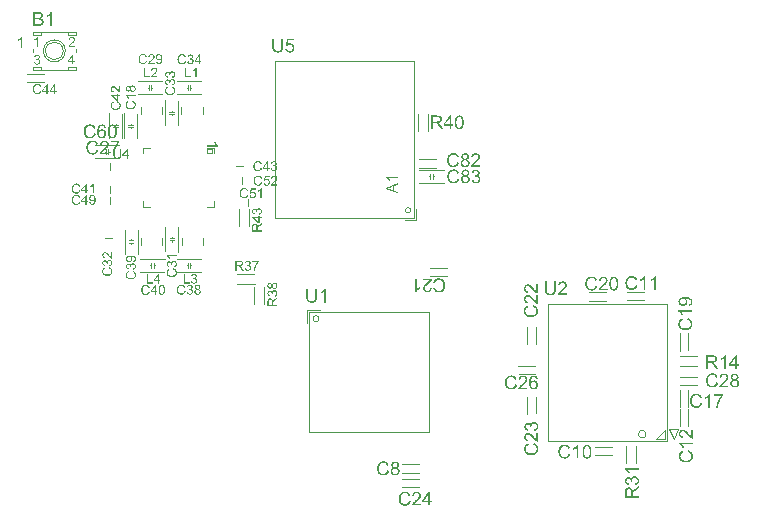
<source format=gto>
G04 Layer_Color=65535*
%FSLAX43Y43*%
%MOMM*%
G71*
G01*
G75*
%ADD26C,0.100*%
%ADD29C,0.120*%
%ADD39C,0.080*%
G36*
X44418Y62043D02*
X44428Y62040D01*
X44442Y62035D01*
X44457Y62030D01*
X44475Y62023D01*
X44495Y62015D01*
X44517Y62005D01*
X44563Y61981D01*
X44610Y61951D01*
X44633Y61933D01*
X44657Y61915D01*
X44677Y61895D01*
X44697Y61871D01*
X44698Y61870D01*
X44702Y61866D01*
X44705Y61858D01*
X44712Y61850D01*
X44720Y61836D01*
X44728Y61823D01*
X44737Y61805D01*
X44745Y61786D01*
X44755Y61765D01*
X44763Y61741D01*
X44772Y61716D01*
X44780Y61690D01*
X44787Y61661D01*
X44790Y61632D01*
X44793Y61600D01*
X44795Y61567D01*
Y61565D01*
Y61558D01*
Y61548D01*
X44793Y61535D01*
Y61520D01*
X44792Y61502D01*
X44788Y61482D01*
X44785Y61458D01*
X44777Y61410D01*
X44763Y61360D01*
X44745Y61310D01*
X44733Y61287D01*
X44720Y61263D01*
X44718Y61262D01*
X44717Y61258D01*
X44712Y61252D01*
X44705Y61245D01*
X44698Y61235D01*
X44688Y61223D01*
X44677Y61210D01*
X44663Y61197D01*
X44648Y61183D01*
X44633Y61168D01*
X44595Y61138D01*
X44550Y61110D01*
X44500Y61085D01*
X44498D01*
X44493Y61082D01*
X44485Y61080D01*
X44475Y61075D01*
X44462Y61072D01*
X44445Y61067D01*
X44427Y61060D01*
X44407Y61055D01*
X44385Y61050D01*
X44360Y61043D01*
X44308Y61035D01*
X44250Y61028D01*
X44190Y61025D01*
X44172D01*
X44160Y61027D01*
X44144D01*
X44127Y61028D01*
X44105Y61030D01*
X44084Y61033D01*
X44035Y61042D01*
X43982Y61053D01*
X43929Y61070D01*
X43877Y61093D01*
X43875Y61095D01*
X43870Y61097D01*
X43864Y61100D01*
X43855Y61107D01*
X43844Y61113D01*
X43830Y61122D01*
X43800Y61143D01*
X43767Y61172D01*
X43734Y61205D01*
X43700Y61243D01*
X43672Y61288D01*
X43670Y61290D01*
X43669Y61295D01*
X43665Y61302D01*
X43660Y61310D01*
X43655Y61323D01*
X43650Y61337D01*
X43644Y61353D01*
X43637Y61372D01*
X43630Y61392D01*
X43624Y61413D01*
X43614Y61460D01*
X43605Y61513D01*
X43602Y61568D01*
Y61570D01*
Y61577D01*
Y61585D01*
X43604Y61597D01*
X43605Y61612D01*
X43607Y61630D01*
X43609Y61648D01*
X43614Y61670D01*
X43624Y61715D01*
X43639Y61765D01*
X43649Y61790D01*
X43660Y61813D01*
X43675Y61836D01*
X43690Y61860D01*
X43692Y61861D01*
X43694Y61865D01*
X43699Y61871D01*
X43707Y61880D01*
X43715Y61888D01*
X43727Y61900D01*
X43740Y61911D01*
X43754Y61925D01*
X43770Y61938D01*
X43790Y61951D01*
X43810Y61966D01*
X43832Y61980D01*
X43857Y61991D01*
X43882Y62005D01*
X43909Y62015D01*
X43939Y62025D01*
X43974Y61875D01*
X43972D01*
X43969Y61873D01*
X43962Y61870D01*
X43954Y61866D01*
X43944Y61863D01*
X43930Y61858D01*
X43904Y61845D01*
X43874Y61828D01*
X43844Y61808D01*
X43815Y61783D01*
X43790Y61756D01*
X43787Y61753D01*
X43780Y61743D01*
X43772Y61726D01*
X43760Y61705D01*
X43750Y61676D01*
X43740Y61645D01*
X43734Y61607D01*
X43732Y61565D01*
Y61563D01*
Y61558D01*
Y61552D01*
X43734Y61543D01*
Y61532D01*
X43735Y61518D01*
X43740Y61487D01*
X43747Y61452D01*
X43759Y61415D01*
X43775Y61377D01*
X43797Y61342D01*
Y61340D01*
X43800Y61338D01*
X43809Y61327D01*
X43822Y61312D01*
X43842Y61293D01*
X43867Y61272D01*
X43895Y61252D01*
X43930Y61233D01*
X43969Y61217D01*
X43970D01*
X43974Y61215D01*
X43979Y61213D01*
X43987Y61212D01*
X43997Y61208D01*
X44009Y61205D01*
X44037Y61200D01*
X44070Y61193D01*
X44107Y61187D01*
X44147Y61183D01*
X44190Y61182D01*
X44215D01*
X44227Y61183D01*
X44242D01*
X44258Y61185D01*
X44277Y61187D01*
X44317Y61192D01*
X44360Y61200D01*
X44403Y61210D01*
X44447Y61223D01*
X44448D01*
X44452Y61225D01*
X44457Y61228D01*
X44465Y61232D01*
X44485Y61242D01*
X44508Y61257D01*
X44535Y61275D01*
X44563Y61298D01*
X44588Y61325D01*
X44612Y61357D01*
Y61358D01*
X44613Y61362D01*
X44617Y61367D01*
X44620Y61373D01*
X44623Y61382D01*
X44628Y61392D01*
X44638Y61415D01*
X44648Y61445D01*
X44657Y61478D01*
X44663Y61515D01*
X44665Y61553D01*
Y61555D01*
Y61558D01*
Y61565D01*
X44663Y61575D01*
Y61587D01*
X44662Y61598D01*
X44655Y61628D01*
X44647Y61663D01*
X44633Y61698D01*
X44615Y61735D01*
X44605Y61753D01*
X44592Y61770D01*
X44590Y61771D01*
X44588Y61773D01*
X44583Y61778D01*
X44578Y61785D01*
X44570Y61791D01*
X44560Y61800D01*
X44550Y61810D01*
X44537Y61818D01*
X44522Y61828D01*
X44505Y61840D01*
X44488Y61850D01*
X44468Y61860D01*
X44447Y61868D01*
X44423Y61876D01*
X44398Y61885D01*
X44372Y61891D01*
X44410Y62045D01*
X44412D01*
X44418Y62043D01*
D02*
G37*
G36*
X44775Y62155D02*
X44757D01*
X44743Y62156D01*
X44728Y62158D01*
X44712Y62161D01*
X44695Y62165D01*
X44677Y62171D01*
X44675D01*
X44673Y62173D01*
X44663Y62176D01*
X44648Y62183D01*
X44628Y62193D01*
X44605Y62206D01*
X44578Y62223D01*
X44552Y62241D01*
X44523Y62265D01*
X44522D01*
X44520Y62268D01*
X44510Y62276D01*
X44495Y62291D01*
X44473Y62313D01*
X44448Y62338D01*
X44418Y62370D01*
X44385Y62408D01*
X44350Y62450D01*
X44348Y62451D01*
X44343Y62458D01*
X44335Y62468D01*
X44325Y62480D01*
X44312Y62495D01*
X44297Y62513D01*
X44280Y62531D01*
X44262Y62553D01*
X44222Y62595D01*
X44182Y62636D01*
X44162Y62656D01*
X44142Y62675D01*
X44124Y62691D01*
X44105Y62705D01*
X44104D01*
X44102Y62708D01*
X44097Y62711D01*
X44090Y62715D01*
X44072Y62726D01*
X44050Y62740D01*
X44024Y62751D01*
X43995Y62763D01*
X43964Y62770D01*
X43934Y62773D01*
X43930D01*
X43920Y62771D01*
X43904Y62770D01*
X43885Y62765D01*
X43862Y62758D01*
X43839Y62746D01*
X43815Y62731D01*
X43792Y62711D01*
X43789Y62708D01*
X43782Y62700D01*
X43774Y62688D01*
X43762Y62670D01*
X43752Y62646D01*
X43742Y62620D01*
X43735Y62588D01*
X43734Y62553D01*
Y62551D01*
Y62548D01*
Y62543D01*
X43735Y62536D01*
X43737Y62516D01*
X43742Y62493D01*
X43749Y62468D01*
X43760Y62440D01*
X43775Y62413D01*
X43795Y62388D01*
X43799Y62385D01*
X43807Y62378D01*
X43820Y62368D01*
X43840Y62358D01*
X43864Y62346D01*
X43894Y62336D01*
X43927Y62330D01*
X43965Y62326D01*
X43950Y62181D01*
X43949D01*
X43944Y62183D01*
X43935D01*
X43924Y62185D01*
X43910Y62188D01*
X43895Y62191D01*
X43877Y62196D01*
X43859Y62201D01*
X43819Y62215D01*
X43779Y62235D01*
X43759Y62246D01*
X43739Y62261D01*
X43720Y62276D01*
X43704Y62293D01*
X43702Y62295D01*
X43700Y62298D01*
X43695Y62303D01*
X43690Y62311D01*
X43684Y62321D01*
X43677Y62333D01*
X43669Y62346D01*
X43660Y62363D01*
X43652Y62381D01*
X43644Y62401D01*
X43637Y62423D01*
X43630Y62446D01*
X43625Y62471D01*
X43620Y62498D01*
X43619Y62526D01*
X43617Y62556D01*
Y62558D01*
Y62563D01*
Y62573D01*
X43619Y62585D01*
X43620Y62598D01*
X43622Y62615D01*
X43625Y62633D01*
X43629Y62651D01*
X43640Y62695D01*
X43657Y62738D01*
X43667Y62760D01*
X43679Y62781D01*
X43694Y62801D01*
X43710Y62820D01*
X43712Y62821D01*
X43714Y62825D01*
X43720Y62828D01*
X43727Y62835D01*
X43735Y62843D01*
X43747Y62851D01*
X43759Y62860D01*
X43774Y62870D01*
X43805Y62886D01*
X43845Y62903D01*
X43865Y62910D01*
X43889Y62913D01*
X43912Y62916D01*
X43937Y62918D01*
X43949D01*
X43962Y62916D01*
X43980Y62915D01*
X44000Y62911D01*
X44024Y62905D01*
X44049Y62898D01*
X44074Y62888D01*
X44077Y62886D01*
X44085Y62883D01*
X44099Y62876D01*
X44117Y62866D01*
X44137Y62853D01*
X44162Y62836D01*
X44187Y62816D01*
X44215Y62793D01*
X44218Y62790D01*
X44228Y62781D01*
X44237Y62773D01*
X44245Y62765D01*
X44255Y62755D01*
X44268Y62741D01*
X44282Y62728D01*
X44297Y62711D01*
X44313Y62695D01*
X44332Y62675D01*
X44350Y62653D01*
X44372Y62630D01*
X44393Y62603D01*
X44417Y62576D01*
X44418Y62575D01*
X44422Y62571D01*
X44427Y62565D01*
X44433Y62556D01*
X44443Y62546D01*
X44453Y62535D01*
X44475Y62508D01*
X44500Y62480D01*
X44525Y62453D01*
X44547Y62430D01*
X44555Y62420D01*
X44563Y62411D01*
X44565Y62410D01*
X44570Y62405D01*
X44577Y62398D01*
X44587Y62390D01*
X44598Y62381D01*
X44610Y62371D01*
X44638Y62351D01*
Y62920D01*
X44775D01*
Y62155D01*
D02*
G37*
G36*
X44750Y73830D02*
X44732D01*
X44718Y73831D01*
X44703Y73833D01*
X44687Y73836D01*
X44670Y73840D01*
X44652Y73846D01*
X44650D01*
X44648Y73848D01*
X44638Y73851D01*
X44623Y73858D01*
X44603Y73868D01*
X44580Y73881D01*
X44553Y73898D01*
X44527Y73916D01*
X44498Y73940D01*
X44497D01*
X44495Y73943D01*
X44485Y73951D01*
X44470Y73966D01*
X44448Y73988D01*
X44423Y74013D01*
X44393Y74045D01*
X44360Y74083D01*
X44325Y74125D01*
X44323Y74126D01*
X44318Y74133D01*
X44310Y74143D01*
X44300Y74155D01*
X44287Y74170D01*
X44272Y74188D01*
X44255Y74206D01*
X44237Y74228D01*
X44197Y74270D01*
X44157Y74311D01*
X44137Y74331D01*
X44117Y74350D01*
X44098Y74366D01*
X44080Y74380D01*
X44078D01*
X44077Y74383D01*
X44072Y74386D01*
X44065Y74390D01*
X44047Y74401D01*
X44025Y74415D01*
X43999Y74426D01*
X43970Y74438D01*
X43939Y74445D01*
X43909Y74448D01*
X43905D01*
X43895Y74446D01*
X43879Y74445D01*
X43860Y74440D01*
X43837Y74433D01*
X43814Y74421D01*
X43790Y74406D01*
X43767Y74386D01*
X43764Y74383D01*
X43757Y74375D01*
X43749Y74363D01*
X43737Y74345D01*
X43727Y74321D01*
X43717Y74295D01*
X43710Y74263D01*
X43709Y74228D01*
Y74226D01*
Y74223D01*
Y74218D01*
X43710Y74211D01*
X43712Y74191D01*
X43717Y74168D01*
X43724Y74143D01*
X43735Y74115D01*
X43750Y74088D01*
X43770Y74063D01*
X43774Y74060D01*
X43782Y74053D01*
X43795Y74043D01*
X43815Y74033D01*
X43839Y74021D01*
X43869Y74011D01*
X43902Y74005D01*
X43940Y74001D01*
X43925Y73856D01*
X43924D01*
X43919Y73858D01*
X43910D01*
X43899Y73860D01*
X43885Y73863D01*
X43870Y73866D01*
X43852Y73871D01*
X43834Y73876D01*
X43794Y73890D01*
X43754Y73910D01*
X43734Y73921D01*
X43714Y73936D01*
X43695Y73951D01*
X43679Y73968D01*
X43677Y73970D01*
X43675Y73973D01*
X43670Y73978D01*
X43665Y73986D01*
X43659Y73996D01*
X43652Y74008D01*
X43644Y74021D01*
X43635Y74038D01*
X43627Y74056D01*
X43619Y74076D01*
X43612Y74098D01*
X43605Y74121D01*
X43600Y74146D01*
X43595Y74173D01*
X43594Y74201D01*
X43592Y74231D01*
Y74233D01*
Y74238D01*
Y74248D01*
X43594Y74260D01*
X43595Y74273D01*
X43597Y74290D01*
X43600Y74308D01*
X43604Y74326D01*
X43615Y74370D01*
X43632Y74413D01*
X43642Y74435D01*
X43654Y74456D01*
X43669Y74476D01*
X43685Y74495D01*
X43687Y74496D01*
X43689Y74500D01*
X43695Y74503D01*
X43702Y74510D01*
X43710Y74518D01*
X43722Y74526D01*
X43734Y74535D01*
X43749Y74545D01*
X43780Y74561D01*
X43820Y74578D01*
X43840Y74585D01*
X43864Y74588D01*
X43887Y74591D01*
X43912Y74593D01*
X43924D01*
X43937Y74591D01*
X43955Y74590D01*
X43975Y74586D01*
X43999Y74580D01*
X44024Y74573D01*
X44049Y74563D01*
X44052Y74561D01*
X44060Y74558D01*
X44074Y74551D01*
X44092Y74541D01*
X44112Y74528D01*
X44137Y74511D01*
X44162Y74491D01*
X44190Y74468D01*
X44193Y74465D01*
X44203Y74456D01*
X44212Y74448D01*
X44220Y74440D01*
X44230Y74430D01*
X44243Y74416D01*
X44257Y74403D01*
X44272Y74386D01*
X44288Y74370D01*
X44307Y74350D01*
X44325Y74328D01*
X44347Y74305D01*
X44368Y74278D01*
X44392Y74251D01*
X44393Y74250D01*
X44397Y74246D01*
X44402Y74240D01*
X44408Y74231D01*
X44418Y74221D01*
X44428Y74210D01*
X44450Y74183D01*
X44475Y74155D01*
X44500Y74128D01*
X44522Y74105D01*
X44530Y74095D01*
X44538Y74086D01*
X44540Y74085D01*
X44545Y74080D01*
X44552Y74073D01*
X44562Y74065D01*
X44573Y74056D01*
X44585Y74046D01*
X44613Y74026D01*
Y74595D01*
X44750D01*
Y73830D01*
D02*
G37*
G36*
Y74726D02*
X44732D01*
X44718Y74728D01*
X44703Y74729D01*
X44687Y74733D01*
X44670Y74736D01*
X44652Y74743D01*
X44650D01*
X44648Y74744D01*
X44638Y74748D01*
X44623Y74754D01*
X44603Y74764D01*
X44580Y74778D01*
X44553Y74794D01*
X44527Y74813D01*
X44498Y74836D01*
X44497D01*
X44495Y74839D01*
X44485Y74848D01*
X44470Y74863D01*
X44448Y74884D01*
X44423Y74909D01*
X44393Y74941D01*
X44360Y74979D01*
X44325Y75021D01*
X44323Y75023D01*
X44318Y75029D01*
X44310Y75039D01*
X44300Y75051D01*
X44287Y75066D01*
X44272Y75084D01*
X44255Y75103D01*
X44237Y75124D01*
X44197Y75166D01*
X44157Y75208D01*
X44137Y75228D01*
X44117Y75246D01*
X44098Y75263D01*
X44080Y75276D01*
X44078D01*
X44077Y75279D01*
X44072Y75283D01*
X44065Y75286D01*
X44047Y75298D01*
X44025Y75311D01*
X43999Y75323D01*
X43970Y75334D01*
X43939Y75341D01*
X43909Y75344D01*
X43905D01*
X43895Y75343D01*
X43879Y75341D01*
X43860Y75336D01*
X43837Y75329D01*
X43814Y75318D01*
X43790Y75303D01*
X43767Y75283D01*
X43764Y75279D01*
X43757Y75271D01*
X43749Y75259D01*
X43737Y75241D01*
X43727Y75218D01*
X43717Y75191D01*
X43710Y75159D01*
X43709Y75124D01*
Y75123D01*
Y75119D01*
Y75114D01*
X43710Y75108D01*
X43712Y75088D01*
X43717Y75064D01*
X43724Y75039D01*
X43735Y75011D01*
X43750Y74984D01*
X43770Y74959D01*
X43774Y74956D01*
X43782Y74949D01*
X43795Y74939D01*
X43815Y74929D01*
X43839Y74918D01*
X43869Y74908D01*
X43902Y74901D01*
X43940Y74898D01*
X43925Y74753D01*
X43924D01*
X43919Y74754D01*
X43910D01*
X43899Y74756D01*
X43885Y74759D01*
X43870Y74763D01*
X43852Y74768D01*
X43834Y74773D01*
X43794Y74786D01*
X43754Y74806D01*
X43734Y74818D01*
X43714Y74833D01*
X43695Y74848D01*
X43679Y74864D01*
X43677Y74866D01*
X43675Y74869D01*
X43670Y74874D01*
X43665Y74883D01*
X43659Y74893D01*
X43652Y74904D01*
X43644Y74918D01*
X43635Y74934D01*
X43627Y74953D01*
X43619Y74973D01*
X43612Y74994D01*
X43605Y75018D01*
X43600Y75043D01*
X43595Y75069D01*
X43594Y75098D01*
X43592Y75128D01*
Y75129D01*
Y75134D01*
Y75144D01*
X43594Y75156D01*
X43595Y75169D01*
X43597Y75186D01*
X43600Y75204D01*
X43604Y75223D01*
X43615Y75266D01*
X43632Y75309D01*
X43642Y75331D01*
X43654Y75353D01*
X43669Y75373D01*
X43685Y75391D01*
X43687Y75393D01*
X43689Y75396D01*
X43695Y75399D01*
X43702Y75406D01*
X43710Y75414D01*
X43722Y75423D01*
X43734Y75431D01*
X43749Y75441D01*
X43780Y75458D01*
X43820Y75474D01*
X43840Y75481D01*
X43864Y75484D01*
X43887Y75488D01*
X43912Y75489D01*
X43924D01*
X43937Y75488D01*
X43955Y75486D01*
X43975Y75483D01*
X43999Y75476D01*
X44024Y75469D01*
X44049Y75459D01*
X44052Y75458D01*
X44060Y75454D01*
X44074Y75448D01*
X44092Y75438D01*
X44112Y75424D01*
X44137Y75408D01*
X44162Y75388D01*
X44190Y75364D01*
X44193Y75361D01*
X44203Y75353D01*
X44212Y75344D01*
X44220Y75336D01*
X44230Y75326D01*
X44243Y75313D01*
X44257Y75299D01*
X44272Y75283D01*
X44288Y75266D01*
X44307Y75246D01*
X44325Y75224D01*
X44347Y75201D01*
X44368Y75174D01*
X44392Y75148D01*
X44393Y75146D01*
X44397Y75143D01*
X44402Y75136D01*
X44408Y75128D01*
X44418Y75118D01*
X44428Y75106D01*
X44450Y75079D01*
X44475Y75051D01*
X44500Y75024D01*
X44522Y75001D01*
X44530Y74991D01*
X44538Y74983D01*
X44540Y74981D01*
X44545Y74976D01*
X44552Y74969D01*
X44562Y74961D01*
X44573Y74953D01*
X44585Y74943D01*
X44613Y74923D01*
Y75491D01*
X44750D01*
Y74726D01*
D02*
G37*
G36*
X44460Y63826D02*
X44473Y63824D01*
X44488Y63821D01*
X44505Y63818D01*
X44523Y63814D01*
X44563Y63801D01*
X44585Y63791D01*
X44605Y63781D01*
X44627Y63768D01*
X44648Y63753D01*
X44670Y63736D01*
X44690Y63716D01*
X44692Y63714D01*
X44695Y63711D01*
X44700Y63704D01*
X44707Y63696D01*
X44715Y63686D01*
X44723Y63673D01*
X44733Y63658D01*
X44742Y63639D01*
X44752Y63621D01*
X44762Y63599D01*
X44770Y63578D01*
X44778Y63553D01*
X44785Y63526D01*
X44790Y63498D01*
X44793Y63469D01*
X44795Y63438D01*
Y63436D01*
Y63431D01*
Y63423D01*
X44793Y63413D01*
X44792Y63399D01*
X44790Y63384D01*
X44787Y63368D01*
X44783Y63349D01*
X44773Y63309D01*
X44757Y63268D01*
X44747Y63246D01*
X44735Y63226D01*
X44720Y63206D01*
X44705Y63186D01*
X44703Y63184D01*
X44700Y63181D01*
X44695Y63176D01*
X44688Y63171D01*
X44680Y63163D01*
X44668Y63154D01*
X44657Y63144D01*
X44642Y63134D01*
X44625Y63124D01*
X44608Y63114D01*
X44568Y63096D01*
X44522Y63081D01*
X44497Y63076D01*
X44470Y63073D01*
X44452Y63214D01*
X44453D01*
X44457Y63216D01*
X44463Y63218D01*
X44472Y63219D01*
X44482Y63221D01*
X44493Y63224D01*
X44518Y63233D01*
X44548Y63244D01*
X44577Y63259D01*
X44603Y63276D01*
X44627Y63296D01*
X44628Y63299D01*
X44635Y63306D01*
X44643Y63319D01*
X44652Y63336D01*
X44662Y63356D01*
X44670Y63381D01*
X44677Y63409D01*
X44678Y63439D01*
Y63441D01*
Y63444D01*
Y63449D01*
X44677Y63456D01*
X44675Y63474D01*
X44670Y63498D01*
X44662Y63524D01*
X44650Y63553D01*
X44633Y63581D01*
X44610Y63608D01*
X44607Y63611D01*
X44597Y63619D01*
X44582Y63629D01*
X44562Y63643D01*
X44537Y63656D01*
X44508Y63666D01*
X44475Y63674D01*
X44438Y63678D01*
X44428D01*
X44422Y63676D01*
X44403Y63674D01*
X44382Y63669D01*
X44355Y63663D01*
X44328Y63651D01*
X44302Y63634D01*
X44277Y63613D01*
X44273Y63609D01*
X44267Y63601D01*
X44257Y63588D01*
X44245Y63569D01*
X44233Y63546D01*
X44223Y63518D01*
X44217Y63486D01*
X44213Y63451D01*
Y63449D01*
Y63444D01*
Y63436D01*
X44215Y63424D01*
X44217Y63409D01*
X44220Y63393D01*
X44223Y63373D01*
X44228Y63351D01*
X44104Y63368D01*
Y63369D01*
Y63376D01*
X44105Y63383D01*
Y63389D01*
Y63391D01*
Y63393D01*
Y63398D01*
Y63404D01*
X44102Y63423D01*
X44099Y63444D01*
X44094Y63469D01*
X44085Y63498D01*
X44074Y63524D01*
X44059Y63553D01*
Y63554D01*
X44057Y63556D01*
X44050Y63564D01*
X44039Y63576D01*
X44024Y63589D01*
X44002Y63603D01*
X43977Y63614D01*
X43949Y63623D01*
X43932Y63626D01*
X43900D01*
X43887Y63623D01*
X43869Y63619D01*
X43849Y63613D01*
X43827Y63604D01*
X43805Y63591D01*
X43785Y63573D01*
X43784Y63571D01*
X43777Y63563D01*
X43769Y63551D01*
X43759Y63536D01*
X43750Y63516D01*
X43742Y63493D01*
X43735Y63466D01*
X43734Y63436D01*
Y63434D01*
Y63433D01*
Y63423D01*
X43737Y63408D01*
X43740Y63388D01*
X43747Y63366D01*
X43755Y63344D01*
X43769Y63321D01*
X43785Y63299D01*
X43787Y63298D01*
X43795Y63291D01*
X43807Y63281D01*
X43824Y63269D01*
X43845Y63258D01*
X43872Y63246D01*
X43904Y63236D01*
X43940Y63229D01*
X43915Y63088D01*
X43914D01*
X43909Y63089D01*
X43902Y63091D01*
X43892Y63093D01*
X43880Y63096D01*
X43867Y63101D01*
X43835Y63111D01*
X43799Y63128D01*
X43762Y63148D01*
X43727Y63173D01*
X43695Y63204D01*
X43694Y63206D01*
X43692Y63209D01*
X43689Y63214D01*
X43684Y63221D01*
X43677Y63229D01*
X43670Y63241D01*
X43664Y63253D01*
X43655Y63268D01*
X43642Y63301D01*
X43629Y63339D01*
X43620Y63384D01*
X43617Y63408D01*
Y63433D01*
Y63434D01*
Y63438D01*
Y63443D01*
Y63449D01*
X43619Y63468D01*
X43622Y63489D01*
X43627Y63516D01*
X43635Y63546D01*
X43645Y63576D01*
X43659Y63606D01*
Y63608D01*
X43660Y63609D01*
X43665Y63619D01*
X43675Y63634D01*
X43687Y63651D01*
X43704Y63671D01*
X43722Y63691D01*
X43744Y63711D01*
X43769Y63728D01*
X43772Y63729D01*
X43780Y63734D01*
X43795Y63741D01*
X43814Y63749D01*
X43835Y63758D01*
X43860Y63764D01*
X43889Y63769D01*
X43917Y63771D01*
X43930D01*
X43944Y63769D01*
X43962Y63766D01*
X43984Y63761D01*
X44007Y63753D01*
X44030Y63743D01*
X44054Y63729D01*
X44057Y63728D01*
X44064Y63723D01*
X44075Y63713D01*
X44089Y63699D01*
X44104Y63683D01*
X44120Y63663D01*
X44135Y63639D01*
X44150Y63611D01*
Y63613D01*
X44152Y63616D01*
X44153Y63621D01*
X44155Y63628D01*
X44162Y63646D01*
X44172Y63669D01*
X44185Y63696D01*
X44202Y63723D01*
X44223Y63748D01*
X44248Y63771D01*
X44252Y63773D01*
X44262Y63779D01*
X44278Y63789D01*
X44300Y63799D01*
X44327Y63809D01*
X44358Y63819D01*
X44395Y63826D01*
X44435Y63828D01*
X44450D01*
X44460Y63826D01*
D02*
G37*
G36*
X42547Y67771D02*
X42562Y67770D01*
X42580Y67768D01*
X42598Y67766D01*
X42620Y67761D01*
X42665Y67751D01*
X42715Y67736D01*
X42740Y67726D01*
X42763Y67715D01*
X42786Y67700D01*
X42810Y67685D01*
X42811Y67683D01*
X42815Y67681D01*
X42821Y67676D01*
X42830Y67668D01*
X42838Y67660D01*
X42850Y67648D01*
X42861Y67635D01*
X42875Y67621D01*
X42888Y67605D01*
X42901Y67585D01*
X42916Y67565D01*
X42930Y67543D01*
X42941Y67518D01*
X42955Y67493D01*
X42965Y67466D01*
X42975Y67436D01*
X42825Y67401D01*
Y67403D01*
X42823Y67406D01*
X42820Y67413D01*
X42816Y67421D01*
X42813Y67431D01*
X42808Y67445D01*
X42795Y67471D01*
X42778Y67501D01*
X42758Y67531D01*
X42733Y67560D01*
X42706Y67585D01*
X42703Y67588D01*
X42693Y67595D01*
X42676Y67603D01*
X42655Y67615D01*
X42626Y67625D01*
X42595Y67635D01*
X42557Y67641D01*
X42515Y67643D01*
X42502D01*
X42493Y67641D01*
X42482D01*
X42468Y67640D01*
X42437Y67635D01*
X42402Y67628D01*
X42365Y67616D01*
X42327Y67600D01*
X42292Y67578D01*
X42290D01*
X42288Y67575D01*
X42277Y67566D01*
X42262Y67553D01*
X42243Y67533D01*
X42222Y67508D01*
X42202Y67480D01*
X42183Y67445D01*
X42167Y67406D01*
Y67405D01*
X42165Y67401D01*
X42163Y67396D01*
X42162Y67388D01*
X42158Y67378D01*
X42155Y67366D01*
X42150Y67338D01*
X42143Y67305D01*
X42137Y67268D01*
X42133Y67228D01*
X42132Y67185D01*
Y67183D01*
Y67178D01*
Y67170D01*
Y67160D01*
X42133Y67148D01*
Y67133D01*
X42135Y67117D01*
X42137Y67098D01*
X42142Y67058D01*
X42150Y67015D01*
X42160Y66972D01*
X42173Y66928D01*
Y66927D01*
X42175Y66923D01*
X42178Y66918D01*
X42182Y66910D01*
X42192Y66890D01*
X42207Y66867D01*
X42225Y66840D01*
X42248Y66812D01*
X42275Y66787D01*
X42307Y66763D01*
X42308D01*
X42312Y66762D01*
X42317Y66758D01*
X42323Y66755D01*
X42332Y66752D01*
X42342Y66747D01*
X42365Y66737D01*
X42395Y66727D01*
X42428Y66718D01*
X42465Y66712D01*
X42503Y66710D01*
X42515D01*
X42525Y66712D01*
X42537D01*
X42548Y66713D01*
X42578Y66720D01*
X42613Y66728D01*
X42648Y66742D01*
X42685Y66760D01*
X42703Y66770D01*
X42720Y66783D01*
X42721Y66785D01*
X42723Y66787D01*
X42728Y66792D01*
X42735Y66797D01*
X42741Y66805D01*
X42750Y66815D01*
X42760Y66825D01*
X42768Y66838D01*
X42778Y66853D01*
X42790Y66870D01*
X42800Y66887D01*
X42810Y66907D01*
X42818Y66928D01*
X42826Y66952D01*
X42835Y66977D01*
X42841Y67003D01*
X42995Y66965D01*
Y66963D01*
X42993Y66957D01*
X42990Y66947D01*
X42985Y66933D01*
X42980Y66918D01*
X42973Y66900D01*
X42965Y66880D01*
X42955Y66858D01*
X42931Y66812D01*
X42901Y66765D01*
X42883Y66742D01*
X42865Y66718D01*
X42845Y66698D01*
X42821Y66678D01*
X42820Y66677D01*
X42816Y66673D01*
X42808Y66670D01*
X42800Y66663D01*
X42786Y66655D01*
X42773Y66647D01*
X42755Y66638D01*
X42736Y66630D01*
X42715Y66620D01*
X42691Y66612D01*
X42666Y66603D01*
X42640Y66595D01*
X42611Y66588D01*
X42582Y66585D01*
X42550Y66582D01*
X42517Y66580D01*
X42498D01*
X42485Y66582D01*
X42470D01*
X42452Y66583D01*
X42432Y66587D01*
X42408Y66590D01*
X42360Y66598D01*
X42310Y66612D01*
X42260Y66630D01*
X42237Y66642D01*
X42213Y66655D01*
X42212Y66657D01*
X42208Y66658D01*
X42202Y66663D01*
X42195Y66670D01*
X42185Y66677D01*
X42173Y66687D01*
X42160Y66698D01*
X42147Y66712D01*
X42133Y66727D01*
X42118Y66742D01*
X42088Y66780D01*
X42060Y66825D01*
X42035Y66875D01*
Y66877D01*
X42032Y66882D01*
X42030Y66890D01*
X42025Y66900D01*
X42022Y66913D01*
X42017Y66930D01*
X42010Y66948D01*
X42005Y66968D01*
X42000Y66990D01*
X41993Y67015D01*
X41985Y67067D01*
X41978Y67125D01*
X41975Y67185D01*
Y67187D01*
Y67193D01*
Y67203D01*
X41977Y67215D01*
Y67231D01*
X41978Y67248D01*
X41980Y67270D01*
X41983Y67291D01*
X41992Y67340D01*
X42003Y67393D01*
X42020Y67446D01*
X42043Y67498D01*
X42045Y67500D01*
X42047Y67505D01*
X42050Y67511D01*
X42057Y67520D01*
X42063Y67531D01*
X42072Y67545D01*
X42093Y67575D01*
X42122Y67608D01*
X42155Y67641D01*
X42193Y67675D01*
X42238Y67703D01*
X42240Y67705D01*
X42245Y67706D01*
X42252Y67710D01*
X42260Y67715D01*
X42273Y67720D01*
X42287Y67725D01*
X42303Y67731D01*
X42322Y67738D01*
X42342Y67745D01*
X42363Y67751D01*
X42410Y67761D01*
X42463Y67770D01*
X42518Y67773D01*
X42535D01*
X42547Y67771D01*
D02*
G37*
G36*
X44453Y67756D02*
X44464D01*
X44478Y67755D01*
X44509Y67748D01*
X44544Y67740D01*
X44581Y67726D01*
X44618Y67706D01*
X44636Y67695D01*
X44653Y67681D01*
X44654Y67680D01*
X44656Y67678D01*
X44661Y67673D01*
X44666Y67668D01*
X44674Y67660D01*
X44681Y67650D01*
X44699Y67626D01*
X44718Y67596D01*
X44734Y67560D01*
X44749Y67518D01*
X44759Y67471D01*
X44618Y67460D01*
Y67461D01*
X44616Y67463D01*
X44614Y67473D01*
X44609Y67488D01*
X44603Y67506D01*
X44596Y67526D01*
X44586Y67546D01*
X44574Y67565D01*
X44563Y67580D01*
X44559Y67583D01*
X44553Y67590D01*
X44541Y67600D01*
X44524Y67611D01*
X44503Y67621D01*
X44479Y67631D01*
X44451Y67638D01*
X44421Y67641D01*
X44409D01*
X44396Y67640D01*
X44381Y67636D01*
X44361Y67631D01*
X44341Y67625D01*
X44321Y67616D01*
X44301Y67603D01*
X44298Y67601D01*
X44289Y67595D01*
X44278Y67583D01*
X44263Y67566D01*
X44246Y67546D01*
X44228Y67523D01*
X44211Y67493D01*
X44194Y67460D01*
Y67458D01*
X44193Y67455D01*
X44191Y67450D01*
X44188Y67443D01*
X44186Y67433D01*
X44183Y67421D01*
X44179Y67408D01*
X44176Y67391D01*
X44171Y67373D01*
X44168Y67353D01*
X44164Y67331D01*
X44163Y67308D01*
X44159Y67281D01*
X44158Y67255D01*
X44156Y67225D01*
Y67195D01*
X44158Y67197D01*
X44164Y67207D01*
X44176Y67220D01*
X44191Y67237D01*
X44208Y67257D01*
X44229Y67275D01*
X44253Y67293D01*
X44279Y67310D01*
X44281D01*
X44283Y67311D01*
X44293Y67316D01*
X44308Y67321D01*
X44328Y67330D01*
X44351Y67336D01*
X44378Y67341D01*
X44406Y67346D01*
X44436Y67348D01*
X44449D01*
X44459Y67346D01*
X44473Y67345D01*
X44486Y67343D01*
X44503Y67340D01*
X44519Y67335D01*
X44558Y67323D01*
X44578Y67315D01*
X44598Y67303D01*
X44618Y67291D01*
X44639Y67278D01*
X44659Y67261D01*
X44678Y67243D01*
X44679Y67242D01*
X44683Y67238D01*
X44688Y67233D01*
X44693Y67225D01*
X44701Y67213D01*
X44709Y67202D01*
X44718Y67187D01*
X44728Y67170D01*
X44738Y67152D01*
X44746Y67132D01*
X44754Y67108D01*
X44763Y67085D01*
X44768Y67060D01*
X44773Y67032D01*
X44776Y67003D01*
X44778Y66973D01*
Y66972D01*
Y66968D01*
Y66963D01*
Y66955D01*
X44776Y66945D01*
Y66935D01*
X44771Y66908D01*
X44766Y66877D01*
X44758Y66843D01*
X44746Y66807D01*
X44729Y66772D01*
Y66770D01*
X44728Y66768D01*
X44724Y66763D01*
X44721Y66757D01*
X44711Y66740D01*
X44696Y66718D01*
X44678Y66695D01*
X44656Y66672D01*
X44629Y66648D01*
X44601Y66628D01*
X44599D01*
X44598Y66627D01*
X44593Y66623D01*
X44586Y66622D01*
X44569Y66613D01*
X44548Y66605D01*
X44519Y66595D01*
X44488Y66588D01*
X44453Y66582D01*
X44414Y66580D01*
X44406D01*
X44398Y66582D01*
X44384D01*
X44369Y66583D01*
X44353Y66587D01*
X44333Y66592D01*
X44313Y66597D01*
X44289Y66603D01*
X44266Y66612D01*
X44243Y66622D01*
X44218Y66635D01*
X44194Y66650D01*
X44171Y66667D01*
X44148Y66687D01*
X44126Y66710D01*
X44124Y66712D01*
X44121Y66717D01*
X44116Y66723D01*
X44109Y66735D01*
X44099Y66750D01*
X44091Y66767D01*
X44081Y66788D01*
X44071Y66812D01*
X44059Y66840D01*
X44049Y66872D01*
X44041Y66907D01*
X44033Y66945D01*
X44024Y66988D01*
X44019Y67035D01*
X44016Y67085D01*
X44014Y67138D01*
Y67140D01*
Y67142D01*
Y67147D01*
Y67153D01*
X44016Y67170D01*
Y67193D01*
X44018Y67220D01*
X44021Y67252D01*
X44024Y67286D01*
X44029Y67325D01*
X44036Y67363D01*
X44044Y67405D01*
X44054Y67445D01*
X44066Y67485D01*
X44081Y67523D01*
X44098Y67560D01*
X44116Y67595D01*
X44138Y67625D01*
X44139Y67626D01*
X44143Y67630D01*
X44149Y67636D01*
X44158Y67646D01*
X44168Y67656D01*
X44181Y67666D01*
X44198Y67680D01*
X44214Y67691D01*
X44234Y67703D01*
X44256Y67716D01*
X44281Y67726D01*
X44306Y67738D01*
X44334Y67746D01*
X44364Y67753D01*
X44396Y67756D01*
X44429Y67758D01*
X44443D01*
X44453Y67756D01*
D02*
G37*
G36*
X43535D02*
X43548Y67755D01*
X43565Y67753D01*
X43583Y67750D01*
X43601Y67746D01*
X43645Y67735D01*
X43688Y67718D01*
X43710Y67708D01*
X43731Y67696D01*
X43751Y67681D01*
X43770Y67665D01*
X43771Y67663D01*
X43775Y67661D01*
X43778Y67655D01*
X43785Y67648D01*
X43793Y67640D01*
X43801Y67628D01*
X43810Y67616D01*
X43820Y67601D01*
X43836Y67570D01*
X43853Y67530D01*
X43860Y67510D01*
X43863Y67486D01*
X43866Y67463D01*
X43868Y67438D01*
Y67435D01*
Y67426D01*
X43866Y67413D01*
X43865Y67395D01*
X43861Y67375D01*
X43855Y67351D01*
X43848Y67326D01*
X43838Y67301D01*
X43836Y67298D01*
X43833Y67290D01*
X43826Y67276D01*
X43816Y67258D01*
X43803Y67238D01*
X43786Y67213D01*
X43766Y67188D01*
X43743Y67160D01*
X43740Y67157D01*
X43731Y67147D01*
X43723Y67138D01*
X43715Y67130D01*
X43705Y67120D01*
X43691Y67107D01*
X43678Y67093D01*
X43661Y67078D01*
X43645Y67062D01*
X43625Y67043D01*
X43603Y67025D01*
X43580Y67003D01*
X43553Y66982D01*
X43526Y66958D01*
X43525Y66957D01*
X43521Y66953D01*
X43515Y66948D01*
X43506Y66942D01*
X43496Y66932D01*
X43485Y66922D01*
X43458Y66900D01*
X43430Y66875D01*
X43403Y66850D01*
X43380Y66828D01*
X43370Y66820D01*
X43361Y66812D01*
X43360Y66810D01*
X43355Y66805D01*
X43348Y66798D01*
X43340Y66788D01*
X43331Y66777D01*
X43321Y66765D01*
X43301Y66737D01*
X43870D01*
Y66600D01*
X43105D01*
Y66602D01*
Y66608D01*
Y66618D01*
X43106Y66632D01*
X43108Y66647D01*
X43111Y66663D01*
X43115Y66680D01*
X43121Y66698D01*
Y66700D01*
X43123Y66702D01*
X43126Y66712D01*
X43133Y66727D01*
X43143Y66747D01*
X43156Y66770D01*
X43173Y66797D01*
X43191Y66823D01*
X43215Y66852D01*
Y66853D01*
X43218Y66855D01*
X43226Y66865D01*
X43241Y66880D01*
X43263Y66902D01*
X43288Y66927D01*
X43320Y66957D01*
X43358Y66990D01*
X43400Y67025D01*
X43401Y67027D01*
X43408Y67032D01*
X43418Y67040D01*
X43430Y67050D01*
X43445Y67063D01*
X43463Y67078D01*
X43481Y67095D01*
X43503Y67113D01*
X43545Y67153D01*
X43586Y67193D01*
X43606Y67213D01*
X43625Y67233D01*
X43641Y67252D01*
X43655Y67270D01*
Y67271D01*
X43658Y67273D01*
X43661Y67278D01*
X43665Y67285D01*
X43676Y67303D01*
X43690Y67325D01*
X43701Y67351D01*
X43713Y67380D01*
X43720Y67411D01*
X43723Y67441D01*
Y67443D01*
Y67445D01*
X43721Y67455D01*
X43720Y67471D01*
X43715Y67490D01*
X43708Y67513D01*
X43696Y67536D01*
X43681Y67560D01*
X43661Y67583D01*
X43658Y67586D01*
X43650Y67593D01*
X43638Y67601D01*
X43620Y67613D01*
X43596Y67623D01*
X43570Y67633D01*
X43538Y67640D01*
X43503Y67641D01*
X43493D01*
X43486Y67640D01*
X43466Y67638D01*
X43443Y67633D01*
X43418Y67626D01*
X43390Y67615D01*
X43363Y67600D01*
X43338Y67580D01*
X43335Y67576D01*
X43328Y67568D01*
X43318Y67555D01*
X43308Y67535D01*
X43296Y67511D01*
X43286Y67481D01*
X43280Y67448D01*
X43276Y67410D01*
X43131Y67425D01*
Y67426D01*
X43133Y67431D01*
Y67440D01*
X43135Y67451D01*
X43138Y67465D01*
X43141Y67480D01*
X43146Y67498D01*
X43151Y67516D01*
X43165Y67556D01*
X43185Y67596D01*
X43196Y67616D01*
X43211Y67636D01*
X43226Y67655D01*
X43243Y67671D01*
X43245Y67673D01*
X43248Y67675D01*
X43253Y67680D01*
X43261Y67685D01*
X43271Y67691D01*
X43283Y67698D01*
X43296Y67706D01*
X43313Y67715D01*
X43331Y67723D01*
X43351Y67731D01*
X43373Y67738D01*
X43396Y67745D01*
X43421Y67750D01*
X43448Y67755D01*
X43476Y67756D01*
X43506Y67758D01*
X43523D01*
X43535Y67756D01*
D02*
G37*
G36*
X38134Y89781D02*
X38156Y89778D01*
X38181Y89773D01*
X38208Y89766D01*
X38236Y89758D01*
X38263Y89745D01*
X38264D01*
X38266Y89743D01*
X38274Y89738D01*
X38288Y89730D01*
X38304Y89718D01*
X38323Y89701D01*
X38343Y89683D01*
X38361Y89661D01*
X38379Y89636D01*
X38381Y89633D01*
X38388Y89625D01*
X38394Y89610D01*
X38406Y89588D01*
X38416Y89563D01*
X38429Y89535D01*
X38441Y89501D01*
X38451Y89465D01*
Y89463D01*
X38453Y89460D01*
X38454Y89455D01*
X38456Y89446D01*
X38458Y89436D01*
X38459Y89425D01*
X38463Y89410D01*
X38464Y89393D01*
X38468Y89375D01*
X38469Y89355D01*
X38471Y89331D01*
X38474Y89308D01*
X38476Y89282D01*
Y89255D01*
X38478Y89225D01*
Y89193D01*
Y89192D01*
Y89185D01*
Y89173D01*
Y89160D01*
X38476Y89142D01*
Y89122D01*
X38474Y89100D01*
X38473Y89077D01*
X38468Y89023D01*
X38459Y88968D01*
X38449Y88915D01*
X38443Y88890D01*
X38434Y88865D01*
Y88863D01*
X38433Y88860D01*
X38429Y88853D01*
X38426Y88845D01*
X38423Y88833D01*
X38416Y88822D01*
X38403Y88793D01*
X38386Y88763D01*
X38364Y88730D01*
X38339Y88700D01*
X38309Y88672D01*
X38308D01*
X38306Y88668D01*
X38301Y88665D01*
X38294Y88662D01*
X38286Y88657D01*
X38278Y88650D01*
X38253Y88638D01*
X38223Y88627D01*
X38188Y88615D01*
X38146Y88608D01*
X38101Y88605D01*
X38084D01*
X38073Y88607D01*
X38059Y88608D01*
X38043Y88612D01*
X38024Y88615D01*
X38004Y88620D01*
X37984Y88627D01*
X37963Y88633D01*
X37941Y88643D01*
X37919Y88655D01*
X37898Y88668D01*
X37876Y88685D01*
X37856Y88703D01*
X37838Y88723D01*
X37836Y88725D01*
X37833Y88730D01*
X37828Y88738D01*
X37819Y88752D01*
X37811Y88767D01*
X37803Y88787D01*
X37791Y88810D01*
X37781Y88837D01*
X37771Y88867D01*
X37761Y88902D01*
X37751Y88940D01*
X37743Y88983D01*
X37734Y89030D01*
X37729Y89080D01*
X37726Y89135D01*
X37724Y89193D01*
Y89195D01*
Y89202D01*
Y89213D01*
Y89227D01*
X37726Y89245D01*
Y89265D01*
X37728Y89286D01*
X37729Y89311D01*
X37734Y89363D01*
X37743Y89418D01*
X37753Y89473D01*
X37759Y89498D01*
X37766Y89523D01*
Y89525D01*
X37768Y89528D01*
X37771Y89535D01*
X37774Y89543D01*
X37778Y89555D01*
X37784Y89566D01*
X37798Y89595D01*
X37814Y89625D01*
X37836Y89656D01*
X37861Y89688D01*
X37891Y89715D01*
X37893D01*
X37894Y89718D01*
X37899Y89721D01*
X37906Y89725D01*
X37914Y89731D01*
X37924Y89736D01*
X37949Y89750D01*
X37979Y89761D01*
X38014Y89773D01*
X38056Y89780D01*
X38101Y89783D01*
X38116D01*
X38134Y89781D01*
D02*
G37*
G36*
X50335Y76131D02*
X50348Y76130D01*
X50365Y76128D01*
X50383Y76125D01*
X50401Y76121D01*
X50445Y76110D01*
X50488Y76093D01*
X50510Y76083D01*
X50531Y76071D01*
X50551Y76056D01*
X50570Y76040D01*
X50571Y76038D01*
X50575Y76036D01*
X50578Y76030D01*
X50585Y76023D01*
X50593Y76015D01*
X50601Y76003D01*
X50610Y75991D01*
X50620Y75976D01*
X50636Y75945D01*
X50653Y75905D01*
X50660Y75885D01*
X50663Y75861D01*
X50666Y75838D01*
X50668Y75813D01*
Y75810D01*
Y75801D01*
X50666Y75788D01*
X50665Y75770D01*
X50661Y75750D01*
X50655Y75726D01*
X50648Y75701D01*
X50638Y75676D01*
X50636Y75673D01*
X50633Y75665D01*
X50626Y75651D01*
X50616Y75633D01*
X50603Y75613D01*
X50586Y75588D01*
X50566Y75563D01*
X50543Y75535D01*
X50540Y75532D01*
X50531Y75522D01*
X50523Y75513D01*
X50515Y75505D01*
X50505Y75495D01*
X50491Y75482D01*
X50478Y75468D01*
X50461Y75453D01*
X50445Y75437D01*
X50425Y75418D01*
X50403Y75400D01*
X50380Y75378D01*
X50353Y75357D01*
X50326Y75333D01*
X50325Y75332D01*
X50321Y75328D01*
X50315Y75323D01*
X50306Y75317D01*
X50296Y75307D01*
X50285Y75297D01*
X50258Y75275D01*
X50230Y75250D01*
X50203Y75225D01*
X50180Y75203D01*
X50170Y75195D01*
X50161Y75187D01*
X50160Y75185D01*
X50155Y75180D01*
X50148Y75173D01*
X50140Y75163D01*
X50131Y75152D01*
X50121Y75140D01*
X50101Y75112D01*
X50670D01*
Y74975D01*
X49905D01*
Y74977D01*
Y74983D01*
Y74993D01*
X49906Y75007D01*
X49908Y75022D01*
X49911Y75038D01*
X49915Y75055D01*
X49921Y75073D01*
Y75075D01*
X49923Y75077D01*
X49926Y75087D01*
X49933Y75102D01*
X49943Y75122D01*
X49956Y75145D01*
X49973Y75172D01*
X49991Y75198D01*
X50015Y75227D01*
Y75228D01*
X50018Y75230D01*
X50026Y75240D01*
X50041Y75255D01*
X50063Y75277D01*
X50088Y75302D01*
X50120Y75332D01*
X50158Y75365D01*
X50200Y75400D01*
X50201Y75402D01*
X50208Y75407D01*
X50218Y75415D01*
X50230Y75425D01*
X50245Y75438D01*
X50263Y75453D01*
X50281Y75470D01*
X50303Y75488D01*
X50345Y75528D01*
X50386Y75568D01*
X50406Y75588D01*
X50425Y75608D01*
X50441Y75627D01*
X50455Y75645D01*
Y75646D01*
X50458Y75648D01*
X50461Y75653D01*
X50465Y75660D01*
X50476Y75678D01*
X50490Y75700D01*
X50501Y75726D01*
X50513Y75755D01*
X50520Y75786D01*
X50523Y75816D01*
Y75818D01*
Y75820D01*
X50521Y75830D01*
X50520Y75846D01*
X50515Y75865D01*
X50508Y75888D01*
X50496Y75911D01*
X50481Y75935D01*
X50461Y75958D01*
X50458Y75961D01*
X50450Y75968D01*
X50438Y75976D01*
X50420Y75988D01*
X50396Y75998D01*
X50370Y76008D01*
X50338Y76015D01*
X50303Y76016D01*
X50293D01*
X50286Y76015D01*
X50266Y76013D01*
X50243Y76008D01*
X50218Y76001D01*
X50190Y75990D01*
X50163Y75975D01*
X50138Y75955D01*
X50135Y75951D01*
X50128Y75943D01*
X50118Y75930D01*
X50108Y75910D01*
X50096Y75886D01*
X50086Y75856D01*
X50080Y75823D01*
X50076Y75785D01*
X49931Y75800D01*
Y75801D01*
X49933Y75806D01*
Y75815D01*
X49935Y75826D01*
X49938Y75840D01*
X49941Y75855D01*
X49946Y75873D01*
X49951Y75891D01*
X49965Y75931D01*
X49985Y75971D01*
X49996Y75991D01*
X50011Y76011D01*
X50026Y76030D01*
X50043Y76046D01*
X50045Y76048D01*
X50048Y76050D01*
X50053Y76055D01*
X50061Y76060D01*
X50071Y76066D01*
X50083Y76073D01*
X50096Y76081D01*
X50113Y76090D01*
X50131Y76098D01*
X50151Y76106D01*
X50173Y76113D01*
X50196Y76120D01*
X50221Y76125D01*
X50248Y76130D01*
X50276Y76131D01*
X50306Y76133D01*
X50323D01*
X50335Y76131D01*
D02*
G37*
G36*
X36273Y89776D02*
X36288D01*
X36323Y89775D01*
X36360Y89770D01*
X36400Y89765D01*
X36436Y89756D01*
X36455Y89751D01*
X36470Y89746D01*
X36471D01*
X36473Y89745D01*
X36483Y89740D01*
X36498Y89733D01*
X36516Y89721D01*
X36536Y89706D01*
X36558Y89686D01*
X36578Y89663D01*
X36598Y89636D01*
Y89635D01*
X36600Y89633D01*
X36606Y89623D01*
X36613Y89606D01*
X36623Y89585D01*
X36631Y89560D01*
X36640Y89530D01*
X36645Y89498D01*
X36646Y89463D01*
Y89461D01*
Y89458D01*
Y89451D01*
X36645Y89443D01*
Y89431D01*
X36643Y89420D01*
X36636Y89391D01*
X36626Y89358D01*
X36613Y89323D01*
X36593Y89288D01*
X36580Y89271D01*
X36566Y89255D01*
X36565Y89253D01*
X36563Y89252D01*
X36558Y89247D01*
X36551Y89242D01*
X36543Y89235D01*
X36533Y89228D01*
X36520Y89220D01*
X36506Y89210D01*
X36490Y89202D01*
X36471Y89193D01*
X36451Y89183D01*
X36430Y89175D01*
X36405Y89168D01*
X36380Y89160D01*
X36352Y89155D01*
X36322Y89150D01*
X36325Y89148D01*
X36332Y89145D01*
X36342Y89138D01*
X36355Y89132D01*
X36385Y89113D01*
X36400Y89102D01*
X36413Y89092D01*
X36416Y89088D01*
X36425Y89080D01*
X36438Y89067D01*
X36455Y89050D01*
X36473Y89027D01*
X36495Y89002D01*
X36516Y88972D01*
X36540Y88938D01*
X36738Y88625D01*
X36548D01*
X36396Y88865D01*
Y88867D01*
X36393Y88870D01*
X36390Y88875D01*
X36385Y88882D01*
X36373Y88900D01*
X36358Y88923D01*
X36340Y88948D01*
X36322Y88975D01*
X36303Y89000D01*
X36287Y89023D01*
X36285Y89025D01*
X36280Y89032D01*
X36272Y89042D01*
X36260Y89053D01*
X36235Y89078D01*
X36222Y89090D01*
X36208Y89100D01*
X36207Y89102D01*
X36203Y89103D01*
X36197Y89107D01*
X36187Y89112D01*
X36177Y89117D01*
X36165Y89122D01*
X36138Y89130D01*
X36137D01*
X36133Y89132D01*
X36127D01*
X36118Y89133D01*
X36107Y89135D01*
X36093D01*
X36075Y89137D01*
X35878D01*
Y88625D01*
X35725D01*
Y89778D01*
X36260D01*
X36273Y89776D01*
D02*
G37*
G36*
X37423Y89032D02*
X37580D01*
Y88902D01*
X37423D01*
Y88625D01*
X37281D01*
Y88902D01*
X36780D01*
Y89032D01*
X37308Y89778D01*
X37423D01*
Y89032D01*
D02*
G37*
G36*
X51231Y76131D02*
X51253Y76128D01*
X51278Y76123D01*
X51304Y76116D01*
X51333Y76108D01*
X51359Y76095D01*
X51361D01*
X51363Y76093D01*
X51371Y76088D01*
X51384Y76080D01*
X51401Y76068D01*
X51419Y76051D01*
X51439Y76033D01*
X51458Y76011D01*
X51476Y75986D01*
X51478Y75983D01*
X51484Y75975D01*
X51491Y75960D01*
X51503Y75938D01*
X51513Y75913D01*
X51526Y75885D01*
X51538Y75851D01*
X51548Y75815D01*
Y75813D01*
X51549Y75810D01*
X51551Y75805D01*
X51553Y75796D01*
X51554Y75786D01*
X51556Y75775D01*
X51559Y75760D01*
X51561Y75743D01*
X51564Y75725D01*
X51566Y75705D01*
X51568Y75681D01*
X51571Y75658D01*
X51573Y75632D01*
Y75605D01*
X51574Y75575D01*
Y75543D01*
Y75542D01*
Y75535D01*
Y75523D01*
Y75510D01*
X51573Y75492D01*
Y75472D01*
X51571Y75450D01*
X51569Y75427D01*
X51564Y75373D01*
X51556Y75318D01*
X51546Y75265D01*
X51539Y75240D01*
X51531Y75215D01*
Y75213D01*
X51529Y75210D01*
X51526Y75203D01*
X51523Y75195D01*
X51519Y75183D01*
X51513Y75172D01*
X51499Y75143D01*
X51483Y75113D01*
X51461Y75080D01*
X51436Y75050D01*
X51406Y75022D01*
X51404D01*
X51403Y75018D01*
X51398Y75015D01*
X51391Y75012D01*
X51383Y75007D01*
X51374Y75000D01*
X51349Y74988D01*
X51319Y74977D01*
X51284Y74965D01*
X51243Y74958D01*
X51198Y74955D01*
X51181D01*
X51169Y74957D01*
X51156Y74958D01*
X51139Y74962D01*
X51121Y74965D01*
X51101Y74970D01*
X51081Y74977D01*
X51059Y74983D01*
X51038Y74993D01*
X51016Y75005D01*
X50994Y75018D01*
X50973Y75035D01*
X50953Y75053D01*
X50934Y75073D01*
X50933Y75075D01*
X50929Y75080D01*
X50924Y75088D01*
X50916Y75102D01*
X50908Y75117D01*
X50899Y75137D01*
X50888Y75160D01*
X50878Y75187D01*
X50868Y75217D01*
X50858Y75252D01*
X50848Y75290D01*
X50839Y75333D01*
X50831Y75380D01*
X50826Y75430D01*
X50823Y75485D01*
X50821Y75543D01*
Y75545D01*
Y75552D01*
Y75563D01*
Y75577D01*
X50823Y75595D01*
Y75615D01*
X50824Y75636D01*
X50826Y75661D01*
X50831Y75713D01*
X50839Y75768D01*
X50849Y75823D01*
X50856Y75848D01*
X50863Y75873D01*
Y75875D01*
X50864Y75878D01*
X50868Y75885D01*
X50871Y75893D01*
X50874Y75905D01*
X50881Y75916D01*
X50894Y75945D01*
X50911Y75975D01*
X50933Y76006D01*
X50958Y76038D01*
X50988Y76065D01*
X50989D01*
X50991Y76068D01*
X50996Y76071D01*
X51003Y76075D01*
X51011Y76081D01*
X51021Y76086D01*
X51046Y76100D01*
X51076Y76111D01*
X51111Y76123D01*
X51153Y76130D01*
X51198Y76133D01*
X51213D01*
X51231Y76131D01*
D02*
G37*
G36*
X49347Y76146D02*
X49362Y76145D01*
X49380Y76143D01*
X49398Y76141D01*
X49420Y76136D01*
X49465Y76126D01*
X49515Y76111D01*
X49540Y76101D01*
X49563Y76090D01*
X49586Y76075D01*
X49610Y76060D01*
X49611Y76058D01*
X49615Y76056D01*
X49621Y76051D01*
X49630Y76043D01*
X49638Y76035D01*
X49650Y76023D01*
X49661Y76010D01*
X49675Y75996D01*
X49688Y75980D01*
X49701Y75960D01*
X49716Y75940D01*
X49730Y75918D01*
X49741Y75893D01*
X49755Y75868D01*
X49765Y75841D01*
X49775Y75811D01*
X49625Y75776D01*
Y75778D01*
X49623Y75781D01*
X49620Y75788D01*
X49616Y75796D01*
X49613Y75806D01*
X49608Y75820D01*
X49595Y75846D01*
X49578Y75876D01*
X49558Y75906D01*
X49533Y75935D01*
X49506Y75960D01*
X49503Y75963D01*
X49493Y75970D01*
X49476Y75978D01*
X49455Y75990D01*
X49426Y76000D01*
X49395Y76010D01*
X49357Y76016D01*
X49315Y76018D01*
X49302D01*
X49293Y76016D01*
X49282D01*
X49268Y76015D01*
X49237Y76010D01*
X49202Y76003D01*
X49165Y75991D01*
X49127Y75975D01*
X49092Y75953D01*
X49090D01*
X49088Y75950D01*
X49077Y75941D01*
X49062Y75928D01*
X49043Y75908D01*
X49022Y75883D01*
X49002Y75855D01*
X48983Y75820D01*
X48967Y75781D01*
Y75780D01*
X48965Y75776D01*
X48963Y75771D01*
X48962Y75763D01*
X48958Y75753D01*
X48955Y75741D01*
X48950Y75713D01*
X48943Y75680D01*
X48937Y75643D01*
X48933Y75603D01*
X48932Y75560D01*
Y75558D01*
Y75553D01*
Y75545D01*
Y75535D01*
X48933Y75523D01*
Y75508D01*
X48935Y75492D01*
X48937Y75473D01*
X48942Y75433D01*
X48950Y75390D01*
X48960Y75347D01*
X48973Y75303D01*
Y75302D01*
X48975Y75298D01*
X48978Y75293D01*
X48982Y75285D01*
X48992Y75265D01*
X49007Y75242D01*
X49025Y75215D01*
X49048Y75187D01*
X49075Y75162D01*
X49107Y75138D01*
X49108D01*
X49112Y75137D01*
X49117Y75133D01*
X49123Y75130D01*
X49132Y75127D01*
X49142Y75122D01*
X49165Y75112D01*
X49195Y75102D01*
X49228Y75093D01*
X49265Y75087D01*
X49303Y75085D01*
X49315D01*
X49325Y75087D01*
X49337D01*
X49348Y75088D01*
X49378Y75095D01*
X49413Y75103D01*
X49448Y75117D01*
X49485Y75135D01*
X49503Y75145D01*
X49520Y75158D01*
X49521Y75160D01*
X49523Y75162D01*
X49528Y75167D01*
X49535Y75172D01*
X49541Y75180D01*
X49550Y75190D01*
X49560Y75200D01*
X49568Y75213D01*
X49578Y75228D01*
X49590Y75245D01*
X49600Y75262D01*
X49610Y75282D01*
X49618Y75303D01*
X49626Y75327D01*
X49635Y75352D01*
X49641Y75378D01*
X49795Y75340D01*
Y75338D01*
X49793Y75332D01*
X49790Y75322D01*
X49785Y75308D01*
X49780Y75293D01*
X49773Y75275D01*
X49765Y75255D01*
X49755Y75233D01*
X49731Y75187D01*
X49701Y75140D01*
X49683Y75117D01*
X49665Y75093D01*
X49645Y75073D01*
X49621Y75053D01*
X49620Y75052D01*
X49616Y75048D01*
X49608Y75045D01*
X49600Y75038D01*
X49586Y75030D01*
X49573Y75022D01*
X49555Y75013D01*
X49536Y75005D01*
X49515Y74995D01*
X49491Y74987D01*
X49466Y74978D01*
X49440Y74970D01*
X49411Y74963D01*
X49382Y74960D01*
X49350Y74957D01*
X49317Y74955D01*
X49298D01*
X49285Y74957D01*
X49270D01*
X49252Y74958D01*
X49232Y74962D01*
X49208Y74965D01*
X49160Y74973D01*
X49110Y74987D01*
X49060Y75005D01*
X49037Y75017D01*
X49013Y75030D01*
X49012Y75032D01*
X49008Y75033D01*
X49002Y75038D01*
X48995Y75045D01*
X48985Y75052D01*
X48973Y75062D01*
X48960Y75073D01*
X48947Y75087D01*
X48933Y75102D01*
X48918Y75117D01*
X48888Y75155D01*
X48860Y75200D01*
X48835Y75250D01*
Y75252D01*
X48832Y75257D01*
X48830Y75265D01*
X48825Y75275D01*
X48822Y75288D01*
X48817Y75305D01*
X48810Y75323D01*
X48805Y75343D01*
X48800Y75365D01*
X48793Y75390D01*
X48785Y75442D01*
X48778Y75500D01*
X48775Y75560D01*
Y75562D01*
Y75568D01*
Y75578D01*
X48777Y75590D01*
Y75607D01*
X48778Y75623D01*
X48780Y75645D01*
X48783Y75666D01*
X48792Y75715D01*
X48803Y75768D01*
X48820Y75821D01*
X48843Y75873D01*
X48845Y75875D01*
X48847Y75880D01*
X48850Y75886D01*
X48857Y75895D01*
X48863Y75906D01*
X48872Y75920D01*
X48893Y75950D01*
X48922Y75983D01*
X48955Y76016D01*
X48993Y76050D01*
X49038Y76078D01*
X49040Y76080D01*
X49045Y76081D01*
X49052Y76085D01*
X49060Y76090D01*
X49073Y76095D01*
X49087Y76100D01*
X49103Y76106D01*
X49122Y76113D01*
X49142Y76120D01*
X49163Y76126D01*
X49210Y76136D01*
X49263Y76145D01*
X49318Y76148D01*
X49335D01*
X49347Y76146D01*
D02*
G37*
G36*
X36415Y75993D02*
X36430D01*
X36448Y75992D01*
X36468Y75988D01*
X36492Y75985D01*
X36540Y75977D01*
X36590Y75963D01*
X36640Y75945D01*
X36663Y75933D01*
X36687Y75920D01*
X36688Y75918D01*
X36692Y75917D01*
X36698Y75912D01*
X36705Y75905D01*
X36715Y75898D01*
X36727Y75888D01*
X36740Y75877D01*
X36753Y75863D01*
X36767Y75848D01*
X36782Y75833D01*
X36812Y75795D01*
X36840Y75750D01*
X36865Y75700D01*
Y75698D01*
X36868Y75693D01*
X36870Y75685D01*
X36875Y75675D01*
X36878Y75662D01*
X36883Y75645D01*
X36890Y75627D01*
X36895Y75607D01*
X36900Y75585D01*
X36907Y75560D01*
X36915Y75508D01*
X36922Y75450D01*
X36925Y75390D01*
Y75388D01*
Y75382D01*
Y75372D01*
X36923Y75360D01*
Y75343D01*
X36922Y75327D01*
X36920Y75305D01*
X36917Y75284D01*
X36908Y75235D01*
X36897Y75182D01*
X36880Y75129D01*
X36857Y75077D01*
X36855Y75075D01*
X36853Y75070D01*
X36850Y75064D01*
X36843Y75055D01*
X36837Y75044D01*
X36828Y75030D01*
X36807Y75000D01*
X36778Y74967D01*
X36745Y74934D01*
X36707Y74900D01*
X36662Y74872D01*
X36660Y74870D01*
X36655Y74869D01*
X36648Y74865D01*
X36640Y74860D01*
X36627Y74855D01*
X36613Y74850D01*
X36597Y74844D01*
X36578Y74837D01*
X36558Y74830D01*
X36537Y74824D01*
X36490Y74814D01*
X36437Y74805D01*
X36382Y74802D01*
X36365D01*
X36353Y74804D01*
X36338Y74805D01*
X36320Y74807D01*
X36302Y74809D01*
X36280Y74814D01*
X36235Y74824D01*
X36185Y74839D01*
X36160Y74849D01*
X36137Y74860D01*
X36114Y74875D01*
X36090Y74890D01*
X36089Y74892D01*
X36085Y74894D01*
X36079Y74899D01*
X36070Y74907D01*
X36062Y74915D01*
X36050Y74927D01*
X36039Y74940D01*
X36025Y74954D01*
X36012Y74970D01*
X35999Y74990D01*
X35984Y75010D01*
X35970Y75032D01*
X35959Y75057D01*
X35945Y75082D01*
X35935Y75109D01*
X35925Y75139D01*
X36075Y75174D01*
Y75172D01*
X36077Y75169D01*
X36080Y75162D01*
X36084Y75154D01*
X36087Y75144D01*
X36092Y75130D01*
X36105Y75104D01*
X36122Y75074D01*
X36142Y75044D01*
X36167Y75015D01*
X36194Y74990D01*
X36197Y74987D01*
X36207Y74980D01*
X36224Y74972D01*
X36245Y74960D01*
X36273Y74950D01*
X36305Y74940D01*
X36343Y74934D01*
X36385Y74932D01*
X36398D01*
X36407Y74934D01*
X36418D01*
X36432Y74935D01*
X36463Y74940D01*
X36498Y74947D01*
X36535Y74959D01*
X36573Y74975D01*
X36608Y74997D01*
X36610D01*
X36612Y75000D01*
X36623Y75009D01*
X36638Y75022D01*
X36657Y75042D01*
X36678Y75067D01*
X36698Y75095D01*
X36717Y75130D01*
X36733Y75169D01*
Y75170D01*
X36735Y75174D01*
X36737Y75179D01*
X36738Y75187D01*
X36742Y75197D01*
X36745Y75209D01*
X36750Y75237D01*
X36757Y75270D01*
X36763Y75307D01*
X36767Y75347D01*
X36768Y75390D01*
Y75392D01*
Y75397D01*
Y75405D01*
Y75415D01*
X36767Y75427D01*
Y75442D01*
X36765Y75458D01*
X36763Y75477D01*
X36758Y75517D01*
X36750Y75560D01*
X36740Y75603D01*
X36727Y75647D01*
Y75648D01*
X36725Y75652D01*
X36722Y75657D01*
X36718Y75665D01*
X36708Y75685D01*
X36693Y75708D01*
X36675Y75735D01*
X36652Y75763D01*
X36625Y75788D01*
X36593Y75812D01*
X36592D01*
X36588Y75813D01*
X36583Y75817D01*
X36577Y75820D01*
X36568Y75823D01*
X36558Y75828D01*
X36535Y75838D01*
X36505Y75848D01*
X36472Y75857D01*
X36435Y75863D01*
X36397Y75865D01*
X36385D01*
X36375Y75863D01*
X36363D01*
X36352Y75862D01*
X36322Y75855D01*
X36287Y75847D01*
X36252Y75833D01*
X36215Y75815D01*
X36197Y75805D01*
X36180Y75792D01*
X36179Y75790D01*
X36177Y75788D01*
X36172Y75783D01*
X36165Y75778D01*
X36159Y75770D01*
X36150Y75760D01*
X36140Y75750D01*
X36132Y75737D01*
X36122Y75722D01*
X36110Y75705D01*
X36100Y75688D01*
X36090Y75668D01*
X36082Y75647D01*
X36074Y75623D01*
X36065Y75598D01*
X36059Y75572D01*
X35905Y75610D01*
Y75612D01*
X35907Y75618D01*
X35910Y75628D01*
X35915Y75642D01*
X35920Y75657D01*
X35927Y75675D01*
X35935Y75695D01*
X35945Y75717D01*
X35969Y75763D01*
X35999Y75810D01*
X36017Y75833D01*
X36035Y75857D01*
X36055Y75877D01*
X36079Y75897D01*
X36080Y75898D01*
X36084Y75902D01*
X36092Y75905D01*
X36100Y75912D01*
X36114Y75920D01*
X36127Y75928D01*
X36145Y75937D01*
X36164Y75945D01*
X36185Y75955D01*
X36209Y75963D01*
X36234Y75972D01*
X36260Y75980D01*
X36289Y75987D01*
X36318Y75990D01*
X36350Y75993D01*
X36383Y75995D01*
X36402D01*
X36415Y75993D01*
D02*
G37*
G36*
X44393Y73718D02*
X44403Y73715D01*
X44417Y73710D01*
X44432Y73705D01*
X44450Y73698D01*
X44470Y73690D01*
X44492Y73680D01*
X44538Y73656D01*
X44585Y73626D01*
X44608Y73608D01*
X44632Y73590D01*
X44652Y73570D01*
X44672Y73546D01*
X44673Y73545D01*
X44677Y73541D01*
X44680Y73533D01*
X44687Y73525D01*
X44695Y73511D01*
X44703Y73498D01*
X44712Y73480D01*
X44720Y73461D01*
X44730Y73440D01*
X44738Y73416D01*
X44747Y73391D01*
X44755Y73365D01*
X44762Y73337D01*
X44765Y73307D01*
X44768Y73275D01*
X44770Y73242D01*
Y73240D01*
Y73233D01*
Y73223D01*
X44768Y73210D01*
Y73195D01*
X44767Y73177D01*
X44763Y73157D01*
X44760Y73133D01*
X44752Y73085D01*
X44738Y73035D01*
X44720Y72985D01*
X44708Y72962D01*
X44695Y72938D01*
X44693Y72937D01*
X44692Y72933D01*
X44687Y72927D01*
X44680Y72920D01*
X44673Y72910D01*
X44663Y72898D01*
X44652Y72885D01*
X44638Y72872D01*
X44623Y72858D01*
X44608Y72843D01*
X44570Y72813D01*
X44525Y72785D01*
X44475Y72760D01*
X44473D01*
X44468Y72757D01*
X44460Y72755D01*
X44450Y72750D01*
X44437Y72747D01*
X44420Y72742D01*
X44402Y72735D01*
X44382Y72730D01*
X44360Y72725D01*
X44335Y72718D01*
X44283Y72710D01*
X44225Y72703D01*
X44165Y72700D01*
X44147D01*
X44135Y72702D01*
X44118D01*
X44102Y72703D01*
X44080Y72705D01*
X44059Y72708D01*
X44010Y72717D01*
X43957Y72728D01*
X43904Y72745D01*
X43852Y72768D01*
X43850Y72770D01*
X43845Y72772D01*
X43839Y72775D01*
X43830Y72782D01*
X43819Y72788D01*
X43805Y72797D01*
X43775Y72818D01*
X43742Y72847D01*
X43709Y72880D01*
X43675Y72918D01*
X43647Y72963D01*
X43645Y72965D01*
X43644Y72970D01*
X43640Y72977D01*
X43635Y72985D01*
X43630Y72998D01*
X43625Y73012D01*
X43619Y73028D01*
X43612Y73047D01*
X43605Y73067D01*
X43599Y73088D01*
X43589Y73135D01*
X43580Y73188D01*
X43577Y73243D01*
Y73245D01*
Y73252D01*
Y73260D01*
X43579Y73272D01*
X43580Y73287D01*
X43582Y73305D01*
X43584Y73323D01*
X43589Y73345D01*
X43599Y73390D01*
X43614Y73440D01*
X43624Y73465D01*
X43635Y73488D01*
X43650Y73511D01*
X43665Y73535D01*
X43667Y73536D01*
X43669Y73540D01*
X43674Y73546D01*
X43682Y73555D01*
X43690Y73563D01*
X43702Y73575D01*
X43715Y73586D01*
X43729Y73600D01*
X43745Y73613D01*
X43765Y73626D01*
X43785Y73641D01*
X43807Y73655D01*
X43832Y73666D01*
X43857Y73680D01*
X43884Y73690D01*
X43914Y73700D01*
X43949Y73550D01*
X43947D01*
X43944Y73548D01*
X43937Y73545D01*
X43929Y73541D01*
X43919Y73538D01*
X43905Y73533D01*
X43879Y73520D01*
X43849Y73503D01*
X43819Y73483D01*
X43790Y73458D01*
X43765Y73431D01*
X43762Y73428D01*
X43755Y73418D01*
X43747Y73401D01*
X43735Y73380D01*
X43725Y73352D01*
X43715Y73320D01*
X43709Y73282D01*
X43707Y73240D01*
Y73238D01*
Y73233D01*
Y73227D01*
X43709Y73218D01*
Y73207D01*
X43710Y73193D01*
X43715Y73162D01*
X43722Y73127D01*
X43734Y73090D01*
X43750Y73052D01*
X43772Y73017D01*
Y73015D01*
X43775Y73013D01*
X43784Y73002D01*
X43797Y72987D01*
X43817Y72968D01*
X43842Y72947D01*
X43870Y72927D01*
X43905Y72908D01*
X43944Y72892D01*
X43945D01*
X43949Y72890D01*
X43954Y72888D01*
X43962Y72887D01*
X43972Y72883D01*
X43984Y72880D01*
X44012Y72875D01*
X44045Y72868D01*
X44082Y72862D01*
X44122Y72858D01*
X44165Y72857D01*
X44190D01*
X44202Y72858D01*
X44217D01*
X44233Y72860D01*
X44252Y72862D01*
X44292Y72867D01*
X44335Y72875D01*
X44378Y72885D01*
X44422Y72898D01*
X44423D01*
X44427Y72900D01*
X44432Y72903D01*
X44440Y72907D01*
X44460Y72917D01*
X44483Y72932D01*
X44510Y72950D01*
X44538Y72973D01*
X44563Y73000D01*
X44587Y73032D01*
Y73033D01*
X44588Y73037D01*
X44592Y73042D01*
X44595Y73048D01*
X44598Y73057D01*
X44603Y73067D01*
X44613Y73090D01*
X44623Y73120D01*
X44632Y73153D01*
X44638Y73190D01*
X44640Y73228D01*
Y73230D01*
Y73233D01*
Y73240D01*
X44638Y73250D01*
Y73262D01*
X44637Y73273D01*
X44630Y73303D01*
X44622Y73338D01*
X44608Y73373D01*
X44590Y73410D01*
X44580Y73428D01*
X44567Y73445D01*
X44565Y73446D01*
X44563Y73448D01*
X44558Y73453D01*
X44553Y73460D01*
X44545Y73466D01*
X44535Y73475D01*
X44525Y73485D01*
X44512Y73493D01*
X44497Y73503D01*
X44480Y73515D01*
X44463Y73525D01*
X44443Y73535D01*
X44422Y73543D01*
X44398Y73551D01*
X44373Y73560D01*
X44347Y73566D01*
X44385Y73720D01*
X44387D01*
X44393Y73718D01*
D02*
G37*
G36*
X34487Y75074D02*
X34489Y75075D01*
X34497Y75082D01*
X34507Y75092D01*
X34524Y75104D01*
X34542Y75119D01*
X34566Y75135D01*
X34592Y75154D01*
X34622Y75172D01*
X34624D01*
X34626Y75174D01*
X34636Y75180D01*
X34652Y75189D01*
X34672Y75199D01*
X34696Y75210D01*
X34721Y75222D01*
X34746Y75234D01*
X34771Y75244D01*
Y75107D01*
X34769D01*
X34766Y75104D01*
X34759Y75102D01*
X34751Y75097D01*
X34741Y75092D01*
X34729Y75085D01*
X34701Y75069D01*
X34667Y75050D01*
X34634Y75027D01*
X34599Y75000D01*
X34564Y74972D01*
X34562Y74970D01*
X34561Y74969D01*
X34556Y74964D01*
X34549Y74959D01*
X34534Y74942D01*
X34514Y74922D01*
X34494Y74899D01*
X34472Y74872D01*
X34454Y74845D01*
X34437Y74817D01*
X34346D01*
Y75975D01*
X34487D01*
Y75074D01*
D02*
G37*
G36*
X35795Y75973D02*
Y75967D01*
Y75957D01*
X35794Y75943D01*
X35792Y75928D01*
X35789Y75912D01*
X35785Y75895D01*
X35779Y75877D01*
Y75875D01*
X35777Y75873D01*
X35774Y75863D01*
X35767Y75848D01*
X35757Y75828D01*
X35744Y75805D01*
X35727Y75778D01*
X35709Y75752D01*
X35685Y75723D01*
Y75722D01*
X35682Y75720D01*
X35674Y75710D01*
X35659Y75695D01*
X35637Y75673D01*
X35612Y75648D01*
X35580Y75618D01*
X35542Y75585D01*
X35500Y75550D01*
X35499Y75548D01*
X35492Y75543D01*
X35482Y75535D01*
X35470Y75525D01*
X35455Y75512D01*
X35437Y75497D01*
X35419Y75480D01*
X35397Y75462D01*
X35355Y75422D01*
X35314Y75382D01*
X35294Y75362D01*
X35275Y75342D01*
X35259Y75324D01*
X35245Y75305D01*
Y75304D01*
X35242Y75302D01*
X35239Y75297D01*
X35235Y75290D01*
X35224Y75272D01*
X35210Y75250D01*
X35199Y75224D01*
X35187Y75195D01*
X35180Y75164D01*
X35177Y75134D01*
Y75132D01*
Y75130D01*
X35179Y75120D01*
X35180Y75104D01*
X35185Y75085D01*
X35192Y75062D01*
X35204Y75039D01*
X35219Y75015D01*
X35239Y74992D01*
X35242Y74989D01*
X35250Y74982D01*
X35262Y74974D01*
X35280Y74962D01*
X35304Y74952D01*
X35330Y74942D01*
X35362Y74935D01*
X35397Y74934D01*
X35407D01*
X35414Y74935D01*
X35434Y74937D01*
X35457Y74942D01*
X35482Y74949D01*
X35510Y74960D01*
X35537Y74975D01*
X35562Y74995D01*
X35565Y74999D01*
X35572Y75007D01*
X35582Y75020D01*
X35592Y75040D01*
X35604Y75064D01*
X35614Y75094D01*
X35620Y75127D01*
X35624Y75165D01*
X35769Y75150D01*
Y75149D01*
X35767Y75144D01*
Y75135D01*
X35765Y75124D01*
X35762Y75110D01*
X35759Y75095D01*
X35754Y75077D01*
X35749Y75059D01*
X35735Y75019D01*
X35715Y74979D01*
X35704Y74959D01*
X35689Y74939D01*
X35674Y74920D01*
X35657Y74904D01*
X35655Y74902D01*
X35652Y74900D01*
X35647Y74895D01*
X35639Y74890D01*
X35629Y74884D01*
X35617Y74877D01*
X35604Y74869D01*
X35587Y74860D01*
X35569Y74852D01*
X35549Y74844D01*
X35527Y74837D01*
X35504Y74830D01*
X35479Y74825D01*
X35452Y74820D01*
X35424Y74819D01*
X35394Y74817D01*
X35377D01*
X35365Y74819D01*
X35352Y74820D01*
X35335Y74822D01*
X35317Y74825D01*
X35299Y74829D01*
X35255Y74840D01*
X35212Y74857D01*
X35190Y74867D01*
X35169Y74879D01*
X35149Y74894D01*
X35130Y74910D01*
X35129Y74912D01*
X35125Y74914D01*
X35122Y74920D01*
X35115Y74927D01*
X35107Y74935D01*
X35099Y74947D01*
X35090Y74959D01*
X35080Y74974D01*
X35064Y75005D01*
X35047Y75045D01*
X35040Y75065D01*
X35037Y75089D01*
X35034Y75112D01*
X35032Y75137D01*
Y75140D01*
Y75149D01*
X35034Y75162D01*
X35035Y75180D01*
X35039Y75200D01*
X35045Y75224D01*
X35052Y75249D01*
X35062Y75274D01*
X35064Y75277D01*
X35067Y75285D01*
X35074Y75299D01*
X35084Y75317D01*
X35097Y75337D01*
X35114Y75362D01*
X35134Y75387D01*
X35157Y75415D01*
X35160Y75418D01*
X35169Y75428D01*
X35177Y75437D01*
X35185Y75445D01*
X35195Y75455D01*
X35209Y75468D01*
X35222Y75482D01*
X35239Y75497D01*
X35255Y75513D01*
X35275Y75532D01*
X35297Y75550D01*
X35320Y75572D01*
X35347Y75593D01*
X35374Y75617D01*
X35375Y75618D01*
X35379Y75622D01*
X35385Y75627D01*
X35394Y75633D01*
X35404Y75643D01*
X35415Y75653D01*
X35442Y75675D01*
X35470Y75700D01*
X35497Y75725D01*
X35520Y75747D01*
X35530Y75755D01*
X35539Y75763D01*
X35540Y75765D01*
X35545Y75770D01*
X35552Y75777D01*
X35560Y75787D01*
X35569Y75798D01*
X35579Y75810D01*
X35599Y75838D01*
X35030D01*
Y75975D01*
X35795D01*
Y75973D01*
D02*
G37*
G36*
X31722Y60496D02*
X31737Y60495D01*
X31755Y60493D01*
X31773Y60491D01*
X31795Y60486D01*
X31840Y60476D01*
X31890Y60461D01*
X31915Y60451D01*
X31938Y60440D01*
X31961Y60425D01*
X31985Y60410D01*
X31986Y60408D01*
X31990Y60406D01*
X31996Y60401D01*
X32005Y60393D01*
X32013Y60385D01*
X32025Y60373D01*
X32036Y60360D01*
X32050Y60346D01*
X32063Y60330D01*
X32076Y60310D01*
X32091Y60290D01*
X32105Y60268D01*
X32116Y60243D01*
X32130Y60218D01*
X32140Y60191D01*
X32150Y60161D01*
X32000Y60126D01*
Y60128D01*
X31998Y60131D01*
X31995Y60138D01*
X31991Y60146D01*
X31988Y60156D01*
X31983Y60170D01*
X31970Y60196D01*
X31953Y60226D01*
X31933Y60256D01*
X31908Y60285D01*
X31881Y60310D01*
X31878Y60313D01*
X31868Y60320D01*
X31851Y60328D01*
X31830Y60340D01*
X31802Y60350D01*
X31770Y60360D01*
X31732Y60366D01*
X31690Y60368D01*
X31677D01*
X31668Y60366D01*
X31657D01*
X31643Y60365D01*
X31612Y60360D01*
X31577Y60353D01*
X31540Y60341D01*
X31502Y60325D01*
X31467Y60303D01*
X31465D01*
X31463Y60300D01*
X31452Y60291D01*
X31437Y60278D01*
X31418Y60258D01*
X31397Y60233D01*
X31377Y60205D01*
X31358Y60170D01*
X31342Y60131D01*
Y60130D01*
X31340Y60126D01*
X31338Y60121D01*
X31337Y60113D01*
X31333Y60103D01*
X31330Y60091D01*
X31325Y60063D01*
X31318Y60030D01*
X31312Y59993D01*
X31308Y59953D01*
X31307Y59910D01*
Y59908D01*
Y59903D01*
Y59895D01*
Y59885D01*
X31308Y59873D01*
Y59858D01*
X31310Y59842D01*
X31312Y59823D01*
X31317Y59783D01*
X31325Y59740D01*
X31335Y59697D01*
X31348Y59653D01*
Y59652D01*
X31350Y59648D01*
X31353Y59643D01*
X31357Y59635D01*
X31367Y59615D01*
X31382Y59592D01*
X31400Y59565D01*
X31423Y59537D01*
X31450Y59512D01*
X31482Y59488D01*
X31483D01*
X31487Y59487D01*
X31492Y59483D01*
X31498Y59480D01*
X31507Y59477D01*
X31517Y59472D01*
X31540Y59462D01*
X31570Y59452D01*
X31603Y59443D01*
X31640Y59437D01*
X31678Y59435D01*
X31690D01*
X31700Y59437D01*
X31712D01*
X31723Y59438D01*
X31753Y59445D01*
X31788Y59453D01*
X31823Y59467D01*
X31860Y59485D01*
X31878Y59495D01*
X31895Y59508D01*
X31896Y59510D01*
X31898Y59512D01*
X31903Y59517D01*
X31910Y59522D01*
X31916Y59530D01*
X31925Y59540D01*
X31935Y59550D01*
X31943Y59563D01*
X31953Y59578D01*
X31965Y59595D01*
X31975Y59612D01*
X31985Y59632D01*
X31993Y59653D01*
X32001Y59677D01*
X32010Y59702D01*
X32016Y59728D01*
X32170Y59690D01*
Y59688D01*
X32168Y59682D01*
X32165Y59672D01*
X32160Y59658D01*
X32155Y59643D01*
X32148Y59625D01*
X32140Y59605D01*
X32130Y59583D01*
X32106Y59537D01*
X32076Y59490D01*
X32058Y59467D01*
X32040Y59443D01*
X32020Y59423D01*
X31996Y59403D01*
X31995Y59402D01*
X31991Y59398D01*
X31983Y59395D01*
X31975Y59388D01*
X31961Y59380D01*
X31948Y59372D01*
X31930Y59363D01*
X31911Y59355D01*
X31890Y59345D01*
X31866Y59337D01*
X31841Y59328D01*
X31815Y59320D01*
X31787Y59313D01*
X31757Y59310D01*
X31725Y59307D01*
X31692Y59305D01*
X31673D01*
X31660Y59307D01*
X31645D01*
X31627Y59308D01*
X31607Y59312D01*
X31583Y59315D01*
X31535Y59323D01*
X31485Y59337D01*
X31435Y59355D01*
X31412Y59367D01*
X31388Y59380D01*
X31387Y59382D01*
X31383Y59383D01*
X31377Y59388D01*
X31370Y59395D01*
X31360Y59402D01*
X31348Y59412D01*
X31335Y59423D01*
X31322Y59437D01*
X31308Y59452D01*
X31293Y59467D01*
X31263Y59505D01*
X31235Y59550D01*
X31210Y59600D01*
Y59602D01*
X31207Y59607D01*
X31205Y59615D01*
X31200Y59625D01*
X31197Y59638D01*
X31192Y59655D01*
X31185Y59673D01*
X31180Y59693D01*
X31175Y59715D01*
X31168Y59740D01*
X31160Y59792D01*
X31153Y59850D01*
X31150Y59910D01*
Y59912D01*
Y59918D01*
Y59928D01*
X31152Y59940D01*
Y59957D01*
X31153Y59973D01*
X31155Y59995D01*
X31158Y60016D01*
X31167Y60065D01*
X31178Y60118D01*
X31195Y60171D01*
X31218Y60223D01*
X31220Y60225D01*
X31222Y60230D01*
X31225Y60236D01*
X31232Y60245D01*
X31238Y60256D01*
X31247Y60270D01*
X31268Y60300D01*
X31297Y60333D01*
X31330Y60366D01*
X31368Y60400D01*
X31413Y60428D01*
X31415Y60430D01*
X31420Y60431D01*
X31427Y60435D01*
X31435Y60440D01*
X31448Y60445D01*
X31462Y60450D01*
X31478Y60456D01*
X31497Y60463D01*
X31517Y60470D01*
X31538Y60476D01*
X31585Y60486D01*
X31638Y60495D01*
X31693Y60498D01*
X31710D01*
X31722Y60496D01*
D02*
G37*
G36*
X48956Y61906D02*
X48978Y61903D01*
X49003Y61898D01*
X49029Y61891D01*
X49058Y61883D01*
X49084Y61870D01*
X49086D01*
X49088Y61868D01*
X49096Y61863D01*
X49109Y61855D01*
X49126Y61843D01*
X49144Y61826D01*
X49164Y61808D01*
X49183Y61786D01*
X49201Y61761D01*
X49203Y61758D01*
X49209Y61750D01*
X49216Y61735D01*
X49228Y61713D01*
X49238Y61688D01*
X49251Y61660D01*
X49263Y61626D01*
X49273Y61590D01*
Y61588D01*
X49274Y61585D01*
X49276Y61580D01*
X49278Y61571D01*
X49279Y61561D01*
X49281Y61550D01*
X49284Y61535D01*
X49286Y61518D01*
X49289Y61500D01*
X49291Y61480D01*
X49293Y61456D01*
X49296Y61433D01*
X49298Y61407D01*
Y61380D01*
X49299Y61350D01*
Y61318D01*
Y61317D01*
Y61310D01*
Y61298D01*
Y61285D01*
X49298Y61267D01*
Y61247D01*
X49296Y61225D01*
X49294Y61202D01*
X49289Y61148D01*
X49281Y61093D01*
X49271Y61040D01*
X49264Y61015D01*
X49256Y60990D01*
Y60988D01*
X49254Y60985D01*
X49251Y60978D01*
X49248Y60970D01*
X49244Y60958D01*
X49238Y60947D01*
X49224Y60918D01*
X49208Y60888D01*
X49186Y60855D01*
X49161Y60825D01*
X49131Y60797D01*
X49129D01*
X49128Y60793D01*
X49123Y60790D01*
X49116Y60787D01*
X49108Y60782D01*
X49099Y60775D01*
X49074Y60763D01*
X49044Y60752D01*
X49009Y60740D01*
X48968Y60733D01*
X48923Y60730D01*
X48906D01*
X48894Y60732D01*
X48881Y60733D01*
X48864Y60737D01*
X48846Y60740D01*
X48826Y60745D01*
X48806Y60752D01*
X48784Y60758D01*
X48763Y60768D01*
X48741Y60780D01*
X48719Y60793D01*
X48698Y60810D01*
X48678Y60828D01*
X48659Y60848D01*
X48658Y60850D01*
X48654Y60855D01*
X48649Y60863D01*
X48641Y60877D01*
X48633Y60892D01*
X48624Y60912D01*
X48613Y60935D01*
X48603Y60962D01*
X48593Y60992D01*
X48583Y61027D01*
X48573Y61065D01*
X48564Y61108D01*
X48556Y61155D01*
X48551Y61205D01*
X48548Y61260D01*
X48546Y61318D01*
Y61320D01*
Y61327D01*
Y61338D01*
Y61352D01*
X48548Y61370D01*
Y61390D01*
X48549Y61411D01*
X48551Y61436D01*
X48556Y61488D01*
X48564Y61543D01*
X48574Y61598D01*
X48581Y61623D01*
X48588Y61648D01*
Y61650D01*
X48589Y61653D01*
X48593Y61660D01*
X48596Y61668D01*
X48599Y61680D01*
X48606Y61691D01*
X48619Y61720D01*
X48636Y61750D01*
X48658Y61781D01*
X48683Y61813D01*
X48713Y61840D01*
X48714D01*
X48716Y61843D01*
X48721Y61846D01*
X48728Y61850D01*
X48736Y61856D01*
X48746Y61861D01*
X48771Y61875D01*
X48801Y61886D01*
X48836Y61898D01*
X48878Y61905D01*
X48923Y61908D01*
X48938D01*
X48956Y61906D01*
D02*
G37*
G36*
X32700Y60481D02*
X32713Y60480D01*
X32728Y60478D01*
X32745Y60476D01*
X32761Y60471D01*
X32801Y60461D01*
X32841Y60446D01*
X32861Y60436D01*
X32881Y60425D01*
X32900Y60410D01*
X32918Y60395D01*
X32920Y60393D01*
X32921Y60391D01*
X32926Y60386D01*
X32933Y60380D01*
X32940Y60370D01*
X32948Y60360D01*
X32965Y60335D01*
X32981Y60303D01*
X32996Y60266D01*
X33008Y60225D01*
X33010Y60203D01*
X33011Y60180D01*
Y60178D01*
Y60176D01*
Y60166D01*
X33010Y60151D01*
X33006Y60133D01*
X33001Y60110D01*
X32993Y60086D01*
X32983Y60063D01*
X32968Y60040D01*
X32966Y60036D01*
X32960Y60030D01*
X32950Y60020D01*
X32936Y60006D01*
X32918Y59992D01*
X32896Y59977D01*
X32871Y59961D01*
X32841Y59948D01*
X32843D01*
X32846Y59947D01*
X32851Y59945D01*
X32858Y59942D01*
X32878Y59933D01*
X32901Y59922D01*
X32926Y59905D01*
X32953Y59887D01*
X32978Y59863D01*
X33001Y59837D01*
Y59835D01*
X33003Y59833D01*
X33010Y59823D01*
X33020Y59807D01*
X33030Y59785D01*
X33040Y59758D01*
X33050Y59727D01*
X33056Y59692D01*
X33058Y59653D01*
Y59652D01*
Y59647D01*
Y59638D01*
X33056Y59628D01*
X33055Y59617D01*
X33053Y59602D01*
X33050Y59585D01*
X33045Y59567D01*
X33033Y59528D01*
X33025Y59507D01*
X33013Y59487D01*
X33001Y59465D01*
X32988Y59445D01*
X32971Y59425D01*
X32953Y59405D01*
X32951Y59403D01*
X32948Y59400D01*
X32943Y59395D01*
X32935Y59390D01*
X32923Y59382D01*
X32911Y59373D01*
X32896Y59365D01*
X32880Y59355D01*
X32861Y59345D01*
X32840Y59337D01*
X32816Y59328D01*
X32793Y59320D01*
X32766Y59315D01*
X32738Y59310D01*
X32710Y59307D01*
X32678Y59305D01*
X32661D01*
X32650Y59307D01*
X32635Y59308D01*
X32618Y59310D01*
X32600Y59313D01*
X32580Y59318D01*
X32535Y59330D01*
X32511Y59338D01*
X32490Y59347D01*
X32466Y59358D01*
X32443Y59372D01*
X32421Y59387D01*
X32401Y59405D01*
X32400Y59407D01*
X32396Y59410D01*
X32391Y59415D01*
X32385Y59423D01*
X32378Y59433D01*
X32368Y59445D01*
X32360Y59458D01*
X32350Y59475D01*
X32340Y59492D01*
X32331Y59512D01*
X32315Y59553D01*
X32308Y59578D01*
X32303Y59603D01*
X32300Y59630D01*
X32298Y59657D01*
Y59658D01*
Y59662D01*
Y59668D01*
X32300Y59675D01*
Y59685D01*
X32301Y59697D01*
X32305Y59723D01*
X32311Y59753D01*
X32321Y59783D01*
X32336Y59815D01*
X32355Y59845D01*
Y59847D01*
X32358Y59848D01*
X32365Y59857D01*
X32378Y59870D01*
X32396Y59887D01*
X32420Y59903D01*
X32448Y59922D01*
X32480Y59937D01*
X32518Y59948D01*
X32516D01*
X32515Y59950D01*
X32510Y59952D01*
X32503Y59955D01*
X32488Y59961D01*
X32468Y59972D01*
X32446Y59985D01*
X32425Y60001D01*
X32405Y60020D01*
X32386Y60040D01*
X32385Y60043D01*
X32380Y60050D01*
X32373Y60063D01*
X32366Y60080D01*
X32358Y60101D01*
X32351Y60126D01*
X32346Y60155D01*
X32345Y60185D01*
Y60186D01*
Y60190D01*
Y60196D01*
X32346Y60206D01*
X32348Y60216D01*
X32350Y60230D01*
X32356Y60258D01*
X32366Y60291D01*
X32383Y60326D01*
X32393Y60345D01*
X32405Y60363D01*
X32420Y60380D01*
X32435Y60396D01*
X32436Y60398D01*
X32440Y60400D01*
X32445Y60405D01*
X32451Y60410D01*
X32460Y60416D01*
X32471Y60423D01*
X32485Y60431D01*
X32498Y60440D01*
X32515Y60448D01*
X32533Y60456D01*
X32553Y60463D01*
X32575Y60470D01*
X32621Y60480D01*
X32648Y60481D01*
X32675Y60483D01*
X32690D01*
X32700Y60481D01*
D02*
G37*
G36*
X9226Y91508D02*
X9425D01*
Y91406D01*
X9226D01*
Y91044D01*
X9132D01*
X8594Y91425D01*
Y91508D01*
X9132D01*
Y91621D01*
X9226D01*
Y91508D01*
D02*
G37*
G36*
X48183Y60750D02*
X48041D01*
Y61651D01*
X48040Y61650D01*
X48031Y61643D01*
X48021Y61633D01*
X48005Y61621D01*
X47986Y61606D01*
X47963Y61590D01*
X47936Y61571D01*
X47906Y61553D01*
X47905D01*
X47903Y61551D01*
X47893Y61545D01*
X47876Y61536D01*
X47856Y61526D01*
X47833Y61515D01*
X47808Y61503D01*
X47783Y61491D01*
X47758Y61481D01*
Y61618D01*
X47760D01*
X47763Y61621D01*
X47770Y61623D01*
X47778Y61628D01*
X47788Y61633D01*
X47800Y61640D01*
X47828Y61656D01*
X47861Y61675D01*
X47895Y61698D01*
X47930Y61725D01*
X47965Y61753D01*
X47966Y61755D01*
X47968Y61756D01*
X47973Y61761D01*
X47980Y61766D01*
X47995Y61783D01*
X48015Y61803D01*
X48035Y61826D01*
X48056Y61853D01*
X48075Y61880D01*
X48091Y61908D01*
X48183D01*
Y60750D01*
D02*
G37*
G36*
X53858Y75025D02*
X53716D01*
Y75926D01*
X53715Y75925D01*
X53706Y75918D01*
X53696Y75908D01*
X53680Y75896D01*
X53661Y75881D01*
X53638Y75865D01*
X53611Y75846D01*
X53581Y75828D01*
X53580D01*
X53578Y75826D01*
X53568Y75820D01*
X53551Y75811D01*
X53531Y75801D01*
X53508Y75790D01*
X53483Y75778D01*
X53458Y75766D01*
X53433Y75756D01*
Y75893D01*
X53435D01*
X53438Y75896D01*
X53445Y75898D01*
X53453Y75903D01*
X53463Y75908D01*
X53475Y75915D01*
X53503Y75931D01*
X53536Y75950D01*
X53570Y75973D01*
X53605Y76000D01*
X53640Y76028D01*
X53641Y76030D01*
X53643Y76031D01*
X53648Y76036D01*
X53655Y76041D01*
X53670Y76058D01*
X53690Y76078D01*
X53710Y76101D01*
X53731Y76128D01*
X53750Y76155D01*
X53766Y76183D01*
X53858D01*
Y75025D01*
D02*
G37*
G36*
X54754D02*
X54613D01*
Y75926D01*
X54611Y75925D01*
X54603Y75918D01*
X54593Y75908D01*
X54576Y75896D01*
X54558Y75881D01*
X54534Y75865D01*
X54508Y75846D01*
X54478Y75828D01*
X54476D01*
X54474Y75826D01*
X54464Y75820D01*
X54448Y75811D01*
X54428Y75801D01*
X54404Y75790D01*
X54379Y75778D01*
X54354Y75766D01*
X54329Y75756D01*
Y75893D01*
X54331D01*
X54334Y75896D01*
X54341Y75898D01*
X54349Y75903D01*
X54359Y75908D01*
X54371Y75915D01*
X54399Y75931D01*
X54433Y75950D01*
X54466Y75973D01*
X54501Y76000D01*
X54536Y76028D01*
X54538Y76030D01*
X54539Y76031D01*
X54544Y76036D01*
X54551Y76041D01*
X54566Y76058D01*
X54586Y76078D01*
X54606Y76101D01*
X54628Y76128D01*
X54646Y76155D01*
X54663Y76183D01*
X54754D01*
Y75025D01*
D02*
G37*
G36*
X9168Y90984D02*
X9175Y90982D01*
X9185Y90978D01*
X9196Y90974D01*
X9209Y90970D01*
X9223Y90964D01*
X9239Y90956D01*
X9272Y90940D01*
X9306Y90918D01*
X9323Y90905D01*
X9340Y90892D01*
X9354Y90877D01*
X9369Y90860D01*
X9370Y90859D01*
X9372Y90857D01*
X9375Y90851D01*
X9379Y90845D01*
X9385Y90835D01*
X9391Y90825D01*
X9397Y90812D01*
X9403Y90799D01*
X9411Y90783D01*
X9417Y90767D01*
X9423Y90749D01*
X9429Y90729D01*
X9433Y90709D01*
X9436Y90687D01*
X9438Y90664D01*
X9439Y90640D01*
Y90639D01*
Y90634D01*
Y90627D01*
X9438Y90618D01*
Y90607D01*
X9437Y90594D01*
X9435Y90579D01*
X9432Y90562D01*
X9426Y90528D01*
X9417Y90491D01*
X9403Y90455D01*
X9395Y90439D01*
X9385Y90422D01*
X9384Y90421D01*
X9383Y90418D01*
X9379Y90413D01*
X9375Y90409D01*
X9370Y90401D01*
X9363Y90393D01*
X9354Y90383D01*
X9345Y90374D01*
X9334Y90364D01*
X9323Y90353D01*
X9295Y90332D01*
X9263Y90311D01*
X9227Y90293D01*
X9226D01*
X9222Y90291D01*
X9216Y90290D01*
X9209Y90286D01*
X9199Y90284D01*
X9187Y90280D01*
X9174Y90275D01*
X9159Y90272D01*
X9144Y90268D01*
X9126Y90263D01*
X9089Y90257D01*
X9047Y90252D01*
X9003Y90250D01*
X8990D01*
X8982Y90251D01*
X8970D01*
X8958Y90252D01*
X8942Y90254D01*
X8926Y90256D01*
X8892Y90262D01*
X8853Y90270D01*
X8815Y90282D01*
X8777Y90299D01*
X8776Y90300D01*
X8773Y90302D01*
X8768Y90304D01*
X8762Y90309D01*
X8753Y90314D01*
X8744Y90320D01*
X8722Y90335D01*
X8698Y90356D01*
X8674Y90380D01*
X8650Y90407D01*
X8630Y90440D01*
X8628Y90441D01*
X8627Y90445D01*
X8625Y90449D01*
X8621Y90455D01*
X8618Y90465D01*
X8614Y90475D01*
X8609Y90487D01*
X8604Y90500D01*
X8600Y90514D01*
X8595Y90530D01*
X8588Y90564D01*
X8582Y90602D01*
X8579Y90642D01*
Y90643D01*
Y90648D01*
Y90654D01*
X8580Y90662D01*
X8582Y90673D01*
X8583Y90686D01*
X8584Y90699D01*
X8588Y90715D01*
X8595Y90747D01*
X8606Y90783D01*
X8613Y90801D01*
X8621Y90818D01*
X8632Y90835D01*
X8643Y90852D01*
X8644Y90853D01*
X8645Y90856D01*
X8649Y90860D01*
X8655Y90866D01*
X8661Y90872D01*
X8669Y90881D01*
X8679Y90889D01*
X8689Y90899D01*
X8701Y90908D01*
X8715Y90918D01*
X8729Y90929D01*
X8745Y90938D01*
X8763Y90947D01*
X8781Y90956D01*
X8800Y90964D01*
X8822Y90971D01*
X8847Y90863D01*
X8846D01*
X8844Y90862D01*
X8839Y90859D01*
X8833Y90857D01*
X8825Y90854D01*
X8816Y90851D01*
X8797Y90841D01*
X8775Y90829D01*
X8753Y90815D01*
X8733Y90797D01*
X8715Y90777D01*
X8713Y90775D01*
X8708Y90768D01*
X8702Y90756D01*
X8693Y90740D01*
X8686Y90720D01*
X8679Y90697D01*
X8674Y90669D01*
X8673Y90639D01*
Y90638D01*
Y90634D01*
Y90630D01*
X8674Y90624D01*
Y90615D01*
X8675Y90606D01*
X8679Y90583D01*
X8684Y90558D01*
X8692Y90531D01*
X8704Y90504D01*
X8720Y90478D01*
Y90477D01*
X8722Y90476D01*
X8728Y90467D01*
X8738Y90457D01*
X8752Y90443D01*
X8770Y90428D01*
X8791Y90413D01*
X8816Y90400D01*
X8844Y90388D01*
X8845D01*
X8847Y90387D01*
X8851Y90386D01*
X8857Y90385D01*
X8864Y90382D01*
X8872Y90380D01*
X8893Y90376D01*
X8917Y90371D01*
X8943Y90367D01*
X8972Y90364D01*
X9003Y90363D01*
X9021D01*
X9030Y90364D01*
X9041D01*
X9053Y90365D01*
X9066Y90367D01*
X9095Y90370D01*
X9126Y90376D01*
X9157Y90383D01*
X9188Y90393D01*
X9190D01*
X9192Y90394D01*
X9196Y90397D01*
X9202Y90399D01*
X9216Y90406D01*
X9233Y90417D01*
X9252Y90430D01*
X9272Y90447D01*
X9290Y90466D01*
X9307Y90489D01*
Y90490D01*
X9308Y90493D01*
X9311Y90496D01*
X9313Y90501D01*
X9316Y90507D01*
X9319Y90514D01*
X9326Y90531D01*
X9334Y90553D01*
X9340Y90577D01*
X9345Y90603D01*
X9346Y90631D01*
Y90632D01*
Y90634D01*
Y90639D01*
X9345Y90646D01*
Y90655D01*
X9343Y90663D01*
X9339Y90685D01*
X9332Y90710D01*
X9323Y90735D01*
X9310Y90762D01*
X9302Y90775D01*
X9293Y90787D01*
X9292Y90788D01*
X9290Y90789D01*
X9287Y90793D01*
X9283Y90798D01*
X9277Y90803D01*
X9270Y90809D01*
X9263Y90816D01*
X9253Y90822D01*
X9242Y90829D01*
X9230Y90837D01*
X9218Y90845D01*
X9204Y90852D01*
X9188Y90858D01*
X9172Y90864D01*
X9153Y90870D01*
X9134Y90875D01*
X9162Y90985D01*
X9163D01*
X9168Y90984D01*
D02*
G37*
G36*
X47072Y61921D02*
X47087Y61920D01*
X47105Y61918D01*
X47123Y61916D01*
X47145Y61911D01*
X47190Y61901D01*
X47240Y61886D01*
X47265Y61876D01*
X47288Y61865D01*
X47311Y61850D01*
X47335Y61835D01*
X47336Y61833D01*
X47340Y61831D01*
X47346Y61826D01*
X47355Y61818D01*
X47363Y61810D01*
X47375Y61798D01*
X47386Y61785D01*
X47400Y61771D01*
X47413Y61755D01*
X47426Y61735D01*
X47441Y61715D01*
X47455Y61693D01*
X47466Y61668D01*
X47480Y61643D01*
X47490Y61616D01*
X47500Y61586D01*
X47350Y61551D01*
Y61553D01*
X47348Y61556D01*
X47345Y61563D01*
X47341Y61571D01*
X47338Y61581D01*
X47333Y61595D01*
X47320Y61621D01*
X47303Y61651D01*
X47283Y61681D01*
X47258Y61710D01*
X47231Y61735D01*
X47228Y61738D01*
X47218Y61745D01*
X47201Y61753D01*
X47180Y61765D01*
X47152Y61775D01*
X47120Y61785D01*
X47082Y61791D01*
X47040Y61793D01*
X47027D01*
X47018Y61791D01*
X47007D01*
X46993Y61790D01*
X46962Y61785D01*
X46927Y61778D01*
X46890Y61766D01*
X46852Y61750D01*
X46817Y61728D01*
X46815D01*
X46813Y61725D01*
X46802Y61716D01*
X46787Y61703D01*
X46768Y61683D01*
X46747Y61658D01*
X46727Y61630D01*
X46708Y61595D01*
X46692Y61556D01*
Y61555D01*
X46690Y61551D01*
X46688Y61546D01*
X46687Y61538D01*
X46683Y61528D01*
X46680Y61516D01*
X46675Y61488D01*
X46668Y61455D01*
X46662Y61418D01*
X46658Y61378D01*
X46657Y61335D01*
Y61333D01*
Y61328D01*
Y61320D01*
Y61310D01*
X46658Y61298D01*
Y61283D01*
X46660Y61267D01*
X46662Y61248D01*
X46667Y61208D01*
X46675Y61165D01*
X46685Y61122D01*
X46698Y61078D01*
Y61077D01*
X46700Y61073D01*
X46703Y61068D01*
X46707Y61060D01*
X46717Y61040D01*
X46732Y61017D01*
X46750Y60990D01*
X46773Y60962D01*
X46800Y60937D01*
X46832Y60913D01*
X46833D01*
X46837Y60912D01*
X46842Y60908D01*
X46848Y60905D01*
X46857Y60902D01*
X46867Y60897D01*
X46890Y60887D01*
X46920Y60877D01*
X46953Y60868D01*
X46990Y60862D01*
X47028Y60860D01*
X47040D01*
X47050Y60862D01*
X47062D01*
X47073Y60863D01*
X47103Y60870D01*
X47138Y60878D01*
X47173Y60892D01*
X47210Y60910D01*
X47228Y60920D01*
X47245Y60933D01*
X47246Y60935D01*
X47248Y60937D01*
X47253Y60942D01*
X47260Y60947D01*
X47266Y60955D01*
X47275Y60965D01*
X47285Y60975D01*
X47293Y60988D01*
X47303Y61003D01*
X47315Y61020D01*
X47325Y61037D01*
X47335Y61057D01*
X47343Y61078D01*
X47351Y61102D01*
X47360Y61127D01*
X47366Y61153D01*
X47520Y61115D01*
Y61113D01*
X47518Y61107D01*
X47515Y61097D01*
X47510Y61083D01*
X47505Y61068D01*
X47498Y61050D01*
X47490Y61030D01*
X47480Y61008D01*
X47456Y60962D01*
X47426Y60915D01*
X47408Y60892D01*
X47390Y60868D01*
X47370Y60848D01*
X47346Y60828D01*
X47345Y60827D01*
X47341Y60823D01*
X47333Y60820D01*
X47325Y60813D01*
X47311Y60805D01*
X47298Y60797D01*
X47280Y60788D01*
X47261Y60780D01*
X47240Y60770D01*
X47216Y60762D01*
X47191Y60753D01*
X47165Y60745D01*
X47137Y60738D01*
X47107Y60735D01*
X47075Y60732D01*
X47042Y60730D01*
X47023D01*
X47010Y60732D01*
X46995D01*
X46977Y60733D01*
X46957Y60737D01*
X46933Y60740D01*
X46885Y60748D01*
X46835Y60762D01*
X46785Y60780D01*
X46762Y60792D01*
X46738Y60805D01*
X46737Y60807D01*
X46733Y60808D01*
X46727Y60813D01*
X46720Y60820D01*
X46710Y60827D01*
X46698Y60837D01*
X46685Y60848D01*
X46672Y60862D01*
X46658Y60877D01*
X46643Y60892D01*
X46613Y60930D01*
X46585Y60975D01*
X46560Y61025D01*
Y61027D01*
X46557Y61032D01*
X46555Y61040D01*
X46550Y61050D01*
X46547Y61063D01*
X46542Y61080D01*
X46535Y61098D01*
X46530Y61118D01*
X46525Y61140D01*
X46518Y61165D01*
X46510Y61217D01*
X46503Y61275D01*
X46500Y61335D01*
Y61337D01*
Y61343D01*
Y61353D01*
X46502Y61365D01*
Y61382D01*
X46503Y61398D01*
X46505Y61420D01*
X46508Y61441D01*
X46517Y61490D01*
X46528Y61543D01*
X46545Y61596D01*
X46568Y61648D01*
X46570Y61650D01*
X46572Y61655D01*
X46575Y61661D01*
X46582Y61670D01*
X46588Y61681D01*
X46597Y61695D01*
X46618Y61725D01*
X46647Y61758D01*
X46680Y61791D01*
X46718Y61825D01*
X46763Y61853D01*
X46765Y61855D01*
X46770Y61856D01*
X46777Y61860D01*
X46785Y61865D01*
X46798Y61870D01*
X46812Y61875D01*
X46828Y61881D01*
X46847Y61888D01*
X46867Y61895D01*
X46888Y61901D01*
X46935Y61911D01*
X46988Y61920D01*
X47043Y61923D01*
X47060D01*
X47072Y61921D01*
D02*
G37*
G36*
X23189Y95613D02*
Y95611D01*
Y95605D01*
Y95596D01*
Y95585D01*
X23187Y95570D01*
Y95553D01*
X23186Y95533D01*
X23184Y95513D01*
X23179Y95468D01*
X23172Y95422D01*
X23162Y95377D01*
X23156Y95355D01*
X23149Y95335D01*
Y95333D01*
X23147Y95330D01*
X23144Y95325D01*
X23141Y95318D01*
X23131Y95300D01*
X23116Y95277D01*
X23096Y95250D01*
X23072Y95223D01*
X23042Y95195D01*
X23006Y95170D01*
X23004D01*
X23001Y95167D01*
X22996Y95165D01*
X22987Y95160D01*
X22977Y95155D01*
X22964Y95150D01*
X22951Y95145D01*
X22934Y95138D01*
X22916Y95132D01*
X22896Y95127D01*
X22874Y95122D01*
X22849Y95117D01*
X22824Y95113D01*
X22797Y95110D01*
X22737Y95107D01*
X22722D01*
X22711Y95108D01*
X22697D01*
X22681Y95110D01*
X22663Y95112D01*
X22644Y95113D01*
X22603Y95120D01*
X22558Y95130D01*
X22514Y95143D01*
X22473Y95162D01*
X22471D01*
X22468Y95165D01*
X22463Y95168D01*
X22456Y95172D01*
X22438Y95185D01*
X22416Y95203D01*
X22391Y95227D01*
X22368Y95253D01*
X22344Y95287D01*
X22326Y95323D01*
Y95325D01*
X22324Y95328D01*
X22323Y95335D01*
X22319Y95343D01*
X22316Y95353D01*
X22313Y95367D01*
X22308Y95382D01*
X22304Y95400D01*
X22301Y95420D01*
X22296Y95442D01*
X22293Y95465D01*
X22289Y95490D01*
X22286Y95518D01*
X22284Y95548D01*
X22283Y95580D01*
Y95613D01*
Y96280D01*
X22436D01*
Y95613D01*
Y95611D01*
Y95606D01*
Y95598D01*
Y95588D01*
X22438Y95576D01*
Y95561D01*
X22439Y95530D01*
X22443Y95493D01*
X22448Y95457D01*
X22454Y95422D01*
X22458Y95407D01*
X22463Y95392D01*
X22464Y95388D01*
X22468Y95380D01*
X22476Y95368D01*
X22486Y95352D01*
X22498Y95335D01*
X22514Y95317D01*
X22534Y95298D01*
X22558Y95283D01*
X22561Y95282D01*
X22569Y95277D01*
X22584Y95272D01*
X22604Y95265D01*
X22628Y95257D01*
X22657Y95252D01*
X22689Y95247D01*
X22724Y95245D01*
X22741D01*
X22751Y95247D01*
X22766D01*
X22781Y95248D01*
X22817Y95255D01*
X22857Y95263D01*
X22896Y95277D01*
X22932Y95295D01*
X22949Y95307D01*
X22964Y95320D01*
X22966Y95322D01*
X22967Y95323D01*
X22971Y95328D01*
X22976Y95335D01*
X22981Y95345D01*
X22987Y95355D01*
X22994Y95370D01*
X23001Y95385D01*
X23007Y95403D01*
X23012Y95425D01*
X23019Y95450D01*
X23024Y95477D01*
X23029Y95507D01*
X23032Y95538D01*
X23036Y95575D01*
Y95613D01*
Y96280D01*
X23189D01*
Y95613D01*
D02*
G37*
G36*
X24095Y96130D02*
X23634D01*
X23572Y95818D01*
X23574Y95820D01*
X23577Y95821D01*
X23582Y95825D01*
X23591Y95830D01*
X23601Y95835D01*
X23612Y95841D01*
X23639Y95855D01*
X23672Y95868D01*
X23709Y95880D01*
X23749Y95888D01*
X23769Y95891D01*
X23806D01*
X23816Y95890D01*
X23829Y95888D01*
X23844Y95886D01*
X23861Y95883D01*
X23879Y95878D01*
X23919Y95866D01*
X23941Y95858D01*
X23962Y95846D01*
X23984Y95835D01*
X24005Y95821D01*
X24025Y95805D01*
X24045Y95786D01*
X24047Y95785D01*
X24050Y95781D01*
X24055Y95776D01*
X24062Y95768D01*
X24070Y95756D01*
X24079Y95745D01*
X24089Y95730D01*
X24099Y95713D01*
X24107Y95695D01*
X24117Y95675D01*
X24125Y95651D01*
X24134Y95628D01*
X24140Y95603D01*
X24145Y95575D01*
X24149Y95546D01*
X24150Y95517D01*
Y95515D01*
Y95510D01*
Y95502D01*
X24149Y95490D01*
X24147Y95477D01*
X24145Y95462D01*
X24142Y95443D01*
X24139Y95425D01*
X24129Y95382D01*
X24112Y95337D01*
X24102Y95313D01*
X24089Y95292D01*
X24075Y95268D01*
X24059Y95247D01*
X24057Y95245D01*
X24054Y95240D01*
X24047Y95233D01*
X24039Y95225D01*
X24027Y95215D01*
X24014Y95202D01*
X23997Y95190D01*
X23979Y95177D01*
X23959Y95163D01*
X23936Y95152D01*
X23911Y95140D01*
X23884Y95128D01*
X23856Y95120D01*
X23824Y95113D01*
X23791Y95108D01*
X23756Y95107D01*
X23741D01*
X23729Y95108D01*
X23716Y95110D01*
X23701Y95112D01*
X23682Y95113D01*
X23664Y95118D01*
X23622Y95128D01*
X23581Y95143D01*
X23559Y95153D01*
X23537Y95165D01*
X23517Y95178D01*
X23497Y95193D01*
X23496Y95195D01*
X23492Y95197D01*
X23489Y95203D01*
X23482Y95210D01*
X23474Y95218D01*
X23466Y95228D01*
X23456Y95242D01*
X23447Y95257D01*
X23437Y95272D01*
X23427Y95290D01*
X23409Y95330D01*
X23394Y95377D01*
X23389Y95402D01*
X23386Y95428D01*
X23534Y95440D01*
Y95438D01*
Y95435D01*
X23536Y95430D01*
X23537Y95422D01*
X23542Y95403D01*
X23549Y95378D01*
X23559Y95353D01*
X23572Y95325D01*
X23589Y95300D01*
X23609Y95277D01*
X23612Y95275D01*
X23619Y95268D01*
X23632Y95260D01*
X23651Y95250D01*
X23671Y95240D01*
X23696Y95232D01*
X23724Y95225D01*
X23756Y95223D01*
X23766D01*
X23772Y95225D01*
X23792Y95227D01*
X23816Y95233D01*
X23844Y95242D01*
X23872Y95255D01*
X23902Y95275D01*
X23916Y95287D01*
X23929Y95300D01*
X23931Y95302D01*
X23932Y95303D01*
X23936Y95308D01*
X23941Y95313D01*
X23952Y95332D01*
X23965Y95355D01*
X23977Y95383D01*
X23989Y95418D01*
X23997Y95460D01*
X24000Y95482D01*
Y95505D01*
Y95507D01*
Y95510D01*
Y95517D01*
X23999Y95525D01*
Y95535D01*
X23997Y95546D01*
X23992Y95573D01*
X23984Y95605D01*
X23972Y95636D01*
X23955Y95666D01*
X23932Y95695D01*
Y95696D01*
X23929Y95698D01*
X23921Y95706D01*
X23906Y95718D01*
X23886Y95731D01*
X23859Y95743D01*
X23829Y95755D01*
X23794Y95763D01*
X23774Y95766D01*
X23742D01*
X23729Y95765D01*
X23712Y95763D01*
X23692Y95758D01*
X23672Y95753D01*
X23651Y95745D01*
X23629Y95735D01*
X23627Y95733D01*
X23621Y95730D01*
X23611Y95721D01*
X23597Y95713D01*
X23584Y95701D01*
X23571Y95686D01*
X23556Y95671D01*
X23544Y95653D01*
X23411Y95671D01*
X23522Y96265D01*
X24095D01*
Y96130D01*
D02*
G37*
G36*
X61446Y67931D02*
X61459Y67930D01*
X61474Y67928D01*
X61491Y67926D01*
X61508Y67921D01*
X61548Y67911D01*
X61588Y67896D01*
X61608Y67886D01*
X61628Y67875D01*
X61646Y67860D01*
X61664Y67845D01*
X61666Y67843D01*
X61668Y67841D01*
X61673Y67836D01*
X61679Y67830D01*
X61686Y67820D01*
X61694Y67810D01*
X61711Y67785D01*
X61728Y67753D01*
X61743Y67716D01*
X61754Y67675D01*
X61756Y67653D01*
X61758Y67630D01*
Y67628D01*
Y67626D01*
Y67616D01*
X61756Y67601D01*
X61753Y67583D01*
X61748Y67560D01*
X61739Y67536D01*
X61729Y67513D01*
X61714Y67490D01*
X61713Y67486D01*
X61706Y67480D01*
X61696Y67470D01*
X61683Y67456D01*
X61664Y67441D01*
X61643Y67426D01*
X61618Y67411D01*
X61588Y67398D01*
X61589D01*
X61593Y67397D01*
X61598Y67395D01*
X61604Y67392D01*
X61624Y67383D01*
X61648Y67372D01*
X61673Y67355D01*
X61699Y67337D01*
X61724Y67313D01*
X61748Y67287D01*
Y67285D01*
X61749Y67283D01*
X61756Y67273D01*
X61766Y67257D01*
X61776Y67235D01*
X61786Y67208D01*
X61796Y67177D01*
X61803Y67142D01*
X61804Y67103D01*
Y67102D01*
Y67097D01*
Y67088D01*
X61803Y67078D01*
X61801Y67067D01*
X61799Y67052D01*
X61796Y67035D01*
X61791Y67017D01*
X61779Y66978D01*
X61771Y66957D01*
X61759Y66937D01*
X61748Y66915D01*
X61734Y66895D01*
X61718Y66875D01*
X61699Y66855D01*
X61698Y66853D01*
X61694Y66850D01*
X61689Y66845D01*
X61681Y66840D01*
X61669Y66832D01*
X61658Y66823D01*
X61643Y66815D01*
X61626Y66805D01*
X61608Y66795D01*
X61586Y66787D01*
X61563Y66778D01*
X61539Y66770D01*
X61513Y66765D01*
X61484Y66760D01*
X61456Y66757D01*
X61424Y66755D01*
X61408D01*
X61396Y66757D01*
X61381Y66758D01*
X61364Y66760D01*
X61346Y66763D01*
X61326Y66768D01*
X61281Y66780D01*
X61258Y66788D01*
X61236Y66797D01*
X61213Y66808D01*
X61189Y66822D01*
X61168Y66837D01*
X61148Y66855D01*
X61146Y66857D01*
X61143Y66860D01*
X61138Y66865D01*
X61131Y66873D01*
X61124Y66883D01*
X61114Y66895D01*
X61106Y66908D01*
X61096Y66925D01*
X61086Y66942D01*
X61078Y66962D01*
X61061Y67003D01*
X61054Y67028D01*
X61049Y67053D01*
X61046Y67080D01*
X61044Y67107D01*
Y67108D01*
Y67112D01*
Y67118D01*
X61046Y67125D01*
Y67135D01*
X61048Y67147D01*
X61051Y67173D01*
X61058Y67203D01*
X61068Y67233D01*
X61083Y67265D01*
X61101Y67295D01*
Y67297D01*
X61104Y67298D01*
X61111Y67307D01*
X61124Y67320D01*
X61143Y67337D01*
X61166Y67353D01*
X61194Y67372D01*
X61226Y67387D01*
X61264Y67398D01*
X61263D01*
X61261Y67400D01*
X61256Y67402D01*
X61249Y67405D01*
X61234Y67411D01*
X61214Y67422D01*
X61193Y67435D01*
X61171Y67451D01*
X61151Y67470D01*
X61133Y67490D01*
X61131Y67493D01*
X61126Y67500D01*
X61119Y67513D01*
X61113Y67530D01*
X61104Y67551D01*
X61098Y67576D01*
X61093Y67605D01*
X61091Y67635D01*
Y67636D01*
Y67640D01*
Y67646D01*
X61093Y67656D01*
X61094Y67666D01*
X61096Y67680D01*
X61103Y67708D01*
X61113Y67741D01*
X61129Y67776D01*
X61139Y67795D01*
X61151Y67813D01*
X61166Y67830D01*
X61181Y67846D01*
X61183Y67848D01*
X61186Y67850D01*
X61191Y67855D01*
X61198Y67860D01*
X61206Y67866D01*
X61218Y67873D01*
X61231Y67881D01*
X61244Y67890D01*
X61261Y67898D01*
X61279Y67906D01*
X61299Y67913D01*
X61321Y67920D01*
X61368Y67930D01*
X61394Y67931D01*
X61421Y67933D01*
X61436D01*
X61446Y67931D01*
D02*
G37*
G36*
X60560D02*
X60573Y67930D01*
X60590Y67928D01*
X60608Y67925D01*
X60626Y67921D01*
X60670Y67910D01*
X60713Y67893D01*
X60735Y67883D01*
X60756Y67871D01*
X60776Y67856D01*
X60795Y67840D01*
X60796Y67838D01*
X60800Y67836D01*
X60803Y67830D01*
X60810Y67823D01*
X60818Y67815D01*
X60826Y67803D01*
X60835Y67791D01*
X60845Y67776D01*
X60861Y67745D01*
X60878Y67705D01*
X60885Y67685D01*
X60888Y67661D01*
X60891Y67638D01*
X60893Y67613D01*
Y67610D01*
Y67601D01*
X60891Y67588D01*
X60890Y67570D01*
X60886Y67550D01*
X60880Y67526D01*
X60873Y67501D01*
X60863Y67476D01*
X60861Y67473D01*
X60858Y67465D01*
X60851Y67451D01*
X60841Y67433D01*
X60828Y67413D01*
X60811Y67388D01*
X60791Y67363D01*
X60768Y67335D01*
X60765Y67332D01*
X60756Y67322D01*
X60748Y67313D01*
X60740Y67305D01*
X60730Y67295D01*
X60716Y67282D01*
X60703Y67268D01*
X60686Y67253D01*
X60670Y67237D01*
X60650Y67218D01*
X60628Y67200D01*
X60605Y67178D01*
X60578Y67157D01*
X60551Y67133D01*
X60550Y67132D01*
X60546Y67128D01*
X60540Y67123D01*
X60531Y67117D01*
X60521Y67107D01*
X60510Y67097D01*
X60483Y67075D01*
X60455Y67050D01*
X60428Y67025D01*
X60405Y67003D01*
X60395Y66995D01*
X60386Y66987D01*
X60385Y66985D01*
X60380Y66980D01*
X60373Y66973D01*
X60365Y66963D01*
X60356Y66952D01*
X60346Y66940D01*
X60326Y66912D01*
X60895D01*
Y66775D01*
X60130D01*
Y66777D01*
Y66783D01*
Y66793D01*
X60131Y66807D01*
X60133Y66822D01*
X60136Y66838D01*
X60140Y66855D01*
X60146Y66873D01*
Y66875D01*
X60148Y66877D01*
X60151Y66887D01*
X60158Y66902D01*
X60168Y66922D01*
X60181Y66945D01*
X60198Y66972D01*
X60216Y66998D01*
X60240Y67027D01*
Y67028D01*
X60243Y67030D01*
X60251Y67040D01*
X60266Y67055D01*
X60288Y67077D01*
X60313Y67102D01*
X60345Y67132D01*
X60383Y67165D01*
X60425Y67200D01*
X60426Y67202D01*
X60433Y67207D01*
X60443Y67215D01*
X60455Y67225D01*
X60470Y67238D01*
X60488Y67253D01*
X60506Y67270D01*
X60528Y67288D01*
X60570Y67328D01*
X60611Y67368D01*
X60631Y67388D01*
X60650Y67408D01*
X60666Y67426D01*
X60680Y67445D01*
Y67446D01*
X60683Y67448D01*
X60686Y67453D01*
X60690Y67460D01*
X60701Y67478D01*
X60715Y67500D01*
X60726Y67526D01*
X60738Y67555D01*
X60745Y67586D01*
X60748Y67616D01*
Y67618D01*
Y67620D01*
X60746Y67630D01*
X60745Y67646D01*
X60740Y67665D01*
X60733Y67688D01*
X60721Y67711D01*
X60706Y67735D01*
X60686Y67758D01*
X60683Y67761D01*
X60675Y67768D01*
X60663Y67776D01*
X60645Y67788D01*
X60621Y67798D01*
X60595Y67808D01*
X60563Y67815D01*
X60528Y67816D01*
X60518D01*
X60511Y67815D01*
X60491Y67813D01*
X60468Y67808D01*
X60443Y67801D01*
X60415Y67790D01*
X60388Y67775D01*
X60363Y67755D01*
X60360Y67751D01*
X60353Y67743D01*
X60343Y67730D01*
X60333Y67710D01*
X60321Y67686D01*
X60311Y67656D01*
X60305Y67623D01*
X60301Y67585D01*
X60156Y67600D01*
Y67601D01*
X60158Y67606D01*
Y67615D01*
X60160Y67626D01*
X60163Y67640D01*
X60166Y67655D01*
X60171Y67673D01*
X60176Y67691D01*
X60190Y67731D01*
X60210Y67771D01*
X60221Y67791D01*
X60236Y67811D01*
X60251Y67830D01*
X60268Y67846D01*
X60270Y67848D01*
X60273Y67850D01*
X60278Y67855D01*
X60286Y67860D01*
X60296Y67866D01*
X60308Y67873D01*
X60321Y67881D01*
X60338Y67890D01*
X60356Y67898D01*
X60376Y67906D01*
X60398Y67913D01*
X60421Y67920D01*
X60446Y67925D01*
X60473Y67930D01*
X60501Y67931D01*
X60531Y67933D01*
X60548D01*
X60560Y67931D01*
D02*
G37*
G36*
X59572Y67946D02*
X59587Y67945D01*
X59605Y67943D01*
X59623Y67941D01*
X59645Y67936D01*
X59690Y67926D01*
X59740Y67911D01*
X59765Y67901D01*
X59788Y67890D01*
X59811Y67875D01*
X59835Y67860D01*
X59836Y67858D01*
X59840Y67856D01*
X59846Y67851D01*
X59855Y67843D01*
X59863Y67835D01*
X59875Y67823D01*
X59886Y67810D01*
X59900Y67796D01*
X59913Y67780D01*
X59926Y67760D01*
X59941Y67740D01*
X59955Y67718D01*
X59966Y67693D01*
X59980Y67668D01*
X59990Y67641D01*
X60000Y67611D01*
X59850Y67576D01*
Y67578D01*
X59848Y67581D01*
X59845Y67588D01*
X59841Y67596D01*
X59838Y67606D01*
X59833Y67620D01*
X59820Y67646D01*
X59803Y67676D01*
X59783Y67706D01*
X59758Y67735D01*
X59731Y67760D01*
X59728Y67763D01*
X59718Y67770D01*
X59701Y67778D01*
X59680Y67790D01*
X59652Y67800D01*
X59620Y67810D01*
X59582Y67816D01*
X59540Y67818D01*
X59527D01*
X59518Y67816D01*
X59507D01*
X59493Y67815D01*
X59462Y67810D01*
X59427Y67803D01*
X59390Y67791D01*
X59352Y67775D01*
X59317Y67753D01*
X59315D01*
X59313Y67750D01*
X59302Y67741D01*
X59287Y67728D01*
X59268Y67708D01*
X59247Y67683D01*
X59227Y67655D01*
X59208Y67620D01*
X59192Y67581D01*
Y67580D01*
X59190Y67576D01*
X59188Y67571D01*
X59187Y67563D01*
X59183Y67553D01*
X59180Y67541D01*
X59175Y67513D01*
X59168Y67480D01*
X59162Y67443D01*
X59158Y67403D01*
X59157Y67360D01*
Y67358D01*
Y67353D01*
Y67345D01*
Y67335D01*
X59158Y67323D01*
Y67308D01*
X59160Y67292D01*
X59162Y67273D01*
X59167Y67233D01*
X59175Y67190D01*
X59185Y67147D01*
X59198Y67103D01*
Y67102D01*
X59200Y67098D01*
X59203Y67093D01*
X59207Y67085D01*
X59217Y67065D01*
X59232Y67042D01*
X59250Y67015D01*
X59273Y66987D01*
X59300Y66962D01*
X59332Y66938D01*
X59333D01*
X59337Y66937D01*
X59342Y66933D01*
X59348Y66930D01*
X59357Y66927D01*
X59367Y66922D01*
X59390Y66912D01*
X59420Y66902D01*
X59453Y66893D01*
X59490Y66887D01*
X59528Y66885D01*
X59540D01*
X59550Y66887D01*
X59562D01*
X59573Y66888D01*
X59603Y66895D01*
X59638Y66903D01*
X59673Y66917D01*
X59710Y66935D01*
X59728Y66945D01*
X59745Y66958D01*
X59746Y66960D01*
X59748Y66962D01*
X59753Y66967D01*
X59760Y66972D01*
X59766Y66980D01*
X59775Y66990D01*
X59785Y67000D01*
X59793Y67013D01*
X59803Y67028D01*
X59815Y67045D01*
X59825Y67062D01*
X59835Y67082D01*
X59843Y67103D01*
X59851Y67127D01*
X59860Y67152D01*
X59866Y67178D01*
X60020Y67140D01*
Y67138D01*
X60018Y67132D01*
X60015Y67122D01*
X60010Y67108D01*
X60005Y67093D01*
X59998Y67075D01*
X59990Y67055D01*
X59980Y67033D01*
X59956Y66987D01*
X59926Y66940D01*
X59908Y66917D01*
X59890Y66893D01*
X59870Y66873D01*
X59846Y66853D01*
X59845Y66852D01*
X59841Y66848D01*
X59833Y66845D01*
X59825Y66838D01*
X59811Y66830D01*
X59798Y66822D01*
X59780Y66813D01*
X59761Y66805D01*
X59740Y66795D01*
X59716Y66787D01*
X59691Y66778D01*
X59665Y66770D01*
X59637Y66763D01*
X59607Y66760D01*
X59575Y66757D01*
X59542Y66755D01*
X59523D01*
X59510Y66757D01*
X59495D01*
X59477Y66758D01*
X59457Y66762D01*
X59433Y66765D01*
X59385Y66773D01*
X59335Y66787D01*
X59285Y66805D01*
X59262Y66817D01*
X59238Y66830D01*
X59237Y66832D01*
X59233Y66833D01*
X59227Y66838D01*
X59220Y66845D01*
X59210Y66852D01*
X59198Y66862D01*
X59185Y66873D01*
X59172Y66887D01*
X59158Y66902D01*
X59143Y66917D01*
X59113Y66955D01*
X59085Y67000D01*
X59060Y67050D01*
Y67052D01*
X59057Y67057D01*
X59055Y67065D01*
X59050Y67075D01*
X59047Y67088D01*
X59042Y67105D01*
X59035Y67123D01*
X59030Y67143D01*
X59025Y67165D01*
X59018Y67190D01*
X59010Y67242D01*
X59003Y67300D01*
X59000Y67360D01*
Y67362D01*
Y67368D01*
Y67378D01*
X59002Y67390D01*
Y67407D01*
X59003Y67423D01*
X59005Y67445D01*
X59008Y67466D01*
X59017Y67515D01*
X59028Y67568D01*
X59045Y67621D01*
X59068Y67673D01*
X59070Y67675D01*
X59072Y67680D01*
X59075Y67686D01*
X59082Y67695D01*
X59088Y67706D01*
X59097Y67720D01*
X59118Y67750D01*
X59147Y67783D01*
X59180Y67816D01*
X59218Y67850D01*
X59263Y67878D01*
X59265Y67880D01*
X59270Y67881D01*
X59277Y67885D01*
X59285Y67890D01*
X59298Y67895D01*
X59312Y67900D01*
X59328Y67906D01*
X59347Y67913D01*
X59367Y67920D01*
X59388Y67926D01*
X59435Y67936D01*
X59488Y67945D01*
X59543Y67948D01*
X59560D01*
X59572Y67946D01*
D02*
G37*
G36*
X9425Y91711D02*
X9412D01*
X9402Y91712D01*
X9391Y91713D01*
X9379Y91716D01*
X9367Y91718D01*
X9354Y91723D01*
X9353D01*
X9352Y91724D01*
X9345Y91727D01*
X9334Y91731D01*
X9319Y91739D01*
X9302Y91748D01*
X9283Y91760D01*
X9264Y91773D01*
X9244Y91790D01*
X9242D01*
X9241Y91793D01*
X9234Y91799D01*
X9223Y91809D01*
X9208Y91825D01*
X9190Y91843D01*
X9168Y91866D01*
X9144Y91894D01*
X9119Y91924D01*
X9117Y91925D01*
X9114Y91930D01*
X9108Y91937D01*
X9101Y91945D01*
X9091Y91956D01*
X9080Y91969D01*
X9068Y91982D01*
X9055Y91998D01*
X9026Y92028D01*
X8997Y92058D01*
X8983Y92073D01*
X8968Y92086D01*
X8955Y92098D01*
X8942Y92107D01*
X8941D01*
X8940Y92110D01*
X8936Y92112D01*
X8931Y92115D01*
X8918Y92123D01*
X8902Y92133D01*
X8883Y92141D01*
X8863Y92149D01*
X8840Y92154D01*
X8818Y92157D01*
X8816D01*
X8809Y92155D01*
X8797Y92154D01*
X8783Y92151D01*
X8767Y92146D01*
X8750Y92137D01*
X8733Y92127D01*
X8716Y92112D01*
X8714Y92110D01*
X8709Y92104D01*
X8703Y92095D01*
X8695Y92082D01*
X8687Y92065D01*
X8680Y92046D01*
X8675Y92023D01*
X8674Y91998D01*
Y91997D01*
Y91994D01*
Y91991D01*
X8675Y91986D01*
X8677Y91972D01*
X8680Y91955D01*
X8685Y91937D01*
X8693Y91916D01*
X8704Y91897D01*
X8719Y91879D01*
X8721Y91877D01*
X8727Y91872D01*
X8737Y91865D01*
X8751Y91857D01*
X8768Y91849D01*
X8789Y91842D01*
X8813Y91837D01*
X8841Y91835D01*
X8830Y91730D01*
X8829D01*
X8825Y91731D01*
X8819D01*
X8811Y91733D01*
X8801Y91735D01*
X8791Y91737D01*
X8777Y91741D01*
X8764Y91745D01*
X8735Y91754D01*
X8707Y91769D01*
X8692Y91777D01*
X8678Y91788D01*
X8665Y91799D01*
X8652Y91811D01*
X8651Y91812D01*
X8650Y91814D01*
X8646Y91818D01*
X8643Y91824D01*
X8638Y91831D01*
X8633Y91839D01*
X8627Y91849D01*
X8621Y91861D01*
X8615Y91874D01*
X8609Y91889D01*
X8604Y91904D01*
X8600Y91921D01*
X8596Y91939D01*
X8592Y91958D01*
X8591Y91979D01*
X8590Y92000D01*
Y92002D01*
Y92005D01*
Y92012D01*
X8591Y92021D01*
X8592Y92031D01*
X8594Y92043D01*
X8596Y92056D01*
X8598Y92069D01*
X8607Y92100D01*
X8619Y92131D01*
X8626Y92147D01*
X8634Y92163D01*
X8645Y92177D01*
X8657Y92190D01*
X8658Y92191D01*
X8660Y92194D01*
X8665Y92196D01*
X8669Y92201D01*
X8675Y92207D01*
X8684Y92213D01*
X8692Y92219D01*
X8703Y92226D01*
X8726Y92238D01*
X8755Y92250D01*
X8769Y92255D01*
X8786Y92258D01*
X8803Y92260D01*
X8821Y92261D01*
X8829D01*
X8839Y92260D01*
X8852Y92259D01*
X8866Y92256D01*
X8883Y92252D01*
X8901Y92247D01*
X8919Y92240D01*
X8922Y92238D01*
X8928Y92236D01*
X8937Y92231D01*
X8950Y92224D01*
X8965Y92214D01*
X8983Y92202D01*
X9001Y92188D01*
X9021Y92171D01*
X9024Y92169D01*
X9031Y92163D01*
X9037Y92157D01*
X9043Y92151D01*
X9050Y92143D01*
X9060Y92134D01*
X9069Y92124D01*
X9080Y92112D01*
X9092Y92100D01*
X9105Y92086D01*
X9119Y92070D01*
X9134Y92053D01*
X9150Y92034D01*
X9167Y92015D01*
X9168Y92014D01*
X9170Y92011D01*
X9174Y92006D01*
X9179Y92000D01*
X9186Y91993D01*
X9193Y91985D01*
X9209Y91966D01*
X9227Y91945D01*
X9245Y91926D01*
X9260Y91909D01*
X9266Y91902D01*
X9272Y91896D01*
X9274Y91895D01*
X9277Y91891D01*
X9282Y91886D01*
X9289Y91880D01*
X9298Y91874D01*
X9306Y91867D01*
X9326Y91853D01*
Y92262D01*
X9425D01*
Y91711D01*
D02*
G37*
G36*
X33547Y57936D02*
X33562Y57935D01*
X33581Y57933D01*
X33599Y57931D01*
X33621Y57926D01*
X33666Y57916D01*
X33716Y57901D01*
X33741Y57891D01*
X33764Y57880D01*
X33787Y57865D01*
X33811Y57850D01*
X33812Y57848D01*
X33816Y57846D01*
X33822Y57841D01*
X33831Y57833D01*
X33839Y57825D01*
X33851Y57813D01*
X33862Y57800D01*
X33876Y57786D01*
X33889Y57770D01*
X33902Y57750D01*
X33917Y57730D01*
X33931Y57708D01*
X33942Y57683D01*
X33956Y57658D01*
X33966Y57631D01*
X33976Y57601D01*
X33826Y57566D01*
Y57568D01*
X33824Y57571D01*
X33821Y57578D01*
X33817Y57586D01*
X33814Y57596D01*
X33809Y57610D01*
X33796Y57636D01*
X33779Y57666D01*
X33759Y57696D01*
X33734Y57725D01*
X33707Y57750D01*
X33704Y57753D01*
X33694Y57760D01*
X33677Y57768D01*
X33656Y57780D01*
X33627Y57790D01*
X33596Y57800D01*
X33557Y57806D01*
X33516Y57808D01*
X33502D01*
X33494Y57806D01*
X33482D01*
X33469Y57805D01*
X33437Y57800D01*
X33402Y57793D01*
X33366Y57781D01*
X33327Y57765D01*
X33292Y57743D01*
X33291D01*
X33289Y57740D01*
X33277Y57731D01*
X33262Y57718D01*
X33244Y57698D01*
X33222Y57673D01*
X33203Y57645D01*
X33184Y57610D01*
X33168Y57571D01*
Y57570D01*
X33166Y57566D01*
X33164Y57561D01*
X33163Y57553D01*
X33159Y57543D01*
X33156Y57531D01*
X33151Y57503D01*
X33144Y57470D01*
X33138Y57433D01*
X33134Y57393D01*
X33133Y57350D01*
Y57348D01*
Y57343D01*
Y57335D01*
Y57325D01*
X33134Y57313D01*
Y57298D01*
X33136Y57282D01*
X33138Y57263D01*
X33143Y57223D01*
X33151Y57180D01*
X33161Y57137D01*
X33174Y57093D01*
Y57092D01*
X33176Y57088D01*
X33179Y57083D01*
X33183Y57075D01*
X33193Y57055D01*
X33208Y57032D01*
X33226Y57005D01*
X33249Y56977D01*
X33276Y56952D01*
X33307Y56928D01*
X33309D01*
X33312Y56927D01*
X33317Y56923D01*
X33324Y56920D01*
X33332Y56917D01*
X33342Y56912D01*
X33366Y56902D01*
X33396Y56892D01*
X33429Y56883D01*
X33466Y56877D01*
X33504Y56875D01*
X33516D01*
X33526Y56877D01*
X33537D01*
X33549Y56878D01*
X33579Y56885D01*
X33614Y56893D01*
X33649Y56907D01*
X33686Y56925D01*
X33704Y56935D01*
X33721Y56948D01*
X33722Y56950D01*
X33724Y56952D01*
X33729Y56957D01*
X33736Y56962D01*
X33742Y56970D01*
X33751Y56980D01*
X33761Y56990D01*
X33769Y57003D01*
X33779Y57018D01*
X33791Y57035D01*
X33801Y57052D01*
X33811Y57072D01*
X33819Y57093D01*
X33827Y57117D01*
X33836Y57142D01*
X33842Y57168D01*
X33996Y57130D01*
Y57128D01*
X33994Y57122D01*
X33991Y57112D01*
X33986Y57098D01*
X33981Y57083D01*
X33974Y57065D01*
X33966Y57045D01*
X33956Y57023D01*
X33932Y56977D01*
X33902Y56930D01*
X33884Y56907D01*
X33866Y56883D01*
X33846Y56863D01*
X33822Y56843D01*
X33821Y56842D01*
X33817Y56838D01*
X33809Y56835D01*
X33801Y56828D01*
X33787Y56820D01*
X33774Y56812D01*
X33756Y56803D01*
X33737Y56795D01*
X33716Y56785D01*
X33692Y56777D01*
X33667Y56768D01*
X33641Y56760D01*
X33612Y56753D01*
X33582Y56750D01*
X33551Y56747D01*
X33517Y56745D01*
X33499D01*
X33486Y56747D01*
X33471D01*
X33452Y56748D01*
X33432Y56752D01*
X33409Y56755D01*
X33361Y56763D01*
X33311Y56777D01*
X33261Y56795D01*
X33237Y56807D01*
X33214Y56820D01*
X33213Y56822D01*
X33209Y56823D01*
X33203Y56828D01*
X33196Y56835D01*
X33186Y56842D01*
X33174Y56852D01*
X33161Y56863D01*
X33148Y56877D01*
X33134Y56892D01*
X33119Y56907D01*
X33089Y56945D01*
X33061Y56990D01*
X33036Y57040D01*
Y57042D01*
X33033Y57047D01*
X33031Y57055D01*
X33026Y57065D01*
X33023Y57078D01*
X33018Y57095D01*
X33011Y57113D01*
X33006Y57133D01*
X33001Y57155D01*
X32994Y57180D01*
X32986Y57232D01*
X32979Y57290D01*
X32976Y57350D01*
Y57352D01*
Y57358D01*
Y57368D01*
X32978Y57380D01*
Y57397D01*
X32979Y57413D01*
X32981Y57435D01*
X32984Y57456D01*
X32993Y57505D01*
X33004Y57558D01*
X33021Y57611D01*
X33044Y57663D01*
X33046Y57665D01*
X33048Y57670D01*
X33051Y57676D01*
X33058Y57685D01*
X33064Y57696D01*
X33073Y57710D01*
X33094Y57740D01*
X33123Y57773D01*
X33156Y57806D01*
X33194Y57840D01*
X33239Y57868D01*
X33241Y57870D01*
X33246Y57871D01*
X33252Y57875D01*
X33261Y57880D01*
X33274Y57885D01*
X33287Y57890D01*
X33304Y57896D01*
X33322Y57903D01*
X33342Y57910D01*
X33364Y57916D01*
X33411Y57926D01*
X33464Y57935D01*
X33519Y57938D01*
X33536D01*
X33547Y57936D01*
D02*
G37*
G36*
X34535Y57921D02*
X34549Y57920D01*
X34565Y57918D01*
X34584Y57915D01*
X34602Y57911D01*
X34645Y57900D01*
X34689Y57883D01*
X34710Y57873D01*
X34732Y57861D01*
X34752Y57846D01*
X34770Y57830D01*
X34772Y57828D01*
X34775Y57826D01*
X34779Y57820D01*
X34785Y57813D01*
X34794Y57805D01*
X34802Y57793D01*
X34810Y57781D01*
X34820Y57766D01*
X34837Y57735D01*
X34854Y57695D01*
X34860Y57675D01*
X34864Y57651D01*
X34867Y57628D01*
X34869Y57603D01*
Y57600D01*
Y57591D01*
X34867Y57578D01*
X34865Y57560D01*
X34862Y57540D01*
X34855Y57516D01*
X34849Y57491D01*
X34839Y57466D01*
X34837Y57463D01*
X34834Y57455D01*
X34827Y57442D01*
X34817Y57423D01*
X34804Y57403D01*
X34787Y57378D01*
X34767Y57353D01*
X34744Y57325D01*
X34740Y57322D01*
X34732Y57312D01*
X34724Y57303D01*
X34715Y57295D01*
X34705Y57285D01*
X34692Y57272D01*
X34679Y57258D01*
X34662Y57243D01*
X34645Y57227D01*
X34625Y57208D01*
X34604Y57190D01*
X34580Y57168D01*
X34554Y57147D01*
X34527Y57123D01*
X34526Y57122D01*
X34522Y57118D01*
X34515Y57113D01*
X34507Y57107D01*
X34497Y57097D01*
X34486Y57087D01*
X34459Y57065D01*
X34431Y57040D01*
X34404Y57015D01*
X34381Y56993D01*
X34371Y56985D01*
X34362Y56977D01*
X34361Y56975D01*
X34356Y56970D01*
X34349Y56963D01*
X34341Y56953D01*
X34332Y56942D01*
X34322Y56930D01*
X34302Y56902D01*
X34870D01*
Y56765D01*
X34106D01*
Y56767D01*
Y56773D01*
Y56783D01*
X34107Y56797D01*
X34109Y56812D01*
X34112Y56828D01*
X34116Y56845D01*
X34122Y56863D01*
Y56865D01*
X34124Y56867D01*
X34127Y56877D01*
X34134Y56892D01*
X34144Y56912D01*
X34157Y56935D01*
X34174Y56962D01*
X34192Y56988D01*
X34216Y57017D01*
Y57018D01*
X34219Y57020D01*
X34227Y57030D01*
X34242Y57045D01*
X34264Y57067D01*
X34289Y57092D01*
X34321Y57122D01*
X34359Y57155D01*
X34401Y57190D01*
X34402Y57192D01*
X34409Y57197D01*
X34419Y57205D01*
X34431Y57215D01*
X34446Y57228D01*
X34464Y57243D01*
X34482Y57260D01*
X34504Y57278D01*
X34546Y57318D01*
X34587Y57358D01*
X34607Y57378D01*
X34625Y57398D01*
X34642Y57417D01*
X34655Y57435D01*
Y57437D01*
X34659Y57438D01*
X34662Y57443D01*
X34665Y57450D01*
X34677Y57468D01*
X34690Y57490D01*
X34702Y57516D01*
X34714Y57545D01*
X34720Y57576D01*
X34724Y57606D01*
Y57608D01*
Y57610D01*
X34722Y57620D01*
X34720Y57636D01*
X34715Y57655D01*
X34709Y57678D01*
X34697Y57701D01*
X34682Y57725D01*
X34662Y57748D01*
X34659Y57751D01*
X34650Y57758D01*
X34639Y57766D01*
X34620Y57778D01*
X34597Y57788D01*
X34570Y57798D01*
X34539Y57805D01*
X34504Y57806D01*
X34494D01*
X34487Y57805D01*
X34467Y57803D01*
X34444Y57798D01*
X34419Y57791D01*
X34391Y57780D01*
X34364Y57765D01*
X34339Y57745D01*
X34336Y57741D01*
X34329Y57733D01*
X34319Y57720D01*
X34309Y57700D01*
X34297Y57676D01*
X34287Y57646D01*
X34281Y57613D01*
X34277Y57575D01*
X34132Y57590D01*
Y57591D01*
X34134Y57596D01*
Y57605D01*
X34136Y57616D01*
X34139Y57630D01*
X34142Y57645D01*
X34147Y57663D01*
X34152Y57681D01*
X34166Y57721D01*
X34186Y57761D01*
X34197Y57781D01*
X34212Y57801D01*
X34227Y57820D01*
X34244Y57836D01*
X34246Y57838D01*
X34249Y57840D01*
X34254Y57845D01*
X34262Y57850D01*
X34272Y57856D01*
X34284Y57863D01*
X34297Y57871D01*
X34314Y57880D01*
X34332Y57888D01*
X34352Y57896D01*
X34374Y57903D01*
X34397Y57910D01*
X34422Y57915D01*
X34449Y57920D01*
X34477Y57921D01*
X34507Y57923D01*
X34524D01*
X34535Y57921D01*
D02*
G37*
G36*
X35617Y57172D02*
X35774D01*
Y57042D01*
X35617D01*
Y56765D01*
X35475D01*
Y57042D01*
X34974D01*
Y57172D01*
X35502Y57918D01*
X35617D01*
Y57172D01*
D02*
G37*
G36*
X37672Y85221D02*
X37687Y85220D01*
X37705Y85218D01*
X37723Y85216D01*
X37745Y85211D01*
X37790Y85201D01*
X37840Y85186D01*
X37865Y85176D01*
X37888Y85165D01*
X37911Y85150D01*
X37935Y85135D01*
X37936Y85133D01*
X37940Y85131D01*
X37946Y85126D01*
X37955Y85118D01*
X37963Y85110D01*
X37975Y85098D01*
X37986Y85085D01*
X38000Y85071D01*
X38013Y85055D01*
X38026Y85035D01*
X38041Y85015D01*
X38055Y84993D01*
X38066Y84968D01*
X38080Y84943D01*
X38090Y84916D01*
X38100Y84886D01*
X37950Y84851D01*
Y84853D01*
X37948Y84856D01*
X37945Y84863D01*
X37941Y84871D01*
X37938Y84881D01*
X37933Y84895D01*
X37920Y84921D01*
X37903Y84951D01*
X37883Y84981D01*
X37858Y85010D01*
X37831Y85035D01*
X37828Y85038D01*
X37818Y85045D01*
X37801Y85053D01*
X37780Y85065D01*
X37751Y85075D01*
X37720Y85085D01*
X37682Y85091D01*
X37640Y85093D01*
X37627D01*
X37618Y85091D01*
X37607D01*
X37593Y85090D01*
X37562Y85085D01*
X37527Y85078D01*
X37490Y85066D01*
X37452Y85050D01*
X37417Y85028D01*
X37415D01*
X37413Y85025D01*
X37402Y85016D01*
X37387Y85003D01*
X37368Y84983D01*
X37347Y84958D01*
X37327Y84930D01*
X37308Y84895D01*
X37292Y84856D01*
Y84855D01*
X37290Y84851D01*
X37288Y84846D01*
X37287Y84838D01*
X37283Y84828D01*
X37280Y84816D01*
X37275Y84788D01*
X37268Y84755D01*
X37262Y84718D01*
X37258Y84678D01*
X37257Y84635D01*
Y84633D01*
Y84628D01*
Y84620D01*
Y84610D01*
X37258Y84598D01*
Y84583D01*
X37260Y84567D01*
X37262Y84548D01*
X37267Y84508D01*
X37275Y84465D01*
X37285Y84422D01*
X37298Y84378D01*
Y84377D01*
X37300Y84373D01*
X37303Y84368D01*
X37307Y84360D01*
X37317Y84340D01*
X37332Y84317D01*
X37350Y84290D01*
X37373Y84262D01*
X37400Y84237D01*
X37432Y84213D01*
X37433D01*
X37437Y84212D01*
X37442Y84208D01*
X37448Y84205D01*
X37457Y84202D01*
X37467Y84197D01*
X37490Y84187D01*
X37520Y84177D01*
X37553Y84168D01*
X37590Y84162D01*
X37628Y84160D01*
X37640D01*
X37650Y84162D01*
X37662D01*
X37673Y84163D01*
X37703Y84170D01*
X37738Y84178D01*
X37773Y84192D01*
X37810Y84210D01*
X37828Y84220D01*
X37845Y84233D01*
X37846Y84235D01*
X37848Y84237D01*
X37853Y84242D01*
X37860Y84247D01*
X37866Y84255D01*
X37875Y84265D01*
X37885Y84275D01*
X37893Y84288D01*
X37903Y84303D01*
X37915Y84320D01*
X37925Y84337D01*
X37935Y84357D01*
X37943Y84378D01*
X37951Y84402D01*
X37960Y84427D01*
X37966Y84453D01*
X38120Y84415D01*
Y84413D01*
X38118Y84407D01*
X38115Y84397D01*
X38110Y84383D01*
X38105Y84368D01*
X38098Y84350D01*
X38090Y84330D01*
X38080Y84308D01*
X38056Y84262D01*
X38026Y84215D01*
X38008Y84192D01*
X37990Y84168D01*
X37970Y84148D01*
X37946Y84128D01*
X37945Y84127D01*
X37941Y84123D01*
X37933Y84120D01*
X37925Y84113D01*
X37911Y84105D01*
X37898Y84097D01*
X37880Y84088D01*
X37861Y84080D01*
X37840Y84070D01*
X37816Y84062D01*
X37791Y84053D01*
X37765Y84045D01*
X37736Y84038D01*
X37707Y84035D01*
X37675Y84032D01*
X37642Y84030D01*
X37623D01*
X37610Y84032D01*
X37595D01*
X37577Y84033D01*
X37557Y84037D01*
X37533Y84040D01*
X37485Y84048D01*
X37435Y84062D01*
X37385Y84080D01*
X37362Y84092D01*
X37338Y84105D01*
X37337Y84107D01*
X37333Y84108D01*
X37327Y84113D01*
X37320Y84120D01*
X37310Y84127D01*
X37298Y84137D01*
X37285Y84148D01*
X37272Y84162D01*
X37258Y84177D01*
X37243Y84192D01*
X37213Y84230D01*
X37185Y84275D01*
X37160Y84325D01*
Y84327D01*
X37157Y84332D01*
X37155Y84340D01*
X37150Y84350D01*
X37147Y84363D01*
X37142Y84380D01*
X37135Y84398D01*
X37130Y84418D01*
X37125Y84440D01*
X37118Y84465D01*
X37110Y84517D01*
X37103Y84575D01*
X37100Y84635D01*
Y84637D01*
Y84643D01*
Y84653D01*
X37102Y84665D01*
Y84682D01*
X37103Y84698D01*
X37105Y84720D01*
X37108Y84741D01*
X37117Y84790D01*
X37128Y84843D01*
X37145Y84896D01*
X37168Y84948D01*
X37170Y84950D01*
X37172Y84955D01*
X37175Y84961D01*
X37182Y84970D01*
X37188Y84981D01*
X37197Y84995D01*
X37218Y85025D01*
X37247Y85058D01*
X37280Y85091D01*
X37318Y85125D01*
X37363Y85153D01*
X37365Y85155D01*
X37370Y85156D01*
X37377Y85160D01*
X37385Y85165D01*
X37398Y85170D01*
X37412Y85175D01*
X37428Y85181D01*
X37447Y85188D01*
X37467Y85195D01*
X37488Y85201D01*
X37535Y85211D01*
X37588Y85220D01*
X37643Y85223D01*
X37660D01*
X37672Y85221D01*
D02*
G37*
G36*
X20231Y77484D02*
X20247Y77481D01*
X20266Y77478D01*
X20288Y77472D01*
X20309Y77465D01*
X20331Y77455D01*
X20332D01*
X20333Y77454D01*
X20341Y77450D01*
X20351Y77443D01*
X20363Y77435D01*
X20378Y77423D01*
X20392Y77409D01*
X20407Y77394D01*
X20419Y77376D01*
X20420Y77373D01*
X20424Y77367D01*
X20428Y77356D01*
X20434Y77343D01*
X20440Y77328D01*
X20445Y77310D01*
X20449Y77289D01*
X20450Y77269D01*
Y77266D01*
Y77259D01*
X20449Y77250D01*
X20446Y77236D01*
X20443Y77221D01*
X20437Y77204D01*
X20430Y77187D01*
X20420Y77170D01*
X20419Y77168D01*
X20415Y77163D01*
X20408Y77155D01*
X20398Y77145D01*
X20386Y77134D01*
X20372Y77122D01*
X20355Y77111D01*
X20335Y77101D01*
X20336D01*
X20338Y77099D01*
X20342Y77098D01*
X20347Y77097D01*
X20360Y77092D01*
X20377Y77085D01*
X20396Y77075D01*
X20415Y77063D01*
X20433Y77048D01*
X20450Y77030D01*
X20451Y77027D01*
X20456Y77020D01*
X20463Y77008D01*
X20470Y76992D01*
X20478Y76973D01*
X20485Y76950D01*
X20490Y76924D01*
X20491Y76895D01*
Y76894D01*
Y76890D01*
Y76884D01*
X20490Y76877D01*
X20488Y76867D01*
X20486Y76857D01*
X20484Y76845D01*
X20481Y76831D01*
X20472Y76803D01*
X20464Y76787D01*
X20457Y76773D01*
X20448Y76757D01*
X20437Y76741D01*
X20425Y76726D01*
X20410Y76711D01*
X20409Y76710D01*
X20407Y76708D01*
X20402Y76704D01*
X20396Y76699D01*
X20389Y76693D01*
X20379Y76687D01*
X20368Y76680D01*
X20355Y76674D01*
X20342Y76667D01*
X20326Y76660D01*
X20311Y76654D01*
X20293Y76648D01*
X20273Y76643D01*
X20253Y76639D01*
X20232Y76637D01*
X20210Y76636D01*
X20199D01*
X20192Y76637D01*
X20182Y76638D01*
X20171Y76639D01*
X20159Y76642D01*
X20146Y76644D01*
X20117Y76651D01*
X20087Y76663D01*
X20071Y76670D01*
X20057Y76679D01*
X20043Y76690D01*
X20028Y76700D01*
X20027Y76702D01*
X20025Y76704D01*
X20021Y76708D01*
X20017Y76712D01*
X20011Y76718D01*
X20005Y76727D01*
X19998Y76735D01*
X19991Y76746D01*
X19984Y76758D01*
X19977Y76770D01*
X19963Y76799D01*
X19953Y76833D01*
X19949Y76851D01*
X19947Y76870D01*
X20049Y76883D01*
Y76882D01*
X20050Y76879D01*
X20051Y76875D01*
X20052Y76869D01*
X20053Y76861D01*
X20056Y76853D01*
X20062Y76835D01*
X20070Y76813D01*
X20081Y76793D01*
X20093Y76774D01*
X20108Y76757D01*
X20110Y76756D01*
X20115Y76751D01*
X20124Y76745D01*
X20136Y76739D01*
X20151Y76732D01*
X20169Y76726D01*
X20189Y76721D01*
X20211Y76720D01*
X20218D01*
X20223Y76721D01*
X20236Y76722D01*
X20253Y76726D01*
X20272Y76732D01*
X20293Y76740D01*
X20313Y76752D01*
X20332Y76769D01*
X20335Y76771D01*
X20341Y76779D01*
X20348Y76789D01*
X20357Y76804D01*
X20367Y76822D01*
X20374Y76842D01*
X20380Y76866D01*
X20383Y76893D01*
Y76894D01*
Y76896D01*
Y76900D01*
X20381Y76905D01*
X20380Y76918D01*
X20377Y76934D01*
X20372Y76953D01*
X20363Y76972D01*
X20351Y76991D01*
X20336Y77009D01*
X20333Y77012D01*
X20327Y77016D01*
X20318Y77024D01*
X20305Y77032D01*
X20288Y77040D01*
X20267Y77048D01*
X20244Y77052D01*
X20219Y77055D01*
X20208D01*
X20200Y77054D01*
X20189Y77052D01*
X20177Y77050D01*
X20163Y77048D01*
X20147Y77044D01*
X20159Y77134D01*
X20165D01*
X20170Y77133D01*
X20186D01*
X20199Y77135D01*
X20214Y77138D01*
X20232Y77141D01*
X20253Y77147D01*
X20272Y77156D01*
X20293Y77167D01*
X20294D01*
X20295Y77168D01*
X20301Y77173D01*
X20309Y77181D01*
X20319Y77192D01*
X20329Y77207D01*
X20337Y77225D01*
X20343Y77246D01*
X20345Y77258D01*
Y77271D01*
Y77272D01*
Y77274D01*
Y77281D01*
X20343Y77290D01*
X20341Y77304D01*
X20336Y77318D01*
X20330Y77334D01*
X20320Y77349D01*
X20307Y77364D01*
X20306Y77365D01*
X20300Y77370D01*
X20291Y77376D01*
X20281Y77383D01*
X20266Y77389D01*
X20249Y77395D01*
X20230Y77400D01*
X20208Y77401D01*
X20199D01*
X20188Y77398D01*
X20174Y77396D01*
X20158Y77391D01*
X20142Y77385D01*
X20126Y77376D01*
X20110Y77364D01*
X20109Y77362D01*
X20104Y77356D01*
X20097Y77348D01*
X20088Y77336D01*
X20080Y77320D01*
X20071Y77301D01*
X20064Y77278D01*
X20059Y77252D01*
X19957Y77270D01*
Y77271D01*
X19959Y77275D01*
X19960Y77280D01*
X19961Y77287D01*
X19963Y77295D01*
X19967Y77305D01*
X19974Y77328D01*
X19986Y77354D01*
X20001Y77380D01*
X20019Y77406D01*
X20041Y77429D01*
X20043Y77430D01*
X20045Y77431D01*
X20049Y77433D01*
X20053Y77437D01*
X20059Y77442D01*
X20068Y77447D01*
X20076Y77451D01*
X20087Y77457D01*
X20111Y77467D01*
X20139Y77477D01*
X20171Y77483D01*
X20188Y77485D01*
X20218D01*
X20231Y77484D01*
D02*
G37*
G36*
X19545Y77480D02*
X19556D01*
X19581Y77479D01*
X19608Y77475D01*
X19637Y77472D01*
X19663Y77466D01*
X19676Y77462D01*
X19687Y77459D01*
X19688D01*
X19689Y77457D01*
X19697Y77454D01*
X19707Y77449D01*
X19721Y77441D01*
X19735Y77430D01*
X19751Y77415D01*
X19765Y77398D01*
X19780Y77379D01*
Y77378D01*
X19781Y77377D01*
X19786Y77370D01*
X19790Y77358D01*
X19798Y77342D01*
X19804Y77324D01*
X19810Y77302D01*
X19813Y77280D01*
X19814Y77254D01*
Y77253D01*
Y77251D01*
Y77246D01*
X19813Y77240D01*
Y77231D01*
X19812Y77223D01*
X19807Y77203D01*
X19800Y77179D01*
X19790Y77153D01*
X19776Y77128D01*
X19766Y77116D01*
X19757Y77104D01*
X19756Y77103D01*
X19754Y77102D01*
X19751Y77098D01*
X19746Y77095D01*
X19740Y77090D01*
X19733Y77085D01*
X19723Y77079D01*
X19713Y77072D01*
X19701Y77066D01*
X19688Y77060D01*
X19674Y77052D01*
X19658Y77046D01*
X19640Y77042D01*
X19622Y77036D01*
X19602Y77032D01*
X19580Y77028D01*
X19583Y77027D01*
X19587Y77025D01*
X19595Y77020D01*
X19604Y77015D01*
X19626Y77002D01*
X19637Y76994D01*
X19646Y76986D01*
X19649Y76984D01*
X19655Y76978D01*
X19664Y76968D01*
X19676Y76956D01*
X19689Y76940D01*
X19705Y76922D01*
X19721Y76900D01*
X19737Y76876D01*
X19880Y76650D01*
X19743D01*
X19634Y76823D01*
Y76824D01*
X19632Y76827D01*
X19629Y76830D01*
X19626Y76835D01*
X19617Y76848D01*
X19607Y76865D01*
X19593Y76883D01*
X19580Y76902D01*
X19567Y76920D01*
X19555Y76937D01*
X19554Y76938D01*
X19550Y76943D01*
X19544Y76950D01*
X19536Y76959D01*
X19518Y76977D01*
X19508Y76985D01*
X19498Y76992D01*
X19497Y76994D01*
X19495Y76995D01*
X19490Y76997D01*
X19483Y77001D01*
X19476Y77004D01*
X19467Y77008D01*
X19448Y77014D01*
X19447D01*
X19444Y77015D01*
X19440D01*
X19434Y77016D01*
X19425Y77018D01*
X19416D01*
X19402Y77019D01*
X19261D01*
Y76650D01*
X19150D01*
Y77481D01*
X19536D01*
X19545Y77480D01*
D02*
G37*
G36*
X21137Y77390D02*
X21136Y77389D01*
X21134Y77386D01*
X21129Y77382D01*
X21124Y77374D01*
X21117Y77366D01*
X21107Y77356D01*
X21097Y77344D01*
X21087Y77330D01*
X21076Y77316D01*
X21063Y77299D01*
X21049Y77280D01*
X21036Y77260D01*
X21022Y77239D01*
X21007Y77216D01*
X20993Y77191D01*
X20979Y77165D01*
X20977Y77164D01*
X20975Y77159D01*
X20971Y77152D01*
X20965Y77141D01*
X20959Y77128D01*
X20952Y77114D01*
X20944Y77097D01*
X20935Y77078D01*
X20926Y77056D01*
X20915Y77034D01*
X20905Y77010D01*
X20896Y76985D01*
X20876Y76934D01*
X20858Y76878D01*
Y76877D01*
X20857Y76873D01*
X20856Y76867D01*
X20854Y76860D01*
X20851Y76851D01*
X20849Y76839D01*
X20845Y76825D01*
X20843Y76811D01*
X20839Y76794D01*
X20836Y76776D01*
X20830Y76738D01*
X20824Y76696D01*
X20820Y76650D01*
X20715D01*
Y76651D01*
Y76655D01*
Y76660D01*
X20717Y76667D01*
Y76676D01*
X20718Y76688D01*
X20719Y76702D01*
X20720Y76716D01*
X20723Y76733D01*
X20725Y76750D01*
X20729Y76770D01*
X20732Y76791D01*
X20736Y76812D01*
X20741Y76836D01*
X20753Y76885D01*
Y76887D01*
X20754Y76891D01*
X20756Y76899D01*
X20760Y76910D01*
X20764Y76922D01*
X20768Y76936D01*
X20773Y76953D01*
X20780Y76971D01*
X20788Y76991D01*
X20795Y77012D01*
X20813Y77057D01*
X20834Y77105D01*
X20858Y77153D01*
X20860Y77155D01*
X20862Y77159D01*
X20866Y77165D01*
X20870Y77175D01*
X20876Y77186D01*
X20885Y77199D01*
X20893Y77213D01*
X20903Y77229D01*
X20926Y77264D01*
X20950Y77300D01*
X20977Y77337D01*
X21006Y77372D01*
X20599D01*
Y77471D01*
X21137D01*
Y77390D01*
D02*
G37*
G36*
X3258Y91893D02*
X3371D01*
Y91799D01*
X3258D01*
Y91600D01*
X3156D01*
Y91799D01*
X2794D01*
Y91893D01*
X3175Y92431D01*
X3258D01*
Y91893D01*
D02*
G37*
G36*
X2412Y92445D02*
X2423Y92443D01*
X2436Y92442D01*
X2449Y92441D01*
X2465Y92437D01*
X2497Y92430D01*
X2533Y92419D01*
X2551Y92412D01*
X2568Y92404D01*
X2585Y92393D01*
X2602Y92382D01*
X2603Y92381D01*
X2606Y92380D01*
X2610Y92376D01*
X2616Y92370D01*
X2622Y92364D01*
X2631Y92356D01*
X2639Y92346D01*
X2649Y92336D01*
X2658Y92324D01*
X2668Y92310D01*
X2679Y92296D01*
X2688Y92280D01*
X2697Y92262D01*
X2706Y92244D01*
X2714Y92225D01*
X2721Y92203D01*
X2613Y92178D01*
Y92179D01*
X2612Y92181D01*
X2609Y92186D01*
X2607Y92192D01*
X2604Y92200D01*
X2601Y92209D01*
X2591Y92228D01*
X2579Y92250D01*
X2565Y92272D01*
X2547Y92292D01*
X2527Y92310D01*
X2525Y92312D01*
X2518Y92317D01*
X2506Y92323D01*
X2490Y92332D01*
X2470Y92339D01*
X2447Y92346D01*
X2419Y92351D01*
X2389Y92352D01*
X2380D01*
X2374Y92351D01*
X2365D01*
X2356Y92350D01*
X2333Y92346D01*
X2308Y92341D01*
X2281Y92333D01*
X2253Y92321D01*
X2228Y92305D01*
X2227D01*
X2226Y92303D01*
X2217Y92297D01*
X2207Y92287D01*
X2193Y92273D01*
X2178Y92255D01*
X2163Y92234D01*
X2150Y92209D01*
X2138Y92181D01*
Y92180D01*
X2137Y92178D01*
X2136Y92174D01*
X2135Y92168D01*
X2132Y92161D01*
X2130Y92153D01*
X2126Y92132D01*
X2121Y92108D01*
X2117Y92082D01*
X2114Y92053D01*
X2113Y92022D01*
Y92021D01*
Y92017D01*
Y92011D01*
Y92004D01*
X2114Y91995D01*
Y91984D01*
X2115Y91972D01*
X2117Y91959D01*
X2120Y91930D01*
X2126Y91899D01*
X2133Y91868D01*
X2143Y91837D01*
Y91835D01*
X2144Y91833D01*
X2147Y91829D01*
X2149Y91823D01*
X2156Y91809D01*
X2167Y91792D01*
X2180Y91773D01*
X2197Y91753D01*
X2216Y91735D01*
X2239Y91718D01*
X2240D01*
X2243Y91717D01*
X2246Y91714D01*
X2251Y91712D01*
X2257Y91709D01*
X2264Y91706D01*
X2281Y91699D01*
X2303Y91691D01*
X2327Y91685D01*
X2353Y91680D01*
X2381Y91679D01*
X2389D01*
X2396Y91680D01*
X2405D01*
X2413Y91682D01*
X2435Y91687D01*
X2460Y91693D01*
X2485Y91702D01*
X2512Y91715D01*
X2525Y91723D01*
X2537Y91732D01*
X2538Y91733D01*
X2539Y91735D01*
X2543Y91738D01*
X2548Y91742D01*
X2553Y91748D01*
X2559Y91755D01*
X2566Y91762D01*
X2572Y91772D01*
X2579Y91783D01*
X2588Y91795D01*
X2595Y91807D01*
X2602Y91821D01*
X2608Y91837D01*
X2614Y91854D01*
X2620Y91872D01*
X2625Y91891D01*
X2735Y91863D01*
Y91862D01*
X2734Y91857D01*
X2732Y91850D01*
X2728Y91840D01*
X2724Y91829D01*
X2720Y91816D01*
X2714Y91802D01*
X2706Y91786D01*
X2690Y91753D01*
X2668Y91719D01*
X2655Y91702D01*
X2642Y91685D01*
X2627Y91671D01*
X2610Y91656D01*
X2609Y91655D01*
X2607Y91653D01*
X2601Y91650D01*
X2595Y91646D01*
X2585Y91640D01*
X2575Y91634D01*
X2562Y91628D01*
X2549Y91622D01*
X2533Y91614D01*
X2517Y91608D01*
X2499Y91602D01*
X2479Y91596D01*
X2459Y91592D01*
X2437Y91589D01*
X2414Y91587D01*
X2390Y91586D01*
X2377D01*
X2368Y91587D01*
X2357D01*
X2344Y91588D01*
X2329Y91590D01*
X2312Y91593D01*
X2278Y91599D01*
X2241Y91608D01*
X2205Y91622D01*
X2189Y91630D01*
X2172Y91640D01*
X2171Y91641D01*
X2168Y91642D01*
X2163Y91646D01*
X2159Y91650D01*
X2151Y91655D01*
X2143Y91662D01*
X2133Y91671D01*
X2124Y91680D01*
X2114Y91691D01*
X2103Y91702D01*
X2082Y91730D01*
X2061Y91762D01*
X2043Y91798D01*
Y91799D01*
X2041Y91803D01*
X2040Y91809D01*
X2036Y91816D01*
X2034Y91826D01*
X2030Y91838D01*
X2025Y91851D01*
X2022Y91866D01*
X2018Y91881D01*
X2013Y91899D01*
X2007Y91936D01*
X2002Y91978D01*
X2000Y92022D01*
Y92023D01*
Y92028D01*
Y92035D01*
X2001Y92043D01*
Y92055D01*
X2002Y92067D01*
X2004Y92083D01*
X2006Y92099D01*
X2012Y92133D01*
X2020Y92172D01*
X2032Y92210D01*
X2049Y92248D01*
X2050Y92249D01*
X2052Y92252D01*
X2054Y92257D01*
X2059Y92263D01*
X2064Y92272D01*
X2070Y92281D01*
X2085Y92303D01*
X2106Y92327D01*
X2130Y92351D01*
X2157Y92375D01*
X2190Y92395D01*
X2191Y92397D01*
X2195Y92398D01*
X2199Y92400D01*
X2205Y92404D01*
X2215Y92407D01*
X2225Y92411D01*
X2237Y92416D01*
X2250Y92421D01*
X2264Y92425D01*
X2280Y92430D01*
X2314Y92437D01*
X2352Y92443D01*
X2392Y92446D01*
X2404D01*
X2412Y92445D01*
D02*
G37*
G36*
X16154Y94418D02*
X16267D01*
Y94324D01*
X16154D01*
Y94125D01*
X16052D01*
Y94324D01*
X15691D01*
Y94418D01*
X16071Y94956D01*
X16154D01*
Y94418D01*
D02*
G37*
G36*
X3904Y91893D02*
X4017D01*
Y91799D01*
X3904D01*
Y91600D01*
X3802D01*
Y91799D01*
X3441D01*
Y91893D01*
X3821Y92431D01*
X3904D01*
Y91893D01*
D02*
G37*
G36*
X39543Y85206D02*
X39564Y85203D01*
X39591Y85198D01*
X39621Y85190D01*
X39651Y85180D01*
X39681Y85166D01*
X39683D01*
X39684Y85165D01*
X39694Y85160D01*
X39709Y85150D01*
X39726Y85138D01*
X39746Y85121D01*
X39766Y85103D01*
X39786Y85081D01*
X39803Y85056D01*
X39804Y85053D01*
X39809Y85045D01*
X39816Y85030D01*
X39824Y85011D01*
X39833Y84990D01*
X39839Y84965D01*
X39844Y84936D01*
X39846Y84908D01*
Y84905D01*
Y84895D01*
X39844Y84881D01*
X39841Y84863D01*
X39836Y84841D01*
X39828Y84818D01*
X39818Y84795D01*
X39804Y84771D01*
X39803Y84768D01*
X39798Y84761D01*
X39788Y84750D01*
X39774Y84736D01*
X39758Y84721D01*
X39738Y84705D01*
X39714Y84690D01*
X39686Y84675D01*
X39688D01*
X39691Y84673D01*
X39696Y84672D01*
X39703Y84670D01*
X39721Y84663D01*
X39744Y84653D01*
X39771Y84640D01*
X39798Y84623D01*
X39823Y84602D01*
X39846Y84577D01*
X39848Y84573D01*
X39854Y84563D01*
X39864Y84547D01*
X39874Y84525D01*
X39884Y84498D01*
X39894Y84467D01*
X39901Y84430D01*
X39903Y84390D01*
Y84388D01*
Y84383D01*
Y84375D01*
X39901Y84365D01*
X39899Y84352D01*
X39896Y84337D01*
X39893Y84320D01*
X39889Y84302D01*
X39876Y84262D01*
X39866Y84240D01*
X39856Y84220D01*
X39843Y84198D01*
X39828Y84177D01*
X39811Y84155D01*
X39791Y84135D01*
X39789Y84133D01*
X39786Y84130D01*
X39779Y84125D01*
X39771Y84118D01*
X39761Y84110D01*
X39748Y84102D01*
X39733Y84092D01*
X39714Y84083D01*
X39696Y84073D01*
X39674Y84063D01*
X39653Y84055D01*
X39628Y84047D01*
X39601Y84040D01*
X39573Y84035D01*
X39544Y84032D01*
X39513Y84030D01*
X39498D01*
X39488Y84032D01*
X39474Y84033D01*
X39459Y84035D01*
X39443Y84038D01*
X39424Y84042D01*
X39384Y84052D01*
X39343Y84068D01*
X39321Y84078D01*
X39301Y84090D01*
X39281Y84105D01*
X39261Y84120D01*
X39259Y84122D01*
X39256Y84125D01*
X39251Y84130D01*
X39246Y84137D01*
X39238Y84145D01*
X39229Y84157D01*
X39219Y84168D01*
X39209Y84183D01*
X39199Y84200D01*
X39189Y84217D01*
X39171Y84257D01*
X39156Y84303D01*
X39151Y84328D01*
X39148Y84355D01*
X39289Y84373D01*
Y84372D01*
X39291Y84368D01*
X39293Y84362D01*
X39294Y84353D01*
X39296Y84343D01*
X39299Y84332D01*
X39308Y84307D01*
X39319Y84277D01*
X39334Y84248D01*
X39351Y84222D01*
X39371Y84198D01*
X39374Y84197D01*
X39381Y84190D01*
X39394Y84182D01*
X39411Y84173D01*
X39431Y84163D01*
X39456Y84155D01*
X39484Y84148D01*
X39514Y84147D01*
X39524D01*
X39531Y84148D01*
X39549Y84150D01*
X39573Y84155D01*
X39599Y84163D01*
X39628Y84175D01*
X39656Y84192D01*
X39683Y84215D01*
X39686Y84218D01*
X39694Y84228D01*
X39704Y84243D01*
X39718Y84263D01*
X39731Y84288D01*
X39741Y84317D01*
X39749Y84350D01*
X39753Y84387D01*
Y84388D01*
Y84392D01*
Y84397D01*
X39751Y84403D01*
X39749Y84422D01*
X39744Y84443D01*
X39738Y84470D01*
X39726Y84497D01*
X39709Y84523D01*
X39688Y84548D01*
X39684Y84552D01*
X39676Y84558D01*
X39663Y84568D01*
X39644Y84580D01*
X39621Y84592D01*
X39593Y84602D01*
X39561Y84608D01*
X39526Y84612D01*
X39511D01*
X39499Y84610D01*
X39484Y84608D01*
X39468Y84605D01*
X39448Y84602D01*
X39426Y84597D01*
X39443Y84721D01*
X39451D01*
X39458Y84720D01*
X39479D01*
X39498Y84723D01*
X39519Y84726D01*
X39544Y84731D01*
X39573Y84740D01*
X39599Y84751D01*
X39628Y84766D01*
X39629D01*
X39631Y84768D01*
X39639Y84775D01*
X39651Y84786D01*
X39664Y84801D01*
X39678Y84823D01*
X39689Y84848D01*
X39698Y84876D01*
X39701Y84893D01*
Y84911D01*
Y84913D01*
Y84915D01*
Y84925D01*
X39698Y84938D01*
X39694Y84956D01*
X39688Y84976D01*
X39679Y84998D01*
X39666Y85020D01*
X39648Y85040D01*
X39646Y85041D01*
X39638Y85048D01*
X39626Y85056D01*
X39611Y85066D01*
X39591Y85075D01*
X39568Y85083D01*
X39541Y85090D01*
X39511Y85091D01*
X39498D01*
X39483Y85088D01*
X39463Y85085D01*
X39441Y85078D01*
X39419Y85070D01*
X39396Y85056D01*
X39374Y85040D01*
X39373Y85038D01*
X39366Y85030D01*
X39356Y85018D01*
X39344Y85001D01*
X39333Y84980D01*
X39321Y84953D01*
X39311Y84921D01*
X39304Y84885D01*
X39163Y84910D01*
Y84911D01*
X39164Y84916D01*
X39166Y84923D01*
X39168Y84933D01*
X39171Y84945D01*
X39176Y84958D01*
X39186Y84990D01*
X39203Y85026D01*
X39223Y85063D01*
X39248Y85098D01*
X39279Y85130D01*
X39281Y85131D01*
X39284Y85133D01*
X39289Y85136D01*
X39296Y85141D01*
X39304Y85148D01*
X39316Y85155D01*
X39328Y85161D01*
X39343Y85170D01*
X39376Y85183D01*
X39414Y85196D01*
X39459Y85205D01*
X39483Y85208D01*
X39524D01*
X39543Y85206D01*
D02*
G37*
G36*
X21201Y81174D02*
X21400D01*
Y81072D01*
X21201D01*
Y80711D01*
X21107D01*
X20569Y81091D01*
Y81174D01*
X21107D01*
Y81287D01*
X21201D01*
Y81174D01*
D02*
G37*
G36*
X21173Y81936D02*
X21183Y81935D01*
X21193Y81932D01*
X21205Y81930D01*
X21219Y81928D01*
X21247Y81918D01*
X21263Y81911D01*
X21277Y81904D01*
X21293Y81894D01*
X21309Y81883D01*
X21324Y81871D01*
X21339Y81857D01*
X21340Y81855D01*
X21342Y81853D01*
X21346Y81848D01*
X21351Y81842D01*
X21357Y81835D01*
X21363Y81825D01*
X21370Y81815D01*
X21376Y81801D01*
X21383Y81788D01*
X21390Y81773D01*
X21396Y81757D01*
X21402Y81739D01*
X21407Y81720D01*
X21411Y81699D01*
X21413Y81679D01*
X21414Y81656D01*
Y81655D01*
Y81651D01*
Y81645D01*
X21413Y81638D01*
X21412Y81628D01*
X21411Y81618D01*
X21408Y81606D01*
X21406Y81592D01*
X21399Y81564D01*
X21387Y81533D01*
X21380Y81518D01*
X21371Y81503D01*
X21360Y81489D01*
X21350Y81475D01*
X21348Y81473D01*
X21346Y81471D01*
X21342Y81467D01*
X21338Y81464D01*
X21332Y81458D01*
X21323Y81452D01*
X21315Y81445D01*
X21304Y81437D01*
X21292Y81430D01*
X21280Y81423D01*
X21251Y81410D01*
X21217Y81399D01*
X21199Y81395D01*
X21180Y81393D01*
X21167Y81495D01*
X21168D01*
X21171Y81496D01*
X21175Y81497D01*
X21181Y81499D01*
X21189Y81500D01*
X21197Y81502D01*
X21215Y81508D01*
X21237Y81517D01*
X21257Y81527D01*
X21276Y81539D01*
X21293Y81554D01*
X21294Y81556D01*
X21299Y81561D01*
X21305Y81571D01*
X21311Y81583D01*
X21318Y81597D01*
X21324Y81615D01*
X21329Y81636D01*
X21330Y81657D01*
Y81658D01*
Y81661D01*
Y81664D01*
X21329Y81669D01*
X21328Y81682D01*
X21324Y81699D01*
X21318Y81718D01*
X21310Y81739D01*
X21298Y81759D01*
X21281Y81779D01*
X21279Y81781D01*
X21271Y81787D01*
X21261Y81794D01*
X21246Y81804D01*
X21228Y81813D01*
X21208Y81821D01*
X21184Y81827D01*
X21157Y81829D01*
X21150D01*
X21145Y81828D01*
X21132Y81827D01*
X21116Y81823D01*
X21097Y81818D01*
X21078Y81810D01*
X21059Y81798D01*
X21041Y81782D01*
X21038Y81780D01*
X21034Y81774D01*
X21026Y81764D01*
X21018Y81751D01*
X21010Y81734D01*
X21002Y81714D01*
X20998Y81691D01*
X20995Y81666D01*
Y81664D01*
Y81661D01*
Y81655D01*
X20996Y81646D01*
X20998Y81636D01*
X21000Y81624D01*
X21002Y81609D01*
X21006Y81594D01*
X20916Y81606D01*
Y81607D01*
Y81612D01*
X20917Y81616D01*
Y81621D01*
Y81622D01*
Y81624D01*
Y81627D01*
Y81632D01*
X20915Y81645D01*
X20912Y81661D01*
X20909Y81679D01*
X20903Y81699D01*
X20894Y81718D01*
X20883Y81739D01*
Y81740D01*
X20882Y81741D01*
X20877Y81747D01*
X20869Y81756D01*
X20858Y81765D01*
X20843Y81775D01*
X20825Y81783D01*
X20804Y81789D01*
X20792Y81792D01*
X20769D01*
X20760Y81789D01*
X20746Y81787D01*
X20732Y81782D01*
X20716Y81776D01*
X20701Y81767D01*
X20686Y81753D01*
X20685Y81752D01*
X20680Y81746D01*
X20674Y81738D01*
X20667Y81727D01*
X20661Y81712D01*
X20655Y81696D01*
X20650Y81676D01*
X20649Y81655D01*
Y81654D01*
Y81652D01*
Y81645D01*
X20652Y81634D01*
X20654Y81620D01*
X20659Y81604D01*
X20665Y81589D01*
X20674Y81572D01*
X20686Y81556D01*
X20688Y81555D01*
X20694Y81550D01*
X20702Y81543D01*
X20714Y81535D01*
X20730Y81526D01*
X20749Y81518D01*
X20772Y81511D01*
X20798Y81506D01*
X20780Y81404D01*
X20779D01*
X20775Y81405D01*
X20770Y81406D01*
X20763Y81407D01*
X20755Y81410D01*
X20745Y81413D01*
X20722Y81421D01*
X20696Y81433D01*
X20670Y81447D01*
X20644Y81465D01*
X20621Y81488D01*
X20620Y81489D01*
X20619Y81491D01*
X20617Y81495D01*
X20613Y81500D01*
X20608Y81506D01*
X20603Y81514D01*
X20599Y81523D01*
X20593Y81533D01*
X20583Y81558D01*
X20573Y81585D01*
X20567Y81618D01*
X20565Y81634D01*
Y81652D01*
Y81654D01*
Y81656D01*
Y81660D01*
Y81664D01*
X20566Y81678D01*
X20569Y81693D01*
X20572Y81712D01*
X20578Y81734D01*
X20585Y81756D01*
X20595Y81777D01*
Y81779D01*
X20596Y81780D01*
X20600Y81787D01*
X20607Y81798D01*
X20615Y81810D01*
X20627Y81824D01*
X20641Y81839D01*
X20656Y81853D01*
X20674Y81865D01*
X20677Y81866D01*
X20683Y81870D01*
X20694Y81875D01*
X20707Y81881D01*
X20722Y81887D01*
X20740Y81891D01*
X20761Y81895D01*
X20781Y81896D01*
X20791D01*
X20800Y81895D01*
X20814Y81893D01*
X20829Y81889D01*
X20846Y81883D01*
X20863Y81876D01*
X20880Y81866D01*
X20882Y81865D01*
X20887Y81861D01*
X20895Y81854D01*
X20905Y81845D01*
X20916Y81833D01*
X20928Y81818D01*
X20939Y81801D01*
X20949Y81781D01*
Y81782D01*
X20951Y81785D01*
X20952Y81788D01*
X20953Y81793D01*
X20958Y81806D01*
X20965Y81823D01*
X20975Y81842D01*
X20987Y81861D01*
X21002Y81879D01*
X21020Y81896D01*
X21023Y81897D01*
X21030Y81902D01*
X21042Y81910D01*
X21058Y81917D01*
X21077Y81924D01*
X21100Y81931D01*
X21126Y81936D01*
X21155Y81937D01*
X21166D01*
X21173Y81936D01*
D02*
G37*
G36*
X37647Y86596D02*
X37662Y86595D01*
X37680Y86593D01*
X37698Y86591D01*
X37720Y86586D01*
X37765Y86576D01*
X37815Y86561D01*
X37840Y86551D01*
X37863Y86540D01*
X37886Y86525D01*
X37910Y86510D01*
X37911Y86508D01*
X37915Y86506D01*
X37921Y86501D01*
X37930Y86493D01*
X37938Y86485D01*
X37950Y86473D01*
X37961Y86460D01*
X37975Y86446D01*
X37988Y86430D01*
X38001Y86410D01*
X38016Y86390D01*
X38030Y86368D01*
X38041Y86343D01*
X38055Y86318D01*
X38065Y86291D01*
X38075Y86261D01*
X37925Y86226D01*
Y86228D01*
X37923Y86231D01*
X37920Y86238D01*
X37916Y86246D01*
X37913Y86256D01*
X37908Y86270D01*
X37895Y86296D01*
X37878Y86326D01*
X37858Y86356D01*
X37833Y86385D01*
X37806Y86410D01*
X37803Y86413D01*
X37793Y86420D01*
X37776Y86428D01*
X37755Y86440D01*
X37727Y86450D01*
X37695Y86460D01*
X37657Y86466D01*
X37615Y86468D01*
X37602D01*
X37593Y86466D01*
X37582D01*
X37568Y86465D01*
X37537Y86460D01*
X37502Y86453D01*
X37465Y86441D01*
X37427Y86425D01*
X37392Y86403D01*
X37390D01*
X37388Y86400D01*
X37377Y86391D01*
X37362Y86378D01*
X37343Y86358D01*
X37322Y86333D01*
X37302Y86305D01*
X37283Y86270D01*
X37267Y86231D01*
Y86230D01*
X37265Y86226D01*
X37263Y86221D01*
X37262Y86213D01*
X37258Y86203D01*
X37255Y86191D01*
X37250Y86163D01*
X37243Y86130D01*
X37237Y86093D01*
X37233Y86053D01*
X37232Y86010D01*
Y86008D01*
Y86003D01*
Y85995D01*
Y85985D01*
X37233Y85973D01*
Y85958D01*
X37235Y85942D01*
X37237Y85923D01*
X37242Y85883D01*
X37250Y85840D01*
X37260Y85797D01*
X37273Y85753D01*
Y85752D01*
X37275Y85748D01*
X37278Y85743D01*
X37282Y85735D01*
X37292Y85715D01*
X37307Y85692D01*
X37325Y85665D01*
X37348Y85637D01*
X37375Y85612D01*
X37407Y85588D01*
X37408D01*
X37412Y85587D01*
X37417Y85583D01*
X37423Y85580D01*
X37432Y85577D01*
X37442Y85572D01*
X37465Y85562D01*
X37495Y85552D01*
X37528Y85543D01*
X37565Y85537D01*
X37603Y85535D01*
X37615D01*
X37625Y85537D01*
X37637D01*
X37648Y85538D01*
X37678Y85545D01*
X37713Y85553D01*
X37748Y85567D01*
X37785Y85585D01*
X37803Y85595D01*
X37820Y85608D01*
X37821Y85610D01*
X37823Y85612D01*
X37828Y85617D01*
X37835Y85622D01*
X37841Y85630D01*
X37850Y85640D01*
X37860Y85650D01*
X37868Y85663D01*
X37878Y85678D01*
X37890Y85695D01*
X37900Y85712D01*
X37910Y85732D01*
X37918Y85753D01*
X37926Y85777D01*
X37935Y85802D01*
X37941Y85828D01*
X38095Y85790D01*
Y85788D01*
X38093Y85782D01*
X38090Y85772D01*
X38085Y85758D01*
X38080Y85743D01*
X38073Y85725D01*
X38065Y85705D01*
X38055Y85683D01*
X38031Y85637D01*
X38001Y85590D01*
X37983Y85567D01*
X37965Y85543D01*
X37945Y85523D01*
X37921Y85503D01*
X37920Y85502D01*
X37916Y85498D01*
X37908Y85495D01*
X37900Y85488D01*
X37886Y85480D01*
X37873Y85472D01*
X37855Y85463D01*
X37836Y85455D01*
X37815Y85445D01*
X37791Y85437D01*
X37766Y85428D01*
X37740Y85420D01*
X37711Y85413D01*
X37682Y85410D01*
X37650Y85407D01*
X37617Y85405D01*
X37598D01*
X37585Y85407D01*
X37570D01*
X37552Y85408D01*
X37532Y85412D01*
X37508Y85415D01*
X37460Y85423D01*
X37410Y85437D01*
X37360Y85455D01*
X37337Y85467D01*
X37313Y85480D01*
X37312Y85482D01*
X37308Y85483D01*
X37302Y85488D01*
X37295Y85495D01*
X37285Y85502D01*
X37273Y85512D01*
X37260Y85523D01*
X37247Y85537D01*
X37233Y85552D01*
X37218Y85567D01*
X37188Y85605D01*
X37160Y85650D01*
X37135Y85700D01*
Y85702D01*
X37132Y85707D01*
X37130Y85715D01*
X37125Y85725D01*
X37122Y85738D01*
X37117Y85755D01*
X37110Y85773D01*
X37105Y85793D01*
X37100Y85815D01*
X37093Y85840D01*
X37085Y85892D01*
X37078Y85950D01*
X37075Y86010D01*
Y86012D01*
Y86018D01*
Y86028D01*
X37077Y86040D01*
Y86057D01*
X37078Y86073D01*
X37080Y86095D01*
X37083Y86116D01*
X37092Y86165D01*
X37103Y86218D01*
X37120Y86271D01*
X37143Y86323D01*
X37145Y86325D01*
X37147Y86330D01*
X37150Y86336D01*
X37157Y86345D01*
X37163Y86356D01*
X37172Y86370D01*
X37193Y86400D01*
X37222Y86433D01*
X37255Y86466D01*
X37293Y86500D01*
X37338Y86528D01*
X37340Y86530D01*
X37345Y86531D01*
X37352Y86535D01*
X37360Y86540D01*
X37373Y86545D01*
X37387Y86550D01*
X37403Y86556D01*
X37422Y86563D01*
X37442Y86570D01*
X37463Y86576D01*
X37510Y86586D01*
X37563Y86595D01*
X37618Y86598D01*
X37635D01*
X37647Y86596D01*
D02*
G37*
G36*
X21400Y80544D02*
X21227Y80434D01*
X21226D01*
X21223Y80432D01*
X21220Y80429D01*
X21215Y80426D01*
X21202Y80417D01*
X21185Y80407D01*
X21167Y80393D01*
X21148Y80380D01*
X21130Y80367D01*
X21113Y80355D01*
X21112Y80354D01*
X21107Y80350D01*
X21100Y80344D01*
X21091Y80336D01*
X21073Y80318D01*
X21065Y80308D01*
X21058Y80298D01*
X21056Y80297D01*
X21055Y80295D01*
X21053Y80290D01*
X21049Y80283D01*
X21046Y80276D01*
X21042Y80267D01*
X21036Y80248D01*
Y80247D01*
X21035Y80244D01*
Y80240D01*
X21034Y80234D01*
X21032Y80225D01*
Y80216D01*
X21031Y80202D01*
Y80188D01*
Y80061D01*
X21400D01*
Y79950D01*
X20569D01*
Y80318D01*
Y80319D01*
Y80322D01*
Y80328D01*
Y80336D01*
X20570Y80345D01*
Y80356D01*
X20571Y80381D01*
X20575Y80408D01*
X20578Y80437D01*
X20584Y80463D01*
X20588Y80476D01*
X20591Y80487D01*
Y80488D01*
X20593Y80489D01*
X20596Y80497D01*
X20601Y80507D01*
X20609Y80521D01*
X20620Y80535D01*
X20635Y80551D01*
X20652Y80565D01*
X20671Y80580D01*
X20672D01*
X20673Y80581D01*
X20680Y80586D01*
X20692Y80590D01*
X20708Y80598D01*
X20726Y80604D01*
X20748Y80610D01*
X20770Y80613D01*
X20796Y80614D01*
X20804D01*
X20810Y80613D01*
X20819D01*
X20827Y80612D01*
X20847Y80607D01*
X20871Y80600D01*
X20897Y80590D01*
X20922Y80576D01*
X20934Y80566D01*
X20946Y80557D01*
X20947Y80556D01*
X20948Y80554D01*
X20952Y80551D01*
X20955Y80546D01*
X20960Y80540D01*
X20965Y80533D01*
X20971Y80523D01*
X20978Y80513D01*
X20984Y80501D01*
X20990Y80488D01*
X20998Y80474D01*
X21004Y80458D01*
X21008Y80440D01*
X21014Y80422D01*
X21018Y80402D01*
X21022Y80380D01*
X21023Y80383D01*
X21025Y80387D01*
X21030Y80395D01*
X21035Y80404D01*
X21048Y80426D01*
X21056Y80437D01*
X21064Y80446D01*
X21066Y80449D01*
X21072Y80455D01*
X21082Y80464D01*
X21094Y80476D01*
X21110Y80489D01*
X21128Y80505D01*
X21150Y80521D01*
X21174Y80537D01*
X21400Y80680D01*
Y80544D01*
D02*
G37*
G36*
X22700Y74243D02*
X22527Y74134D01*
X22526D01*
X22523Y74132D01*
X22520Y74129D01*
X22515Y74126D01*
X22502Y74117D01*
X22485Y74107D01*
X22467Y74093D01*
X22448Y74080D01*
X22430Y74067D01*
X22413Y74055D01*
X22412Y74054D01*
X22407Y74050D01*
X22400Y74044D01*
X22391Y74036D01*
X22373Y74018D01*
X22365Y74008D01*
X22358Y73998D01*
X22356Y73997D01*
X22355Y73995D01*
X22353Y73990D01*
X22349Y73983D01*
X22346Y73976D01*
X22342Y73967D01*
X22336Y73948D01*
Y73947D01*
X22335Y73944D01*
Y73940D01*
X22334Y73934D01*
X22332Y73925D01*
Y73916D01*
X22331Y73902D01*
Y73888D01*
Y73761D01*
X22700D01*
Y73650D01*
X21869D01*
Y74018D01*
Y74019D01*
Y74022D01*
Y74028D01*
Y74036D01*
X21870Y74045D01*
Y74056D01*
X21871Y74081D01*
X21875Y74108D01*
X21878Y74137D01*
X21884Y74163D01*
X21888Y74176D01*
X21891Y74187D01*
Y74188D01*
X21893Y74189D01*
X21896Y74197D01*
X21901Y74207D01*
X21909Y74221D01*
X21920Y74235D01*
X21935Y74251D01*
X21952Y74265D01*
X21971Y74280D01*
X21972D01*
X21973Y74281D01*
X21980Y74286D01*
X21992Y74290D01*
X22008Y74298D01*
X22026Y74304D01*
X22048Y74310D01*
X22070Y74313D01*
X22096Y74314D01*
X22104D01*
X22110Y74313D01*
X22119D01*
X22127Y74312D01*
X22147Y74307D01*
X22171Y74300D01*
X22197Y74290D01*
X22222Y74276D01*
X22234Y74266D01*
X22246Y74257D01*
X22247Y74256D01*
X22248Y74254D01*
X22252Y74251D01*
X22255Y74246D01*
X22260Y74240D01*
X22265Y74233D01*
X22271Y74223D01*
X22278Y74213D01*
X22284Y74201D01*
X22290Y74188D01*
X22298Y74174D01*
X22304Y74158D01*
X22308Y74140D01*
X22314Y74122D01*
X22318Y74102D01*
X22322Y74080D01*
X22323Y74083D01*
X22325Y74087D01*
X22330Y74095D01*
X22335Y74104D01*
X22348Y74126D01*
X22356Y74137D01*
X22364Y74146D01*
X22366Y74149D01*
X22372Y74155D01*
X22382Y74164D01*
X22394Y74176D01*
X22410Y74189D01*
X22428Y74205D01*
X22450Y74221D01*
X22474Y74237D01*
X22700Y74380D01*
Y74243D01*
D02*
G37*
G36*
X38625Y86581D02*
X38638Y86580D01*
X38653Y86578D01*
X38670Y86576D01*
X38686Y86571D01*
X38726Y86561D01*
X38766Y86546D01*
X38786Y86536D01*
X38806Y86525D01*
X38825Y86510D01*
X38843Y86495D01*
X38845Y86493D01*
X38846Y86491D01*
X38851Y86486D01*
X38858Y86480D01*
X38865Y86470D01*
X38873Y86460D01*
X38890Y86435D01*
X38906Y86403D01*
X38921Y86366D01*
X38933Y86325D01*
X38935Y86303D01*
X38936Y86280D01*
Y86278D01*
Y86276D01*
Y86266D01*
X38935Y86251D01*
X38931Y86233D01*
X38926Y86210D01*
X38918Y86186D01*
X38908Y86163D01*
X38893Y86140D01*
X38891Y86136D01*
X38885Y86130D01*
X38875Y86120D01*
X38861Y86106D01*
X38843Y86091D01*
X38821Y86076D01*
X38796Y86062D01*
X38766Y86048D01*
X38768D01*
X38771Y86047D01*
X38776Y86045D01*
X38783Y86042D01*
X38803Y86033D01*
X38826Y86022D01*
X38851Y86005D01*
X38878Y85987D01*
X38903Y85963D01*
X38926Y85937D01*
Y85935D01*
X38928Y85933D01*
X38935Y85923D01*
X38945Y85907D01*
X38955Y85885D01*
X38965Y85858D01*
X38975Y85827D01*
X38981Y85792D01*
X38983Y85753D01*
Y85752D01*
Y85747D01*
Y85738D01*
X38981Y85728D01*
X38980Y85717D01*
X38978Y85702D01*
X38975Y85685D01*
X38970Y85667D01*
X38958Y85628D01*
X38950Y85607D01*
X38938Y85587D01*
X38926Y85565D01*
X38913Y85545D01*
X38896Y85525D01*
X38878Y85505D01*
X38876Y85503D01*
X38873Y85500D01*
X38868Y85495D01*
X38860Y85490D01*
X38848Y85482D01*
X38836Y85473D01*
X38821Y85465D01*
X38805Y85455D01*
X38786Y85445D01*
X38765Y85437D01*
X38741Y85428D01*
X38718Y85420D01*
X38691Y85415D01*
X38663Y85410D01*
X38635Y85407D01*
X38603Y85405D01*
X38586D01*
X38575Y85407D01*
X38560Y85408D01*
X38543Y85410D01*
X38525Y85413D01*
X38505Y85418D01*
X38460Y85430D01*
X38436Y85438D01*
X38415Y85447D01*
X38391Y85458D01*
X38368Y85472D01*
X38346Y85487D01*
X38326Y85505D01*
X38325Y85507D01*
X38321Y85510D01*
X38316Y85515D01*
X38310Y85523D01*
X38303Y85533D01*
X38293Y85545D01*
X38285Y85558D01*
X38275Y85575D01*
X38265Y85592D01*
X38256Y85612D01*
X38240Y85653D01*
X38233Y85678D01*
X38228Y85703D01*
X38225Y85730D01*
X38223Y85757D01*
Y85758D01*
Y85762D01*
Y85768D01*
X38225Y85775D01*
Y85785D01*
X38226Y85797D01*
X38230Y85823D01*
X38236Y85853D01*
X38246Y85883D01*
X38261Y85915D01*
X38280Y85945D01*
Y85947D01*
X38283Y85948D01*
X38290Y85957D01*
X38303Y85970D01*
X38321Y85987D01*
X38345Y86003D01*
X38373Y86022D01*
X38405Y86037D01*
X38443Y86048D01*
X38441D01*
X38440Y86050D01*
X38435Y86052D01*
X38428Y86055D01*
X38413Y86062D01*
X38393Y86072D01*
X38371Y86085D01*
X38350Y86101D01*
X38330Y86120D01*
X38311Y86140D01*
X38310Y86143D01*
X38305Y86150D01*
X38298Y86163D01*
X38291Y86180D01*
X38283Y86201D01*
X38276Y86226D01*
X38271Y86255D01*
X38270Y86285D01*
Y86286D01*
Y86290D01*
Y86296D01*
X38271Y86306D01*
X38273Y86316D01*
X38275Y86330D01*
X38281Y86358D01*
X38291Y86391D01*
X38308Y86426D01*
X38318Y86445D01*
X38330Y86463D01*
X38345Y86480D01*
X38360Y86496D01*
X38361Y86498D01*
X38365Y86500D01*
X38370Y86505D01*
X38376Y86510D01*
X38385Y86516D01*
X38396Y86523D01*
X38410Y86531D01*
X38423Y86540D01*
X38440Y86548D01*
X38458Y86556D01*
X38478Y86563D01*
X38500Y86570D01*
X38546Y86580D01*
X38573Y86581D01*
X38600Y86583D01*
X38615D01*
X38625Y86581D01*
D02*
G37*
G36*
X22481Y75637D02*
X22490Y75636D01*
X22501Y75635D01*
X22513Y75632D01*
X22526Y75629D01*
X22553Y75620D01*
X22569Y75614D01*
X22583Y75606D01*
X22599Y75598D01*
X22614Y75588D01*
X22628Y75576D01*
X22642Y75563D01*
X22644Y75561D01*
X22646Y75559D01*
X22650Y75555D01*
X22653Y75549D01*
X22659Y75541D01*
X22665Y75533D01*
X22671Y75522D01*
X22678Y75510D01*
X22686Y75497D01*
X22692Y75481D01*
X22698Y75464D01*
X22704Y75447D01*
X22707Y75428D01*
X22711Y75408D01*
X22713Y75387D01*
X22714Y75364D01*
Y75363D01*
Y75358D01*
Y75352D01*
X22713Y75344D01*
X22712Y75333D01*
X22711Y75321D01*
X22708Y75308D01*
X22705Y75294D01*
X22696Y75261D01*
X22690Y75244D01*
X22684Y75229D01*
X22676Y75212D01*
X22666Y75195D01*
X22656Y75179D01*
X22642Y75165D01*
X22641Y75164D01*
X22639Y75161D01*
X22635Y75158D01*
X22629Y75153D01*
X22622Y75148D01*
X22614Y75141D01*
X22604Y75135D01*
X22592Y75128D01*
X22580Y75121D01*
X22565Y75115D01*
X22535Y75103D01*
X22517Y75098D01*
X22499Y75094D01*
X22480Y75092D01*
X22461Y75090D01*
X22453D01*
X22448Y75092D01*
X22440D01*
X22432Y75093D01*
X22413Y75095D01*
X22391Y75100D01*
X22370Y75107D01*
X22347Y75118D01*
X22325Y75131D01*
X22324D01*
X22323Y75134D01*
X22317Y75139D01*
X22307Y75148D01*
X22295Y75161D01*
X22283Y75178D01*
X22270Y75199D01*
X22259Y75221D01*
X22251Y75249D01*
Y75248D01*
X22249Y75247D01*
X22248Y75243D01*
X22246Y75238D01*
X22241Y75227D01*
X22234Y75213D01*
X22224Y75197D01*
X22212Y75182D01*
X22199Y75167D01*
X22185Y75154D01*
X22182Y75153D01*
X22177Y75149D01*
X22168Y75145D01*
X22156Y75140D01*
X22140Y75134D01*
X22122Y75129D01*
X22102Y75125D01*
X22080Y75124D01*
X22072D01*
X22064Y75125D01*
X22057Y75127D01*
X22048Y75128D01*
X22027Y75133D01*
X22003Y75140D01*
X21978Y75152D01*
X21965Y75159D01*
X21952Y75167D01*
X21940Y75178D01*
X21927Y75189D01*
X21926Y75190D01*
X21925Y75193D01*
X21921Y75196D01*
X21918Y75201D01*
X21913Y75207D01*
X21908Y75215D01*
X21902Y75225D01*
X21896Y75235D01*
X21890Y75247D01*
X21884Y75260D01*
X21879Y75274D01*
X21875Y75290D01*
X21867Y75324D01*
X21866Y75343D01*
X21865Y75362D01*
Y75363D01*
Y75367D01*
Y75373D01*
X21866Y75380D01*
X21867Y75390D01*
X21869Y75400D01*
X21870Y75412D01*
X21873Y75424D01*
X21881Y75453D01*
X21891Y75482D01*
X21899Y75497D01*
X21907Y75511D01*
X21918Y75524D01*
X21929Y75537D01*
X21930Y75539D01*
X21931Y75540D01*
X21935Y75543D01*
X21940Y75548D01*
X21947Y75553D01*
X21954Y75559D01*
X21972Y75571D01*
X21995Y75583D01*
X22021Y75594D01*
X22051Y75602D01*
X22067Y75604D01*
X22084Y75605D01*
X22093D01*
X22104Y75604D01*
X22117Y75601D01*
X22134Y75598D01*
X22151Y75591D01*
X22168Y75584D01*
X22185Y75573D01*
X22187Y75572D01*
X22192Y75567D01*
X22199Y75560D01*
X22209Y75551D01*
X22219Y75537D01*
X22230Y75522D01*
X22241Y75504D01*
X22251Y75482D01*
Y75483D01*
X22252Y75486D01*
X22253Y75489D01*
X22255Y75494D01*
X22261Y75509D01*
X22270Y75525D01*
X22282Y75543D01*
X22295Y75563D01*
X22312Y75581D01*
X22331Y75598D01*
X22332D01*
X22334Y75599D01*
X22341Y75604D01*
X22353Y75611D01*
X22368Y75618D01*
X22388Y75625D01*
X22410Y75632D01*
X22436Y75637D01*
X22463Y75638D01*
X22474D01*
X22481Y75637D01*
D02*
G37*
G36*
X22473Y74990D02*
X22483Y74988D01*
X22493Y74986D01*
X22505Y74984D01*
X22519Y74981D01*
X22547Y74972D01*
X22563Y74964D01*
X22577Y74957D01*
X22593Y74948D01*
X22609Y74937D01*
X22624Y74925D01*
X22639Y74910D01*
X22640Y74909D01*
X22642Y74907D01*
X22646Y74902D01*
X22651Y74896D01*
X22657Y74889D01*
X22663Y74879D01*
X22670Y74868D01*
X22676Y74855D01*
X22683Y74842D01*
X22690Y74826D01*
X22696Y74811D01*
X22702Y74793D01*
X22707Y74773D01*
X22711Y74753D01*
X22713Y74732D01*
X22714Y74710D01*
Y74708D01*
Y74705D01*
Y74699D01*
X22713Y74692D01*
X22712Y74682D01*
X22711Y74671D01*
X22708Y74659D01*
X22706Y74646D01*
X22699Y74617D01*
X22687Y74587D01*
X22680Y74571D01*
X22671Y74557D01*
X22660Y74543D01*
X22650Y74528D01*
X22648Y74527D01*
X22646Y74525D01*
X22642Y74521D01*
X22638Y74517D01*
X22632Y74511D01*
X22623Y74505D01*
X22615Y74498D01*
X22604Y74491D01*
X22592Y74484D01*
X22580Y74477D01*
X22551Y74463D01*
X22517Y74453D01*
X22499Y74449D01*
X22480Y74447D01*
X22467Y74549D01*
X22468D01*
X22471Y74550D01*
X22475Y74551D01*
X22481Y74552D01*
X22489Y74553D01*
X22497Y74556D01*
X22515Y74562D01*
X22537Y74570D01*
X22557Y74581D01*
X22576Y74593D01*
X22593Y74608D01*
X22594Y74610D01*
X22599Y74615D01*
X22605Y74624D01*
X22611Y74636D01*
X22618Y74651D01*
X22624Y74669D01*
X22629Y74689D01*
X22630Y74711D01*
Y74712D01*
Y74714D01*
Y74718D01*
X22629Y74723D01*
X22628Y74736D01*
X22624Y74753D01*
X22618Y74772D01*
X22610Y74793D01*
X22598Y74813D01*
X22581Y74832D01*
X22579Y74835D01*
X22571Y74841D01*
X22561Y74848D01*
X22546Y74857D01*
X22528Y74867D01*
X22508Y74874D01*
X22484Y74880D01*
X22457Y74883D01*
X22450D01*
X22445Y74881D01*
X22432Y74880D01*
X22416Y74877D01*
X22397Y74872D01*
X22378Y74863D01*
X22359Y74851D01*
X22341Y74836D01*
X22338Y74833D01*
X22334Y74827D01*
X22326Y74818D01*
X22318Y74805D01*
X22310Y74788D01*
X22302Y74767D01*
X22298Y74744D01*
X22295Y74719D01*
Y74718D01*
Y74714D01*
Y74708D01*
X22296Y74700D01*
X22298Y74689D01*
X22300Y74677D01*
X22302Y74663D01*
X22306Y74647D01*
X22216Y74659D01*
Y74660D01*
Y74665D01*
X22217Y74670D01*
Y74675D01*
Y74676D01*
Y74677D01*
Y74681D01*
Y74686D01*
X22215Y74699D01*
X22212Y74714D01*
X22209Y74732D01*
X22203Y74753D01*
X22194Y74772D01*
X22183Y74793D01*
Y74794D01*
X22182Y74795D01*
X22177Y74801D01*
X22169Y74809D01*
X22158Y74819D01*
X22143Y74829D01*
X22125Y74837D01*
X22104Y74843D01*
X22092Y74845D01*
X22069D01*
X22060Y74843D01*
X22046Y74841D01*
X22032Y74836D01*
X22016Y74830D01*
X22001Y74820D01*
X21986Y74807D01*
X21985Y74806D01*
X21980Y74800D01*
X21974Y74791D01*
X21967Y74781D01*
X21961Y74766D01*
X21955Y74749D01*
X21950Y74730D01*
X21949Y74708D01*
Y74707D01*
Y74706D01*
Y74699D01*
X21952Y74688D01*
X21954Y74674D01*
X21959Y74658D01*
X21965Y74642D01*
X21974Y74626D01*
X21986Y74610D01*
X21988Y74609D01*
X21994Y74604D01*
X22002Y74597D01*
X22014Y74588D01*
X22030Y74580D01*
X22049Y74571D01*
X22072Y74564D01*
X22098Y74559D01*
X22080Y74457D01*
X22079D01*
X22075Y74459D01*
X22070Y74460D01*
X22063Y74461D01*
X22055Y74463D01*
X22045Y74467D01*
X22022Y74474D01*
X21996Y74486D01*
X21970Y74501D01*
X21944Y74519D01*
X21921Y74541D01*
X21920Y74543D01*
X21919Y74545D01*
X21917Y74549D01*
X21913Y74553D01*
X21908Y74559D01*
X21903Y74568D01*
X21899Y74576D01*
X21893Y74587D01*
X21883Y74611D01*
X21873Y74639D01*
X21867Y74671D01*
X21865Y74688D01*
Y74706D01*
Y74707D01*
Y74710D01*
Y74713D01*
Y74718D01*
X21866Y74731D01*
X21869Y74747D01*
X21872Y74766D01*
X21878Y74788D01*
X21885Y74809D01*
X21895Y74831D01*
Y74832D01*
X21896Y74833D01*
X21900Y74841D01*
X21907Y74851D01*
X21915Y74863D01*
X21927Y74878D01*
X21941Y74892D01*
X21956Y74907D01*
X21974Y74919D01*
X21977Y74920D01*
X21983Y74924D01*
X21994Y74928D01*
X22007Y74934D01*
X22022Y74940D01*
X22040Y74945D01*
X22061Y74949D01*
X22081Y74950D01*
X22091D01*
X22100Y74949D01*
X22114Y74946D01*
X22129Y74943D01*
X22146Y74937D01*
X22163Y74930D01*
X22180Y74920D01*
X22182Y74919D01*
X22187Y74915D01*
X22195Y74908D01*
X22205Y74898D01*
X22216Y74886D01*
X22228Y74872D01*
X22239Y74855D01*
X22249Y74835D01*
Y74836D01*
X22251Y74838D01*
X22252Y74842D01*
X22253Y74847D01*
X22258Y74860D01*
X22265Y74877D01*
X22275Y74896D01*
X22287Y74915D01*
X22302Y74933D01*
X22320Y74950D01*
X22323Y74951D01*
X22330Y74956D01*
X22342Y74963D01*
X22358Y74970D01*
X22377Y74978D01*
X22400Y74985D01*
X22426Y74990D01*
X22455Y74991D01*
X22466D01*
X22473Y74990D01*
D02*
G37*
G36*
X39531Y86581D02*
X39544Y86580D01*
X39561Y86578D01*
X39579Y86575D01*
X39598Y86571D01*
X39641Y86560D01*
X39684Y86543D01*
X39706Y86533D01*
X39728Y86521D01*
X39748Y86506D01*
X39766Y86490D01*
X39768Y86488D01*
X39771Y86486D01*
X39774Y86480D01*
X39781Y86473D01*
X39789Y86465D01*
X39798Y86453D01*
X39806Y86441D01*
X39816Y86426D01*
X39833Y86395D01*
X39849Y86355D01*
X39856Y86335D01*
X39859Y86311D01*
X39863Y86288D01*
X39864Y86263D01*
Y86260D01*
Y86251D01*
X39863Y86238D01*
X39861Y86220D01*
X39858Y86200D01*
X39851Y86176D01*
X39844Y86151D01*
X39834Y86126D01*
X39833Y86123D01*
X39829Y86115D01*
X39823Y86101D01*
X39813Y86083D01*
X39799Y86063D01*
X39783Y86038D01*
X39763Y86013D01*
X39739Y85985D01*
X39736Y85982D01*
X39728Y85972D01*
X39719Y85963D01*
X39711Y85955D01*
X39701Y85945D01*
X39688Y85932D01*
X39674Y85918D01*
X39658Y85903D01*
X39641Y85887D01*
X39621Y85868D01*
X39599Y85850D01*
X39576Y85828D01*
X39549Y85807D01*
X39523Y85783D01*
X39521Y85782D01*
X39518Y85778D01*
X39511Y85773D01*
X39503Y85767D01*
X39493Y85757D01*
X39481Y85747D01*
X39454Y85725D01*
X39426Y85700D01*
X39399Y85675D01*
X39376Y85653D01*
X39366Y85645D01*
X39358Y85637D01*
X39356Y85635D01*
X39351Y85630D01*
X39344Y85623D01*
X39336Y85613D01*
X39328Y85602D01*
X39318Y85590D01*
X39298Y85562D01*
X39866D01*
Y85425D01*
X39101D01*
Y85427D01*
Y85433D01*
Y85443D01*
X39103Y85457D01*
X39104Y85472D01*
X39108Y85488D01*
X39111Y85505D01*
X39118Y85523D01*
Y85525D01*
X39119Y85527D01*
X39123Y85537D01*
X39129Y85552D01*
X39139Y85572D01*
X39153Y85595D01*
X39169Y85622D01*
X39188Y85648D01*
X39211Y85677D01*
Y85678D01*
X39214Y85680D01*
X39223Y85690D01*
X39238Y85705D01*
X39259Y85727D01*
X39284Y85752D01*
X39316Y85782D01*
X39354Y85815D01*
X39396Y85850D01*
X39398Y85852D01*
X39404Y85857D01*
X39414Y85865D01*
X39426Y85875D01*
X39441Y85888D01*
X39459Y85903D01*
X39478Y85920D01*
X39499Y85938D01*
X39541Y85978D01*
X39583Y86018D01*
X39603Y86038D01*
X39621Y86058D01*
X39638Y86076D01*
X39651Y86095D01*
Y86096D01*
X39654Y86098D01*
X39658Y86103D01*
X39661Y86110D01*
X39673Y86128D01*
X39686Y86150D01*
X39698Y86176D01*
X39709Y86205D01*
X39716Y86236D01*
X39719Y86266D01*
Y86268D01*
Y86270D01*
X39718Y86280D01*
X39716Y86296D01*
X39711Y86315D01*
X39704Y86338D01*
X39693Y86361D01*
X39678Y86385D01*
X39658Y86408D01*
X39654Y86411D01*
X39646Y86418D01*
X39634Y86426D01*
X39616Y86438D01*
X39593Y86448D01*
X39566Y86458D01*
X39534Y86465D01*
X39499Y86466D01*
X39489D01*
X39483Y86465D01*
X39463Y86463D01*
X39439Y86458D01*
X39414Y86451D01*
X39386Y86440D01*
X39359Y86425D01*
X39334Y86405D01*
X39331Y86401D01*
X39324Y86393D01*
X39314Y86380D01*
X39304Y86360D01*
X39293Y86336D01*
X39283Y86306D01*
X39276Y86273D01*
X39273Y86235D01*
X39128Y86250D01*
Y86251D01*
X39129Y86256D01*
Y86265D01*
X39131Y86276D01*
X39134Y86290D01*
X39138Y86305D01*
X39143Y86323D01*
X39148Y86341D01*
X39161Y86381D01*
X39181Y86421D01*
X39193Y86441D01*
X39208Y86461D01*
X39223Y86480D01*
X39239Y86496D01*
X39241Y86498D01*
X39244Y86500D01*
X39249Y86505D01*
X39258Y86510D01*
X39268Y86516D01*
X39279Y86523D01*
X39293Y86531D01*
X39309Y86540D01*
X39328Y86548D01*
X39348Y86556D01*
X39369Y86563D01*
X39393Y86570D01*
X39418Y86575D01*
X39444Y86580D01*
X39473Y86581D01*
X39503Y86583D01*
X39519D01*
X39531Y86581D01*
D02*
G37*
G36*
X46278Y75065D02*
Y75063D01*
Y75056D01*
Y75048D01*
Y75036D01*
X46276Y75021D01*
Y75005D01*
X46274Y74985D01*
X46273Y74965D01*
X46268Y74920D01*
X46261Y74873D01*
X46251Y74828D01*
X46244Y74806D01*
X46238Y74786D01*
Y74785D01*
X46236Y74781D01*
X46233Y74776D01*
X46229Y74770D01*
X46219Y74751D01*
X46204Y74728D01*
X46184Y74701D01*
X46161Y74675D01*
X46131Y74646D01*
X46094Y74621D01*
X46093D01*
X46089Y74618D01*
X46084Y74616D01*
X46076Y74611D01*
X46066Y74606D01*
X46053Y74601D01*
X46039Y74596D01*
X46023Y74590D01*
X46004Y74583D01*
X45984Y74578D01*
X45963Y74573D01*
X45938Y74568D01*
X45913Y74565D01*
X45886Y74561D01*
X45826Y74558D01*
X45811D01*
X45799Y74560D01*
X45786D01*
X45769Y74561D01*
X45751Y74563D01*
X45733Y74565D01*
X45691Y74571D01*
X45646Y74581D01*
X45603Y74595D01*
X45561Y74613D01*
X45559D01*
X45556Y74616D01*
X45551Y74620D01*
X45544Y74623D01*
X45526Y74636D01*
X45505Y74655D01*
X45480Y74678D01*
X45456Y74705D01*
X45433Y74738D01*
X45415Y74775D01*
Y74776D01*
X45413Y74780D01*
X45411Y74786D01*
X45408Y74795D01*
X45405Y74805D01*
X45401Y74818D01*
X45396Y74833D01*
X45393Y74851D01*
X45390Y74871D01*
X45385Y74893D01*
X45381Y74916D01*
X45378Y74941D01*
X45375Y74970D01*
X45373Y75000D01*
X45371Y75031D01*
Y75065D01*
Y75731D01*
X45524D01*
Y75065D01*
Y75063D01*
Y75058D01*
Y75050D01*
Y75040D01*
X45526Y75028D01*
Y75013D01*
X45528Y74981D01*
X45531Y74945D01*
X45536Y74908D01*
X45543Y74873D01*
X45546Y74858D01*
X45551Y74843D01*
X45553Y74840D01*
X45556Y74831D01*
X45564Y74820D01*
X45574Y74803D01*
X45586Y74786D01*
X45603Y74768D01*
X45623Y74750D01*
X45646Y74735D01*
X45649Y74733D01*
X45658Y74728D01*
X45673Y74723D01*
X45693Y74716D01*
X45716Y74708D01*
X45746Y74703D01*
X45778Y74698D01*
X45813Y74696D01*
X45829D01*
X45839Y74698D01*
X45854D01*
X45869Y74700D01*
X45906Y74706D01*
X45946Y74715D01*
X45984Y74728D01*
X46021Y74746D01*
X46038Y74758D01*
X46053Y74771D01*
X46054Y74773D01*
X46056Y74775D01*
X46059Y74780D01*
X46064Y74786D01*
X46069Y74796D01*
X46076Y74806D01*
X46083Y74821D01*
X46089Y74836D01*
X46096Y74855D01*
X46101Y74876D01*
X46108Y74901D01*
X46113Y74928D01*
X46118Y74958D01*
X46121Y74990D01*
X46124Y75026D01*
Y75065D01*
Y75731D01*
X46278D01*
Y75065D01*
D02*
G37*
G36*
X59333Y65050D02*
X59191D01*
Y65951D01*
X59190Y65950D01*
X59181Y65943D01*
X59171Y65933D01*
X59155Y65921D01*
X59136Y65906D01*
X59113Y65890D01*
X59086Y65871D01*
X59056Y65853D01*
X59055D01*
X59053Y65851D01*
X59043Y65845D01*
X59026Y65836D01*
X59006Y65826D01*
X58983Y65815D01*
X58958Y65803D01*
X58933Y65791D01*
X58908Y65781D01*
Y65918D01*
X58910D01*
X58913Y65921D01*
X58920Y65923D01*
X58928Y65928D01*
X58938Y65933D01*
X58950Y65940D01*
X58978Y65956D01*
X59011Y65975D01*
X59045Y65998D01*
X59080Y66025D01*
X59115Y66053D01*
X59116Y66055D01*
X59118Y66056D01*
X59123Y66061D01*
X59130Y66066D01*
X59145Y66083D01*
X59165Y66103D01*
X59185Y66126D01*
X59206Y66153D01*
X59225Y66180D01*
X59241Y66208D01*
X59333D01*
Y65050D01*
D02*
G37*
G36*
X61619Y68732D02*
X61776D01*
Y68602D01*
X61619D01*
Y68325D01*
X61478D01*
Y68602D01*
X60976D01*
Y68732D01*
X61504Y69478D01*
X61619D01*
Y68732D01*
D02*
G37*
G36*
X46884Y75734D02*
X46897Y75733D01*
X46914Y75731D01*
X46932Y75728D01*
X46951Y75724D01*
X46994Y75713D01*
X47037Y75696D01*
X47059Y75686D01*
X47081Y75674D01*
X47101Y75659D01*
X47119Y75643D01*
X47121Y75641D01*
X47124Y75639D01*
X47127Y75633D01*
X47134Y75626D01*
X47142Y75618D01*
X47151Y75606D01*
X47159Y75594D01*
X47169Y75579D01*
X47186Y75548D01*
X47202Y75508D01*
X47209Y75488D01*
X47212Y75464D01*
X47216Y75441D01*
X47217Y75416D01*
Y75413D01*
Y75404D01*
X47216Y75391D01*
X47214Y75373D01*
X47211Y75353D01*
X47204Y75329D01*
X47197Y75304D01*
X47187Y75279D01*
X47186Y75276D01*
X47182Y75268D01*
X47176Y75255D01*
X47166Y75236D01*
X47152Y75216D01*
X47136Y75191D01*
X47116Y75166D01*
X47092Y75138D01*
X47089Y75135D01*
X47081Y75125D01*
X47072Y75116D01*
X47064Y75108D01*
X47054Y75098D01*
X47041Y75085D01*
X47027Y75071D01*
X47011Y75056D01*
X46994Y75040D01*
X46974Y75021D01*
X46952Y75003D01*
X46929Y74981D01*
X46902Y74960D01*
X46876Y74936D01*
X46874Y74935D01*
X46871Y74931D01*
X46864Y74926D01*
X46856Y74920D01*
X46846Y74910D01*
X46834Y74900D01*
X46807Y74878D01*
X46779Y74853D01*
X46753Y74828D01*
X46729Y74806D01*
X46719Y74798D01*
X46711Y74790D01*
X46709Y74788D01*
X46704Y74783D01*
X46698Y74776D01*
X46689Y74766D01*
X46681Y74755D01*
X46671Y74743D01*
X46651Y74715D01*
X47219D01*
Y74578D01*
X46454D01*
Y74580D01*
Y74586D01*
Y74596D01*
X46456Y74610D01*
X46458Y74625D01*
X46461Y74641D01*
X46464Y74658D01*
X46471Y74676D01*
Y74678D01*
X46473Y74680D01*
X46476Y74690D01*
X46483Y74705D01*
X46493Y74725D01*
X46506Y74748D01*
X46523Y74775D01*
X46541Y74801D01*
X46564Y74830D01*
Y74831D01*
X46568Y74833D01*
X46576Y74843D01*
X46591Y74858D01*
X46613Y74880D01*
X46638Y74905D01*
X46669Y74935D01*
X46708Y74968D01*
X46749Y75003D01*
X46751Y75005D01*
X46758Y75010D01*
X46768Y75018D01*
X46779Y75028D01*
X46794Y75041D01*
X46812Y75056D01*
X46831Y75073D01*
X46852Y75091D01*
X46894Y75131D01*
X46936Y75171D01*
X46956Y75191D01*
X46974Y75211D01*
X46991Y75229D01*
X47004Y75248D01*
Y75249D01*
X47007Y75251D01*
X47011Y75256D01*
X47014Y75263D01*
X47026Y75281D01*
X47039Y75303D01*
X47051Y75329D01*
X47062Y75358D01*
X47069Y75389D01*
X47072Y75419D01*
Y75421D01*
Y75423D01*
X47071Y75433D01*
X47069Y75449D01*
X47064Y75468D01*
X47057Y75491D01*
X47046Y75514D01*
X47031Y75538D01*
X47011Y75561D01*
X47007Y75564D01*
X46999Y75571D01*
X46987Y75579D01*
X46969Y75591D01*
X46946Y75601D01*
X46919Y75611D01*
X46887Y75618D01*
X46852Y75619D01*
X46842D01*
X46836Y75618D01*
X46816Y75616D01*
X46792Y75611D01*
X46768Y75604D01*
X46739Y75593D01*
X46713Y75578D01*
X46688Y75558D01*
X46684Y75554D01*
X46678Y75546D01*
X46668Y75533D01*
X46658Y75513D01*
X46646Y75489D01*
X46636Y75459D01*
X46629Y75426D01*
X46626Y75388D01*
X46481Y75403D01*
Y75404D01*
X46483Y75409D01*
Y75418D01*
X46484Y75429D01*
X46488Y75443D01*
X46491Y75458D01*
X46496Y75476D01*
X46501Y75494D01*
X46514Y75534D01*
X46534Y75574D01*
X46546Y75594D01*
X46561Y75614D01*
X46576Y75633D01*
X46593Y75649D01*
X46594Y75651D01*
X46598Y75653D01*
X46603Y75658D01*
X46611Y75663D01*
X46621Y75669D01*
X46633Y75676D01*
X46646Y75684D01*
X46663Y75693D01*
X46681Y75701D01*
X46701Y75709D01*
X46723Y75716D01*
X46746Y75723D01*
X46771Y75728D01*
X46798Y75733D01*
X46826Y75734D01*
X46856Y75736D01*
X46872D01*
X46884Y75734D01*
D02*
G37*
G36*
X60453Y66076D02*
X60451Y66075D01*
X60448Y66071D01*
X60441Y66065D01*
X60434Y66055D01*
X60424Y66043D01*
X60411Y66030D01*
X60398Y66013D01*
X60383Y65993D01*
X60368Y65973D01*
X60349Y65950D01*
X60331Y65923D01*
X60313Y65896D01*
X60293Y65866D01*
X60273Y65835D01*
X60253Y65800D01*
X60233Y65765D01*
X60231Y65763D01*
X60228Y65756D01*
X60223Y65746D01*
X60214Y65731D01*
X60206Y65713D01*
X60196Y65693D01*
X60184Y65670D01*
X60173Y65643D01*
X60159Y65613D01*
X60144Y65583D01*
X60131Y65550D01*
X60118Y65515D01*
X60091Y65443D01*
X60066Y65367D01*
Y65365D01*
X60064Y65360D01*
X60063Y65352D01*
X60059Y65342D01*
X60056Y65328D01*
X60053Y65312D01*
X60048Y65293D01*
X60044Y65273D01*
X60039Y65250D01*
X60034Y65225D01*
X60026Y65172D01*
X60018Y65113D01*
X60013Y65050D01*
X59868D01*
Y65052D01*
Y65057D01*
Y65063D01*
X59869Y65073D01*
Y65087D01*
X59871Y65103D01*
X59873Y65122D01*
X59874Y65142D01*
X59878Y65165D01*
X59881Y65188D01*
X59886Y65217D01*
X59891Y65245D01*
X59896Y65275D01*
X59903Y65308D01*
X59919Y65377D01*
Y65378D01*
X59921Y65385D01*
X59924Y65395D01*
X59929Y65410D01*
X59934Y65427D01*
X59941Y65447D01*
X59948Y65470D01*
X59958Y65495D01*
X59968Y65523D01*
X59978Y65552D01*
X60003Y65615D01*
X60033Y65682D01*
X60066Y65748D01*
X60068Y65750D01*
X60071Y65756D01*
X60076Y65765D01*
X60083Y65778D01*
X60091Y65793D01*
X60103Y65811D01*
X60114Y65831D01*
X60128Y65853D01*
X60159Y65901D01*
X60193Y65951D01*
X60231Y66003D01*
X60271Y66051D01*
X59706D01*
Y66188D01*
X60453D01*
Y66076D01*
D02*
G37*
G36*
X57825Y73141D02*
X56924D01*
X56925Y73140D01*
X56932Y73131D01*
X56942Y73121D01*
X56954Y73105D01*
X56969Y73086D01*
X56985Y73063D01*
X57004Y73036D01*
X57022Y73006D01*
Y73005D01*
X57024Y73003D01*
X57030Y72993D01*
X57039Y72976D01*
X57049Y72956D01*
X57060Y72933D01*
X57072Y72908D01*
X57084Y72883D01*
X57094Y72858D01*
X56957D01*
Y72860D01*
X56954Y72863D01*
X56952Y72870D01*
X56947Y72878D01*
X56942Y72888D01*
X56935Y72900D01*
X56919Y72928D01*
X56900Y72961D01*
X56877Y72995D01*
X56850Y73030D01*
X56822Y73065D01*
X56820Y73066D01*
X56819Y73068D01*
X56814Y73073D01*
X56809Y73080D01*
X56792Y73095D01*
X56772Y73115D01*
X56749Y73135D01*
X56722Y73156D01*
X56695Y73175D01*
X56667Y73191D01*
Y73283D01*
X57825D01*
Y73141D01*
D02*
G37*
G36*
X57280Y74403D02*
X57302D01*
X57327Y74401D01*
X57352Y74398D01*
X57408Y74393D01*
X57468Y74384D01*
X57525Y74373D01*
X57553Y74364D01*
X57578Y74356D01*
X57580D01*
X57583Y74354D01*
X57590Y74351D01*
X57600Y74348D01*
X57610Y74343D01*
X57623Y74336D01*
X57652Y74319D01*
X57683Y74299D01*
X57717Y74276D01*
X57748Y74246D01*
X57777Y74213D01*
Y74211D01*
X57780Y74208D01*
X57783Y74203D01*
X57787Y74196D01*
X57792Y74186D01*
X57798Y74176D01*
X57805Y74163D01*
X57810Y74149D01*
X57823Y74118D01*
X57835Y74079D01*
X57842Y74038D01*
X57845Y73991D01*
Y73989D01*
Y73984D01*
Y73978D01*
X57843Y73969D01*
Y73958D01*
X57842Y73944D01*
X57835Y73913D01*
X57827Y73878D01*
X57813Y73841D01*
X57795Y73804D01*
X57783Y73786D01*
X57770Y73769D01*
X57768Y73768D01*
X57767Y73766D01*
X57762Y73761D01*
X57757Y73756D01*
X57748Y73749D01*
X57738Y73741D01*
X57715Y73724D01*
X57685Y73708D01*
X57648Y73691D01*
X57607Y73678D01*
X57558Y73668D01*
X57547Y73804D01*
X57548D01*
X57552Y73806D01*
X57555D01*
X57562Y73808D01*
X57580Y73813D01*
X57600Y73819D01*
X57623Y73828D01*
X57647Y73839D01*
X57668Y73853D01*
X57687Y73869D01*
X57688Y73871D01*
X57693Y73878D01*
X57700Y73889D01*
X57707Y73903D01*
X57715Y73921D01*
X57722Y73943D01*
X57727Y73968D01*
X57728Y73994D01*
Y73998D01*
Y74006D01*
X57727Y74018D01*
X57725Y74033D01*
X57722Y74051D01*
X57717Y74069D01*
X57710Y74089D01*
X57700Y74108D01*
X57698Y74109D01*
X57695Y74116D01*
X57688Y74126D01*
X57678Y74136D01*
X57667Y74149D01*
X57653Y74163D01*
X57638Y74176D01*
X57620Y74189D01*
X57618Y74191D01*
X57610Y74194D01*
X57598Y74201D01*
X57583Y74208D01*
X57563Y74216D01*
X57540Y74224D01*
X57513Y74233D01*
X57483Y74241D01*
X57482D01*
X57480Y74243D01*
X57475D01*
X57468Y74244D01*
X57452Y74248D01*
X57430Y74253D01*
X57403Y74256D01*
X57375Y74259D01*
X57343Y74261D01*
X57310Y74263D01*
X57282D01*
X57285Y74261D01*
X57293Y74254D01*
X57305Y74244D01*
X57322Y74233D01*
X57338Y74216D01*
X57357Y74196D01*
X57375Y74173D01*
X57392Y74146D01*
X57393Y74143D01*
X57398Y74133D01*
X57405Y74118D01*
X57412Y74099D01*
X57420Y74074D01*
X57427Y74048D01*
X57432Y74018D01*
X57433Y73986D01*
Y73984D01*
Y73979D01*
Y73973D01*
X57432Y73963D01*
X57430Y73949D01*
X57428Y73936D01*
X57425Y73919D01*
X57420Y73903D01*
X57408Y73864D01*
X57400Y73844D01*
X57390Y73824D01*
X57378Y73803D01*
X57363Y73783D01*
X57348Y73763D01*
X57330Y73744D01*
X57328Y73743D01*
X57325Y73739D01*
X57320Y73736D01*
X57312Y73729D01*
X57300Y73721D01*
X57288Y73713D01*
X57273Y73704D01*
X57257Y73696D01*
X57238Y73686D01*
X57218Y73678D01*
X57195Y73669D01*
X57172Y73661D01*
X57145Y73654D01*
X57117Y73651D01*
X57089Y73648D01*
X57057Y73646D01*
X57040D01*
X57029Y73648D01*
X57014Y73649D01*
X56995Y73651D01*
X56977Y73654D01*
X56955Y73659D01*
X56912Y73671D01*
X56889Y73679D01*
X56864Y73689D01*
X56840Y73701D01*
X56819Y73716D01*
X56795Y73731D01*
X56775Y73749D01*
X56774Y73751D01*
X56770Y73754D01*
X56765Y73759D01*
X56759Y73768D01*
X56750Y73778D01*
X56740Y73791D01*
X56732Y73804D01*
X56720Y73821D01*
X56710Y73838D01*
X56702Y73858D01*
X56684Y73903D01*
X56677Y73926D01*
X56672Y73953D01*
X56669Y73979D01*
X56667Y74008D01*
Y74009D01*
Y74013D01*
Y74019D01*
X56669Y74028D01*
Y74036D01*
X56670Y74048D01*
X56675Y74076D01*
X56682Y74108D01*
X56694Y74143D01*
X56709Y74178D01*
X56729Y74213D01*
Y74214D01*
X56732Y74216D01*
X56735Y74221D01*
X56740Y74228D01*
X56754Y74244D01*
X56772Y74266D01*
X56797Y74288D01*
X56827Y74313D01*
X56862Y74334D01*
X56902Y74354D01*
X56904D01*
X56907Y74356D01*
X56914Y74359D01*
X56922Y74363D01*
X56934Y74366D01*
X56949Y74371D01*
X56965Y74374D01*
X56984Y74379D01*
X57005Y74384D01*
X57030Y74389D01*
X57057Y74393D01*
X57085Y74396D01*
X57117Y74399D01*
X57150Y74403D01*
X57187Y74404D01*
X57262D01*
X57280Y74403D01*
D02*
G37*
G36*
X58222Y66221D02*
X58237Y66220D01*
X58255Y66218D01*
X58273Y66216D01*
X58295Y66211D01*
X58340Y66201D01*
X58390Y66186D01*
X58415Y66176D01*
X58438Y66165D01*
X58461Y66150D01*
X58485Y66135D01*
X58486Y66133D01*
X58490Y66131D01*
X58496Y66126D01*
X58505Y66118D01*
X58513Y66110D01*
X58525Y66098D01*
X58536Y66085D01*
X58550Y66071D01*
X58563Y66055D01*
X58576Y66035D01*
X58591Y66015D01*
X58605Y65993D01*
X58616Y65968D01*
X58630Y65943D01*
X58640Y65916D01*
X58650Y65886D01*
X58500Y65851D01*
Y65853D01*
X58498Y65856D01*
X58495Y65863D01*
X58491Y65871D01*
X58488Y65881D01*
X58483Y65895D01*
X58470Y65921D01*
X58453Y65951D01*
X58433Y65981D01*
X58408Y66010D01*
X58381Y66035D01*
X58378Y66038D01*
X58368Y66045D01*
X58351Y66053D01*
X58330Y66065D01*
X58301Y66075D01*
X58270Y66085D01*
X58232Y66091D01*
X58190Y66093D01*
X58177D01*
X58168Y66091D01*
X58157D01*
X58143Y66090D01*
X58112Y66085D01*
X58077Y66078D01*
X58040Y66066D01*
X58002Y66050D01*
X57967Y66028D01*
X57965D01*
X57963Y66025D01*
X57952Y66016D01*
X57937Y66003D01*
X57918Y65983D01*
X57897Y65958D01*
X57877Y65930D01*
X57858Y65895D01*
X57842Y65856D01*
Y65855D01*
X57840Y65851D01*
X57838Y65846D01*
X57837Y65838D01*
X57833Y65828D01*
X57830Y65816D01*
X57825Y65788D01*
X57818Y65755D01*
X57812Y65718D01*
X57808Y65678D01*
X57807Y65635D01*
Y65633D01*
Y65628D01*
Y65620D01*
Y65610D01*
X57808Y65598D01*
Y65583D01*
X57810Y65567D01*
X57812Y65548D01*
X57817Y65508D01*
X57825Y65465D01*
X57835Y65422D01*
X57848Y65378D01*
Y65377D01*
X57850Y65373D01*
X57853Y65368D01*
X57857Y65360D01*
X57867Y65340D01*
X57882Y65317D01*
X57900Y65290D01*
X57923Y65262D01*
X57950Y65237D01*
X57982Y65213D01*
X57983D01*
X57987Y65212D01*
X57992Y65208D01*
X57998Y65205D01*
X58007Y65202D01*
X58017Y65197D01*
X58040Y65187D01*
X58070Y65177D01*
X58103Y65168D01*
X58140Y65162D01*
X58178Y65160D01*
X58190D01*
X58200Y65162D01*
X58212D01*
X58223Y65163D01*
X58253Y65170D01*
X58288Y65178D01*
X58323Y65192D01*
X58360Y65210D01*
X58378Y65220D01*
X58395Y65233D01*
X58396Y65235D01*
X58398Y65237D01*
X58403Y65242D01*
X58410Y65247D01*
X58416Y65255D01*
X58425Y65265D01*
X58435Y65275D01*
X58443Y65288D01*
X58453Y65303D01*
X58465Y65320D01*
X58475Y65337D01*
X58485Y65357D01*
X58493Y65378D01*
X58501Y65402D01*
X58510Y65427D01*
X58516Y65453D01*
X58670Y65415D01*
Y65413D01*
X58668Y65407D01*
X58665Y65397D01*
X58660Y65383D01*
X58655Y65368D01*
X58648Y65350D01*
X58640Y65330D01*
X58630Y65308D01*
X58606Y65262D01*
X58576Y65215D01*
X58558Y65192D01*
X58540Y65168D01*
X58520Y65148D01*
X58496Y65128D01*
X58495Y65127D01*
X58491Y65123D01*
X58483Y65120D01*
X58475Y65113D01*
X58461Y65105D01*
X58448Y65097D01*
X58430Y65088D01*
X58411Y65080D01*
X58390Y65070D01*
X58366Y65062D01*
X58341Y65053D01*
X58315Y65045D01*
X58286Y65038D01*
X58257Y65035D01*
X58225Y65032D01*
X58192Y65030D01*
X58173D01*
X58160Y65032D01*
X58145D01*
X58127Y65033D01*
X58107Y65037D01*
X58083Y65040D01*
X58035Y65048D01*
X57985Y65062D01*
X57935Y65080D01*
X57912Y65092D01*
X57888Y65105D01*
X57887Y65107D01*
X57883Y65108D01*
X57877Y65113D01*
X57870Y65120D01*
X57860Y65127D01*
X57848Y65137D01*
X57835Y65148D01*
X57822Y65162D01*
X57808Y65177D01*
X57793Y65192D01*
X57763Y65230D01*
X57735Y65275D01*
X57710Y65325D01*
Y65327D01*
X57707Y65332D01*
X57705Y65340D01*
X57700Y65350D01*
X57697Y65363D01*
X57692Y65380D01*
X57685Y65398D01*
X57680Y65418D01*
X57675Y65440D01*
X57668Y65465D01*
X57660Y65517D01*
X57653Y65575D01*
X57650Y65635D01*
Y65637D01*
Y65643D01*
Y65653D01*
X57652Y65665D01*
Y65682D01*
X57653Y65698D01*
X57655Y65720D01*
X57658Y65741D01*
X57667Y65790D01*
X57678Y65843D01*
X57695Y65896D01*
X57718Y65948D01*
X57720Y65950D01*
X57722Y65955D01*
X57725Y65961D01*
X57732Y65970D01*
X57738Y65981D01*
X57747Y65995D01*
X57768Y66025D01*
X57797Y66058D01*
X57830Y66091D01*
X57868Y66125D01*
X57913Y66153D01*
X57915Y66155D01*
X57920Y66156D01*
X57927Y66160D01*
X57935Y66165D01*
X57948Y66170D01*
X57962Y66175D01*
X57978Y66181D01*
X57997Y66188D01*
X58017Y66195D01*
X58038Y66201D01*
X58085Y66211D01*
X58138Y66220D01*
X58193Y66223D01*
X58210D01*
X58222Y66221D01*
D02*
G37*
G36*
X57468Y72618D02*
X57478Y72615D01*
X57492Y72610D01*
X57507Y72605D01*
X57525Y72598D01*
X57545Y72590D01*
X57567Y72580D01*
X57613Y72556D01*
X57660Y72526D01*
X57683Y72508D01*
X57707Y72490D01*
X57727Y72470D01*
X57747Y72446D01*
X57748Y72445D01*
X57752Y72441D01*
X57755Y72433D01*
X57762Y72425D01*
X57770Y72411D01*
X57778Y72398D01*
X57787Y72380D01*
X57795Y72361D01*
X57805Y72340D01*
X57813Y72316D01*
X57822Y72291D01*
X57830Y72265D01*
X57837Y72237D01*
X57840Y72207D01*
X57843Y72175D01*
X57845Y72142D01*
Y72140D01*
Y72133D01*
Y72123D01*
X57843Y72110D01*
Y72095D01*
X57842Y72077D01*
X57838Y72057D01*
X57835Y72033D01*
X57827Y71985D01*
X57813Y71935D01*
X57795Y71885D01*
X57783Y71862D01*
X57770Y71838D01*
X57768Y71837D01*
X57767Y71833D01*
X57762Y71827D01*
X57755Y71820D01*
X57748Y71810D01*
X57738Y71798D01*
X57727Y71785D01*
X57713Y71772D01*
X57698Y71758D01*
X57683Y71743D01*
X57645Y71713D01*
X57600Y71685D01*
X57550Y71660D01*
X57548D01*
X57543Y71657D01*
X57535Y71655D01*
X57525Y71650D01*
X57512Y71647D01*
X57495Y71642D01*
X57477Y71635D01*
X57457Y71630D01*
X57435Y71625D01*
X57410Y71618D01*
X57358Y71610D01*
X57300Y71603D01*
X57240Y71600D01*
X57222D01*
X57210Y71602D01*
X57193D01*
X57177Y71603D01*
X57155Y71605D01*
X57134Y71608D01*
X57085Y71617D01*
X57032Y71628D01*
X56979Y71645D01*
X56927Y71668D01*
X56925Y71670D01*
X56920Y71672D01*
X56914Y71675D01*
X56905Y71682D01*
X56894Y71688D01*
X56880Y71697D01*
X56850Y71718D01*
X56817Y71747D01*
X56784Y71780D01*
X56750Y71818D01*
X56722Y71863D01*
X56720Y71865D01*
X56719Y71870D01*
X56715Y71877D01*
X56710Y71885D01*
X56705Y71898D01*
X56700Y71912D01*
X56694Y71928D01*
X56687Y71947D01*
X56680Y71967D01*
X56674Y71988D01*
X56664Y72035D01*
X56655Y72088D01*
X56652Y72143D01*
Y72145D01*
Y72152D01*
Y72160D01*
X56654Y72172D01*
X56655Y72187D01*
X56657Y72205D01*
X56659Y72223D01*
X56664Y72245D01*
X56674Y72290D01*
X56689Y72340D01*
X56699Y72365D01*
X56710Y72388D01*
X56725Y72411D01*
X56740Y72435D01*
X56742Y72436D01*
X56744Y72440D01*
X56749Y72446D01*
X56757Y72455D01*
X56765Y72463D01*
X56777Y72475D01*
X56790Y72486D01*
X56804Y72500D01*
X56820Y72513D01*
X56840Y72526D01*
X56860Y72541D01*
X56882Y72555D01*
X56907Y72566D01*
X56932Y72580D01*
X56959Y72590D01*
X56989Y72600D01*
X57024Y72450D01*
X57022D01*
X57019Y72448D01*
X57012Y72445D01*
X57004Y72441D01*
X56994Y72438D01*
X56980Y72433D01*
X56954Y72420D01*
X56924Y72403D01*
X56894Y72383D01*
X56865Y72358D01*
X56840Y72331D01*
X56837Y72328D01*
X56830Y72318D01*
X56822Y72301D01*
X56810Y72280D01*
X56800Y72252D01*
X56790Y72220D01*
X56784Y72182D01*
X56782Y72140D01*
Y72138D01*
Y72133D01*
Y72127D01*
X56784Y72118D01*
Y72107D01*
X56785Y72093D01*
X56790Y72062D01*
X56797Y72027D01*
X56809Y71990D01*
X56825Y71952D01*
X56847Y71917D01*
Y71915D01*
X56850Y71913D01*
X56859Y71902D01*
X56872Y71887D01*
X56892Y71868D01*
X56917Y71847D01*
X56945Y71827D01*
X56980Y71808D01*
X57019Y71792D01*
X57020D01*
X57024Y71790D01*
X57029Y71788D01*
X57037Y71787D01*
X57047Y71783D01*
X57059Y71780D01*
X57087Y71775D01*
X57120Y71768D01*
X57157Y71762D01*
X57197Y71758D01*
X57240Y71757D01*
X57265D01*
X57277Y71758D01*
X57292D01*
X57308Y71760D01*
X57327Y71762D01*
X57367Y71767D01*
X57410Y71775D01*
X57453Y71785D01*
X57497Y71798D01*
X57498D01*
X57502Y71800D01*
X57507Y71803D01*
X57515Y71807D01*
X57535Y71817D01*
X57558Y71832D01*
X57585Y71850D01*
X57613Y71873D01*
X57638Y71900D01*
X57662Y71932D01*
Y71933D01*
X57663Y71937D01*
X57667Y71942D01*
X57670Y71948D01*
X57673Y71957D01*
X57678Y71967D01*
X57688Y71990D01*
X57698Y72020D01*
X57707Y72053D01*
X57713Y72090D01*
X57715Y72128D01*
Y72130D01*
Y72133D01*
Y72140D01*
X57713Y72150D01*
Y72162D01*
X57712Y72173D01*
X57705Y72203D01*
X57697Y72238D01*
X57683Y72273D01*
X57665Y72310D01*
X57655Y72328D01*
X57642Y72345D01*
X57640Y72346D01*
X57638Y72348D01*
X57633Y72353D01*
X57628Y72360D01*
X57620Y72366D01*
X57610Y72375D01*
X57600Y72385D01*
X57587Y72393D01*
X57572Y72403D01*
X57555Y72415D01*
X57538Y72425D01*
X57518Y72435D01*
X57497Y72443D01*
X57473Y72451D01*
X57448Y72460D01*
X57422Y72466D01*
X57460Y72620D01*
X57462D01*
X57468Y72618D01*
D02*
G37*
G36*
X2515Y98526D02*
X2528D01*
X2558Y98523D01*
X2592Y98520D01*
X2627Y98513D01*
X2662Y98505D01*
X2693Y98493D01*
X2695D01*
X2697Y98491D01*
X2707Y98486D01*
X2721Y98478D01*
X2738Y98466D01*
X2758Y98451D01*
X2780Y98433D01*
X2800Y98410D01*
X2818Y98385D01*
X2820Y98381D01*
X2825Y98371D01*
X2833Y98358D01*
X2841Y98338D01*
X2850Y98315D01*
X2858Y98290D01*
X2863Y98261D01*
X2865Y98233D01*
Y98230D01*
Y98221D01*
X2863Y98206D01*
X2860Y98188D01*
X2855Y98166D01*
X2846Y98143D01*
X2836Y98120D01*
X2823Y98095D01*
X2821Y98091D01*
X2816Y98085D01*
X2806Y98071D01*
X2793Y98058D01*
X2776Y98041D01*
X2756Y98023D01*
X2731Y98007D01*
X2703Y97990D01*
X2705D01*
X2708Y97988D01*
X2713Y97987D01*
X2720Y97983D01*
X2740Y97977D01*
X2763Y97965D01*
X2788Y97950D01*
X2816Y97932D01*
X2841Y97910D01*
X2865Y97883D01*
X2866Y97880D01*
X2873Y97870D01*
X2883Y97855D01*
X2893Y97835D01*
X2903Y97808D01*
X2913Y97780D01*
X2920Y97747D01*
X2921Y97710D01*
Y97708D01*
Y97707D01*
Y97697D01*
X2920Y97680D01*
X2916Y97660D01*
X2913Y97637D01*
X2906Y97612D01*
X2898Y97585D01*
X2886Y97558D01*
X2885Y97555D01*
X2880Y97547D01*
X2873Y97535D01*
X2863Y97518D01*
X2850Y97502D01*
X2836Y97483D01*
X2820Y97465D01*
X2801Y97450D01*
X2800Y97448D01*
X2793Y97443D01*
X2781Y97437D01*
X2766Y97430D01*
X2748Y97420D01*
X2726Y97410D01*
X2703Y97402D01*
X2675Y97393D01*
X2672D01*
X2662Y97390D01*
X2645Y97388D01*
X2623Y97385D01*
X2597Y97382D01*
X2565Y97378D01*
X2530Y97377D01*
X2490Y97375D01*
X2050D01*
Y98528D01*
X2503D01*
X2515Y98526D01*
D02*
G37*
G36*
X3606Y97375D02*
X3465D01*
Y98276D01*
X3463Y98275D01*
X3455Y98268D01*
X3445Y98258D01*
X3428Y98246D01*
X3410Y98231D01*
X3386Y98215D01*
X3360Y98196D01*
X3330Y98178D01*
X3328D01*
X3326Y98176D01*
X3316Y98170D01*
X3300Y98161D01*
X3280Y98151D01*
X3256Y98140D01*
X3231Y98128D01*
X3206Y98116D01*
X3181Y98106D01*
Y98243D01*
X3183D01*
X3186Y98246D01*
X3193Y98248D01*
X3201Y98253D01*
X3211Y98258D01*
X3223Y98265D01*
X3251Y98281D01*
X3285Y98300D01*
X3318Y98323D01*
X3353Y98350D01*
X3388Y98378D01*
X3390Y98380D01*
X3391Y98381D01*
X3396Y98386D01*
X3403Y98391D01*
X3418Y98408D01*
X3438Y98428D01*
X3458Y98451D01*
X3480Y98478D01*
X3498Y98505D01*
X3515Y98533D01*
X3606D01*
Y97375D01*
D02*
G37*
G36*
X15365Y94959D02*
X15381Y94956D01*
X15400Y94953D01*
X15421Y94947D01*
X15443Y94940D01*
X15465Y94930D01*
X15466D01*
X15467Y94929D01*
X15474Y94925D01*
X15485Y94918D01*
X15497Y94910D01*
X15511Y94898D01*
X15526Y94884D01*
X15540Y94869D01*
X15552Y94851D01*
X15554Y94848D01*
X15557Y94842D01*
X15562Y94831D01*
X15568Y94818D01*
X15574Y94803D01*
X15579Y94785D01*
X15582Y94764D01*
X15584Y94744D01*
Y94741D01*
Y94734D01*
X15582Y94725D01*
X15580Y94711D01*
X15576Y94696D01*
X15570Y94679D01*
X15563Y94662D01*
X15554Y94645D01*
X15552Y94643D01*
X15549Y94638D01*
X15542Y94630D01*
X15532Y94620D01*
X15520Y94609D01*
X15505Y94597D01*
X15489Y94586D01*
X15468Y94576D01*
X15469D01*
X15472Y94574D01*
X15475Y94573D01*
X15480Y94572D01*
X15493Y94567D01*
X15510Y94560D01*
X15530Y94550D01*
X15549Y94538D01*
X15567Y94523D01*
X15584Y94505D01*
X15585Y94502D01*
X15590Y94495D01*
X15597Y94483D01*
X15604Y94467D01*
X15611Y94448D01*
X15618Y94425D01*
X15623Y94399D01*
X15624Y94370D01*
Y94369D01*
Y94365D01*
Y94359D01*
X15623Y94352D01*
X15622Y94342D01*
X15620Y94332D01*
X15617Y94320D01*
X15615Y94306D01*
X15605Y94278D01*
X15598Y94262D01*
X15591Y94248D01*
X15581Y94232D01*
X15570Y94216D01*
X15558Y94201D01*
X15544Y94186D01*
X15543Y94185D01*
X15540Y94183D01*
X15536Y94179D01*
X15530Y94174D01*
X15522Y94168D01*
X15513Y94162D01*
X15502Y94155D01*
X15489Y94149D01*
X15475Y94142D01*
X15460Y94135D01*
X15444Y94129D01*
X15426Y94123D01*
X15407Y94118D01*
X15387Y94114D01*
X15366Y94112D01*
X15343Y94111D01*
X15332D01*
X15325Y94112D01*
X15316Y94113D01*
X15305Y94114D01*
X15293Y94117D01*
X15280Y94119D01*
X15251Y94126D01*
X15221Y94138D01*
X15205Y94145D01*
X15191Y94154D01*
X15176Y94165D01*
X15162Y94175D01*
X15161Y94177D01*
X15158Y94179D01*
X15155Y94183D01*
X15151Y94187D01*
X15145Y94193D01*
X15139Y94202D01*
X15132Y94210D01*
X15125Y94221D01*
X15117Y94233D01*
X15110Y94245D01*
X15097Y94274D01*
X15086Y94308D01*
X15083Y94326D01*
X15080Y94345D01*
X15182Y94358D01*
Y94357D01*
X15184Y94354D01*
X15185Y94350D01*
X15186Y94344D01*
X15187Y94336D01*
X15190Y94328D01*
X15196Y94310D01*
X15204Y94288D01*
X15215Y94268D01*
X15227Y94249D01*
X15241Y94232D01*
X15244Y94231D01*
X15248Y94226D01*
X15258Y94220D01*
X15270Y94214D01*
X15284Y94207D01*
X15302Y94201D01*
X15323Y94196D01*
X15344Y94195D01*
X15352D01*
X15357Y94196D01*
X15370Y94197D01*
X15387Y94201D01*
X15406Y94207D01*
X15426Y94215D01*
X15447Y94227D01*
X15466Y94244D01*
X15468Y94246D01*
X15474Y94254D01*
X15481Y94264D01*
X15491Y94279D01*
X15501Y94297D01*
X15508Y94317D01*
X15514Y94341D01*
X15516Y94368D01*
Y94369D01*
Y94371D01*
Y94375D01*
X15515Y94380D01*
X15514Y94393D01*
X15510Y94409D01*
X15505Y94428D01*
X15497Y94447D01*
X15485Y94466D01*
X15469Y94484D01*
X15467Y94487D01*
X15461Y94491D01*
X15451Y94499D01*
X15438Y94507D01*
X15421Y94515D01*
X15401Y94523D01*
X15378Y94527D01*
X15353Y94530D01*
X15342D01*
X15334Y94529D01*
X15323Y94527D01*
X15311Y94525D01*
X15296Y94523D01*
X15281Y94519D01*
X15293Y94609D01*
X15299D01*
X15304Y94608D01*
X15319D01*
X15332Y94610D01*
X15348Y94613D01*
X15366Y94616D01*
X15387Y94622D01*
X15406Y94631D01*
X15426Y94642D01*
X15427D01*
X15429Y94643D01*
X15435Y94648D01*
X15443Y94656D01*
X15453Y94667D01*
X15462Y94682D01*
X15471Y94700D01*
X15477Y94721D01*
X15479Y94733D01*
Y94746D01*
Y94747D01*
Y94749D01*
Y94756D01*
X15477Y94765D01*
X15474Y94779D01*
X15469Y94793D01*
X15463Y94809D01*
X15454Y94824D01*
X15441Y94839D01*
X15439Y94840D01*
X15433Y94845D01*
X15425Y94851D01*
X15414Y94858D01*
X15400Y94864D01*
X15383Y94870D01*
X15364Y94875D01*
X15342Y94876D01*
X15332D01*
X15322Y94873D01*
X15307Y94871D01*
X15292Y94866D01*
X15276Y94860D01*
X15259Y94851D01*
X15244Y94839D01*
X15242Y94837D01*
X15238Y94831D01*
X15230Y94823D01*
X15222Y94811D01*
X15214Y94795D01*
X15205Y94776D01*
X15198Y94753D01*
X15193Y94727D01*
X15091Y94745D01*
Y94746D01*
X15092Y94750D01*
X15093Y94755D01*
X15095Y94762D01*
X15097Y94770D01*
X15101Y94780D01*
X15108Y94803D01*
X15120Y94829D01*
X15134Y94855D01*
X15152Y94881D01*
X15175Y94904D01*
X15176Y94905D01*
X15179Y94906D01*
X15182Y94908D01*
X15187Y94912D01*
X15193Y94917D01*
X15202Y94922D01*
X15210Y94926D01*
X15221Y94932D01*
X15245Y94942D01*
X15272Y94952D01*
X15305Y94958D01*
X15322Y94960D01*
X15352D01*
X15365Y94959D01*
D02*
G37*
G36*
X14662Y94970D02*
X14673Y94968D01*
X14686Y94967D01*
X14699Y94966D01*
X14715Y94962D01*
X14747Y94955D01*
X14783Y94944D01*
X14801Y94937D01*
X14818Y94929D01*
X14835Y94918D01*
X14852Y94907D01*
X14853Y94906D01*
X14856Y94905D01*
X14860Y94901D01*
X14866Y94895D01*
X14872Y94889D01*
X14881Y94881D01*
X14889Y94871D01*
X14899Y94861D01*
X14908Y94849D01*
X14918Y94835D01*
X14929Y94821D01*
X14938Y94805D01*
X14947Y94787D01*
X14956Y94769D01*
X14964Y94750D01*
X14971Y94728D01*
X14863Y94703D01*
Y94704D01*
X14862Y94706D01*
X14859Y94711D01*
X14857Y94717D01*
X14854Y94725D01*
X14851Y94734D01*
X14841Y94753D01*
X14829Y94775D01*
X14815Y94797D01*
X14797Y94817D01*
X14777Y94835D01*
X14775Y94837D01*
X14768Y94842D01*
X14756Y94848D01*
X14740Y94857D01*
X14720Y94864D01*
X14697Y94871D01*
X14669Y94876D01*
X14639Y94877D01*
X14630D01*
X14624Y94876D01*
X14615D01*
X14606Y94875D01*
X14583Y94871D01*
X14558Y94866D01*
X14531Y94858D01*
X14503Y94846D01*
X14478Y94830D01*
X14477D01*
X14476Y94828D01*
X14467Y94822D01*
X14457Y94812D01*
X14443Y94798D01*
X14428Y94780D01*
X14413Y94759D01*
X14400Y94734D01*
X14388Y94706D01*
Y94705D01*
X14387Y94703D01*
X14386Y94699D01*
X14385Y94693D01*
X14382Y94686D01*
X14380Y94678D01*
X14376Y94657D01*
X14371Y94633D01*
X14367Y94607D01*
X14364Y94578D01*
X14363Y94547D01*
Y94546D01*
Y94542D01*
Y94536D01*
Y94529D01*
X14364Y94520D01*
Y94509D01*
X14365Y94497D01*
X14367Y94484D01*
X14370Y94455D01*
X14376Y94424D01*
X14383Y94393D01*
X14393Y94362D01*
Y94360D01*
X14394Y94358D01*
X14397Y94354D01*
X14399Y94348D01*
X14406Y94334D01*
X14417Y94317D01*
X14430Y94298D01*
X14447Y94278D01*
X14466Y94260D01*
X14489Y94243D01*
X14490D01*
X14493Y94242D01*
X14496Y94239D01*
X14501Y94237D01*
X14507Y94234D01*
X14514Y94231D01*
X14531Y94224D01*
X14553Y94216D01*
X14577Y94210D01*
X14603Y94205D01*
X14631Y94204D01*
X14639D01*
X14646Y94205D01*
X14655D01*
X14663Y94207D01*
X14685Y94212D01*
X14710Y94218D01*
X14735Y94227D01*
X14762Y94240D01*
X14775Y94248D01*
X14787Y94257D01*
X14788Y94258D01*
X14789Y94260D01*
X14793Y94263D01*
X14798Y94267D01*
X14803Y94273D01*
X14809Y94280D01*
X14816Y94287D01*
X14822Y94297D01*
X14829Y94308D01*
X14837Y94320D01*
X14845Y94332D01*
X14852Y94346D01*
X14858Y94362D01*
X14864Y94379D01*
X14870Y94397D01*
X14875Y94416D01*
X14985Y94388D01*
Y94387D01*
X14984Y94382D01*
X14982Y94375D01*
X14978Y94365D01*
X14974Y94354D01*
X14970Y94341D01*
X14964Y94327D01*
X14956Y94311D01*
X14940Y94278D01*
X14918Y94244D01*
X14905Y94227D01*
X14892Y94210D01*
X14877Y94196D01*
X14860Y94181D01*
X14859Y94180D01*
X14857Y94178D01*
X14851Y94175D01*
X14845Y94171D01*
X14835Y94165D01*
X14825Y94159D01*
X14812Y94153D01*
X14799Y94147D01*
X14783Y94139D01*
X14767Y94133D01*
X14749Y94127D01*
X14729Y94121D01*
X14709Y94117D01*
X14687Y94114D01*
X14664Y94112D01*
X14640Y94111D01*
X14627D01*
X14618Y94112D01*
X14607D01*
X14594Y94113D01*
X14579Y94115D01*
X14562Y94118D01*
X14528Y94124D01*
X14491Y94133D01*
X14455Y94147D01*
X14439Y94155D01*
X14422Y94165D01*
X14421Y94166D01*
X14418Y94167D01*
X14413Y94171D01*
X14409Y94175D01*
X14401Y94180D01*
X14393Y94187D01*
X14383Y94196D01*
X14374Y94205D01*
X14364Y94216D01*
X14353Y94227D01*
X14332Y94255D01*
X14311Y94287D01*
X14293Y94323D01*
Y94324D01*
X14291Y94328D01*
X14290Y94334D01*
X14286Y94341D01*
X14284Y94351D01*
X14280Y94363D01*
X14275Y94376D01*
X14272Y94391D01*
X14268Y94406D01*
X14263Y94424D01*
X14257Y94461D01*
X14252Y94503D01*
X14250Y94547D01*
Y94548D01*
Y94553D01*
Y94560D01*
X14251Y94568D01*
Y94580D01*
X14252Y94592D01*
X14254Y94608D01*
X14256Y94624D01*
X14262Y94658D01*
X14270Y94697D01*
X14282Y94735D01*
X14299Y94773D01*
X14300Y94774D01*
X14302Y94777D01*
X14304Y94782D01*
X14309Y94788D01*
X14314Y94797D01*
X14320Y94806D01*
X14335Y94828D01*
X14356Y94852D01*
X14380Y94876D01*
X14407Y94900D01*
X14440Y94920D01*
X14441Y94922D01*
X14445Y94923D01*
X14449Y94925D01*
X14455Y94929D01*
X14465Y94932D01*
X14475Y94936D01*
X14487Y94941D01*
X14500Y94946D01*
X14514Y94950D01*
X14530Y94955D01*
X14564Y94962D01*
X14602Y94968D01*
X14642Y94971D01*
X14654D01*
X14662Y94970D01*
D02*
G37*
G36*
X38650Y85206D02*
X38663Y85205D01*
X38678Y85203D01*
X38695Y85201D01*
X38711Y85196D01*
X38751Y85186D01*
X38791Y85171D01*
X38811Y85161D01*
X38831Y85150D01*
X38850Y85135D01*
X38868Y85120D01*
X38870Y85118D01*
X38871Y85116D01*
X38876Y85111D01*
X38883Y85105D01*
X38890Y85095D01*
X38898Y85085D01*
X38915Y85060D01*
X38931Y85028D01*
X38946Y84991D01*
X38958Y84950D01*
X38960Y84928D01*
X38961Y84905D01*
Y84903D01*
Y84901D01*
Y84891D01*
X38960Y84876D01*
X38956Y84858D01*
X38951Y84835D01*
X38943Y84811D01*
X38933Y84788D01*
X38918Y84765D01*
X38916Y84761D01*
X38910Y84755D01*
X38900Y84745D01*
X38886Y84731D01*
X38868Y84716D01*
X38846Y84701D01*
X38821Y84687D01*
X38791Y84673D01*
X38793D01*
X38796Y84672D01*
X38801Y84670D01*
X38808Y84667D01*
X38828Y84658D01*
X38851Y84647D01*
X38876Y84630D01*
X38903Y84612D01*
X38928Y84588D01*
X38951Y84562D01*
Y84560D01*
X38953Y84558D01*
X38960Y84548D01*
X38970Y84532D01*
X38980Y84510D01*
X38990Y84483D01*
X39000Y84452D01*
X39006Y84417D01*
X39008Y84378D01*
Y84377D01*
Y84372D01*
Y84363D01*
X39006Y84353D01*
X39005Y84342D01*
X39003Y84327D01*
X39000Y84310D01*
X38995Y84292D01*
X38983Y84253D01*
X38975Y84232D01*
X38963Y84212D01*
X38951Y84190D01*
X38938Y84170D01*
X38921Y84150D01*
X38903Y84130D01*
X38901Y84128D01*
X38898Y84125D01*
X38893Y84120D01*
X38885Y84115D01*
X38873Y84107D01*
X38861Y84098D01*
X38846Y84090D01*
X38830Y84080D01*
X38811Y84070D01*
X38790Y84062D01*
X38766Y84053D01*
X38743Y84045D01*
X38716Y84040D01*
X38688Y84035D01*
X38660Y84032D01*
X38628Y84030D01*
X38611D01*
X38600Y84032D01*
X38585Y84033D01*
X38568Y84035D01*
X38550Y84038D01*
X38530Y84043D01*
X38485Y84055D01*
X38461Y84063D01*
X38440Y84072D01*
X38416Y84083D01*
X38393Y84097D01*
X38371Y84112D01*
X38351Y84130D01*
X38350Y84132D01*
X38346Y84135D01*
X38341Y84140D01*
X38335Y84148D01*
X38328Y84158D01*
X38318Y84170D01*
X38310Y84183D01*
X38300Y84200D01*
X38290Y84217D01*
X38281Y84237D01*
X38265Y84278D01*
X38258Y84303D01*
X38253Y84328D01*
X38250Y84355D01*
X38248Y84382D01*
Y84383D01*
Y84387D01*
Y84393D01*
X38250Y84400D01*
Y84410D01*
X38251Y84422D01*
X38255Y84448D01*
X38261Y84478D01*
X38271Y84508D01*
X38286Y84540D01*
X38305Y84570D01*
Y84572D01*
X38308Y84573D01*
X38315Y84582D01*
X38328Y84595D01*
X38346Y84612D01*
X38370Y84628D01*
X38398Y84647D01*
X38430Y84662D01*
X38468Y84673D01*
X38466D01*
X38465Y84675D01*
X38460Y84677D01*
X38453Y84680D01*
X38438Y84687D01*
X38418Y84697D01*
X38396Y84710D01*
X38375Y84726D01*
X38355Y84745D01*
X38336Y84765D01*
X38335Y84768D01*
X38330Y84775D01*
X38323Y84788D01*
X38316Y84805D01*
X38308Y84826D01*
X38301Y84851D01*
X38296Y84880D01*
X38295Y84910D01*
Y84911D01*
Y84915D01*
Y84921D01*
X38296Y84931D01*
X38298Y84941D01*
X38300Y84955D01*
X38306Y84983D01*
X38316Y85016D01*
X38333Y85051D01*
X38343Y85070D01*
X38355Y85088D01*
X38370Y85105D01*
X38385Y85121D01*
X38386Y85123D01*
X38390Y85125D01*
X38395Y85130D01*
X38401Y85135D01*
X38410Y85141D01*
X38421Y85148D01*
X38435Y85156D01*
X38448Y85165D01*
X38465Y85173D01*
X38483Y85181D01*
X38503Y85188D01*
X38525Y85195D01*
X38571Y85205D01*
X38598Y85206D01*
X38625Y85208D01*
X38640D01*
X38650Y85206D01*
D02*
G37*
G36*
X59573Y69476D02*
X59588D01*
X59623Y69475D01*
X59660Y69470D01*
X59700Y69465D01*
X59736Y69456D01*
X59755Y69451D01*
X59770Y69446D01*
X59771D01*
X59773Y69445D01*
X59783Y69440D01*
X59798Y69433D01*
X59816Y69421D01*
X59836Y69406D01*
X59858Y69386D01*
X59878Y69363D01*
X59898Y69336D01*
Y69335D01*
X59900Y69333D01*
X59906Y69323D01*
X59913Y69306D01*
X59923Y69285D01*
X59931Y69260D01*
X59940Y69230D01*
X59945Y69198D01*
X59946Y69163D01*
Y69161D01*
Y69158D01*
Y69151D01*
X59945Y69143D01*
Y69131D01*
X59943Y69120D01*
X59936Y69091D01*
X59926Y69058D01*
X59913Y69023D01*
X59893Y68988D01*
X59880Y68971D01*
X59866Y68955D01*
X59865Y68953D01*
X59863Y68952D01*
X59858Y68947D01*
X59851Y68942D01*
X59843Y68935D01*
X59833Y68928D01*
X59820Y68920D01*
X59806Y68910D01*
X59790Y68902D01*
X59771Y68893D01*
X59751Y68883D01*
X59730Y68875D01*
X59705Y68868D01*
X59680Y68860D01*
X59652Y68855D01*
X59622Y68850D01*
X59625Y68848D01*
X59632Y68845D01*
X59642Y68838D01*
X59655Y68832D01*
X59685Y68813D01*
X59700Y68802D01*
X59713Y68792D01*
X59716Y68788D01*
X59725Y68780D01*
X59738Y68767D01*
X59755Y68750D01*
X59773Y68727D01*
X59795Y68702D01*
X59816Y68672D01*
X59840Y68638D01*
X60038Y68325D01*
X59848D01*
X59696Y68565D01*
Y68567D01*
X59693Y68570D01*
X59690Y68575D01*
X59685Y68582D01*
X59673Y68600D01*
X59658Y68623D01*
X59640Y68648D01*
X59622Y68675D01*
X59603Y68700D01*
X59587Y68723D01*
X59585Y68725D01*
X59580Y68732D01*
X59572Y68742D01*
X59560Y68753D01*
X59535Y68778D01*
X59522Y68790D01*
X59508Y68800D01*
X59507Y68802D01*
X59503Y68803D01*
X59497Y68807D01*
X59487Y68812D01*
X59477Y68817D01*
X59465Y68822D01*
X59438Y68830D01*
X59437D01*
X59433Y68832D01*
X59427D01*
X59418Y68833D01*
X59407Y68835D01*
X59393D01*
X59375Y68837D01*
X59178D01*
Y68325D01*
X59025D01*
Y69478D01*
X59560D01*
X59573Y69476D01*
D02*
G37*
G36*
X60661Y68325D02*
X60520D01*
Y69226D01*
X60518Y69225D01*
X60510Y69218D01*
X60500Y69208D01*
X60483Y69196D01*
X60465Y69181D01*
X60441Y69165D01*
X60415Y69146D01*
X60385Y69128D01*
X60383D01*
X60381Y69126D01*
X60371Y69120D01*
X60355Y69111D01*
X60335Y69101D01*
X60311Y69090D01*
X60286Y69078D01*
X60261Y69066D01*
X60236Y69056D01*
Y69193D01*
X60238D01*
X60241Y69196D01*
X60248Y69198D01*
X60256Y69203D01*
X60266Y69208D01*
X60278Y69215D01*
X60306Y69231D01*
X60340Y69250D01*
X60373Y69273D01*
X60408Y69300D01*
X60443Y69328D01*
X60445Y69330D01*
X60446Y69331D01*
X60451Y69336D01*
X60458Y69341D01*
X60473Y69358D01*
X60493Y69378D01*
X60513Y69401D01*
X60535Y69428D01*
X60553Y69455D01*
X60570Y69483D01*
X60661D01*
Y68325D01*
D02*
G37*
G36*
X26789Y73943D02*
X26647D01*
Y74844D01*
X26646Y74843D01*
X26637Y74836D01*
X26627Y74826D01*
X26611Y74814D01*
X26592Y74799D01*
X26569Y74783D01*
X26542Y74764D01*
X26512Y74746D01*
X26511D01*
X26509Y74744D01*
X26499Y74738D01*
X26482Y74729D01*
X26462Y74719D01*
X26439Y74708D01*
X26414Y74696D01*
X26389Y74684D01*
X26364Y74674D01*
Y74811D01*
X26366D01*
X26369Y74814D01*
X26376Y74816D01*
X26384Y74821D01*
X26394Y74826D01*
X26406Y74833D01*
X26434Y74849D01*
X26467Y74868D01*
X26501Y74891D01*
X26536Y74918D01*
X26571Y74946D01*
X26572Y74948D01*
X26574Y74949D01*
X26579Y74954D01*
X26586Y74959D01*
X26601Y74976D01*
X26621Y74996D01*
X26641Y75019D01*
X26662Y75046D01*
X26681Y75073D01*
X26697Y75101D01*
X26789D01*
Y73943D01*
D02*
G37*
G36*
X26059Y74430D02*
Y74428D01*
Y74421D01*
Y74413D01*
Y74401D01*
X26058Y74386D01*
Y74370D01*
X26056Y74350D01*
X26054Y74330D01*
X26049Y74285D01*
X26043Y74238D01*
X26033Y74193D01*
X26026Y74171D01*
X26019Y74151D01*
Y74150D01*
X26018Y74146D01*
X26014Y74141D01*
X26011Y74135D01*
X26001Y74116D01*
X25986Y74093D01*
X25966Y74066D01*
X25943Y74040D01*
X25913Y74011D01*
X25876Y73986D01*
X25874D01*
X25871Y73983D01*
X25866Y73981D01*
X25858Y73976D01*
X25848Y73971D01*
X25834Y73966D01*
X25821Y73961D01*
X25804Y73955D01*
X25786Y73948D01*
X25766Y73943D01*
X25744Y73938D01*
X25719Y73933D01*
X25694Y73930D01*
X25668Y73926D01*
X25608Y73923D01*
X25593D01*
X25581Y73925D01*
X25568D01*
X25551Y73926D01*
X25533Y73928D01*
X25514Y73930D01*
X25473Y73936D01*
X25428Y73946D01*
X25384Y73960D01*
X25343Y73978D01*
X25341D01*
X25338Y73981D01*
X25333Y73985D01*
X25326Y73988D01*
X25308Y74001D01*
X25286Y74020D01*
X25261Y74043D01*
X25238Y74070D01*
X25214Y74103D01*
X25196Y74140D01*
Y74141D01*
X25194Y74145D01*
X25193Y74151D01*
X25189Y74160D01*
X25186Y74170D01*
X25183Y74183D01*
X25178Y74198D01*
X25174Y74216D01*
X25171Y74236D01*
X25166Y74258D01*
X25163Y74281D01*
X25159Y74306D01*
X25156Y74335D01*
X25154Y74365D01*
X25153Y74396D01*
Y74430D01*
Y75096D01*
X25306D01*
Y74430D01*
Y74428D01*
Y74423D01*
Y74415D01*
Y74405D01*
X25308Y74393D01*
Y74378D01*
X25309Y74346D01*
X25313Y74310D01*
X25318Y74273D01*
X25324Y74238D01*
X25328Y74223D01*
X25333Y74208D01*
X25334Y74205D01*
X25338Y74196D01*
X25346Y74185D01*
X25356Y74168D01*
X25368Y74151D01*
X25384Y74133D01*
X25404Y74115D01*
X25428Y74100D01*
X25431Y74098D01*
X25439Y74093D01*
X25454Y74088D01*
X25474Y74081D01*
X25498Y74073D01*
X25528Y74068D01*
X25559Y74063D01*
X25594Y74061D01*
X25611D01*
X25621Y74063D01*
X25636D01*
X25651Y74065D01*
X25688Y74071D01*
X25728Y74080D01*
X25766Y74093D01*
X25803Y74111D01*
X25819Y74123D01*
X25834Y74136D01*
X25836Y74138D01*
X25838Y74140D01*
X25841Y74145D01*
X25846Y74151D01*
X25851Y74161D01*
X25858Y74171D01*
X25864Y74186D01*
X25871Y74201D01*
X25878Y74220D01*
X25883Y74241D01*
X25889Y74266D01*
X25894Y74293D01*
X25899Y74323D01*
X25903Y74355D01*
X25906Y74391D01*
Y74430D01*
Y75096D01*
X26059D01*
Y74430D01*
D02*
G37*
G36*
X52747Y76196D02*
X52762Y76195D01*
X52780Y76193D01*
X52798Y76191D01*
X52820Y76186D01*
X52865Y76176D01*
X52915Y76161D01*
X52940Y76151D01*
X52963Y76140D01*
X52986Y76125D01*
X53010Y76110D01*
X53011Y76108D01*
X53015Y76106D01*
X53021Y76101D01*
X53030Y76093D01*
X53038Y76085D01*
X53050Y76073D01*
X53061Y76060D01*
X53075Y76046D01*
X53088Y76030D01*
X53101Y76010D01*
X53116Y75990D01*
X53130Y75968D01*
X53141Y75943D01*
X53155Y75918D01*
X53165Y75891D01*
X53175Y75861D01*
X53025Y75826D01*
Y75828D01*
X53023Y75831D01*
X53020Y75838D01*
X53016Y75846D01*
X53013Y75856D01*
X53008Y75870D01*
X52995Y75896D01*
X52978Y75926D01*
X52958Y75956D01*
X52933Y75985D01*
X52906Y76010D01*
X52903Y76013D01*
X52893Y76020D01*
X52876Y76028D01*
X52855Y76040D01*
X52826Y76050D01*
X52795Y76060D01*
X52757Y76066D01*
X52715Y76068D01*
X52702D01*
X52693Y76066D01*
X52682D01*
X52668Y76065D01*
X52637Y76060D01*
X52602Y76053D01*
X52565Y76041D01*
X52527Y76025D01*
X52492Y76003D01*
X52490D01*
X52488Y76000D01*
X52477Y75991D01*
X52462Y75978D01*
X52443Y75958D01*
X52422Y75933D01*
X52402Y75905D01*
X52383Y75870D01*
X52367Y75831D01*
Y75830D01*
X52365Y75826D01*
X52363Y75821D01*
X52362Y75813D01*
X52358Y75803D01*
X52355Y75791D01*
X52350Y75763D01*
X52343Y75730D01*
X52337Y75693D01*
X52333Y75653D01*
X52332Y75610D01*
Y75608D01*
Y75603D01*
Y75595D01*
Y75585D01*
X52333Y75573D01*
Y75558D01*
X52335Y75542D01*
X52337Y75523D01*
X52342Y75483D01*
X52350Y75440D01*
X52360Y75397D01*
X52373Y75353D01*
Y75352D01*
X52375Y75348D01*
X52378Y75343D01*
X52382Y75335D01*
X52392Y75315D01*
X52407Y75292D01*
X52425Y75265D01*
X52448Y75237D01*
X52475Y75212D01*
X52507Y75188D01*
X52508D01*
X52512Y75187D01*
X52517Y75183D01*
X52523Y75180D01*
X52532Y75177D01*
X52542Y75172D01*
X52565Y75162D01*
X52595Y75152D01*
X52628Y75143D01*
X52665Y75137D01*
X52703Y75135D01*
X52715D01*
X52725Y75137D01*
X52737D01*
X52748Y75138D01*
X52778Y75145D01*
X52813Y75153D01*
X52848Y75167D01*
X52885Y75185D01*
X52903Y75195D01*
X52920Y75208D01*
X52921Y75210D01*
X52923Y75212D01*
X52928Y75217D01*
X52935Y75222D01*
X52941Y75230D01*
X52950Y75240D01*
X52960Y75250D01*
X52968Y75263D01*
X52978Y75278D01*
X52990Y75295D01*
X53000Y75312D01*
X53010Y75332D01*
X53018Y75353D01*
X53026Y75377D01*
X53035Y75402D01*
X53041Y75428D01*
X53195Y75390D01*
Y75388D01*
X53193Y75382D01*
X53190Y75372D01*
X53185Y75358D01*
X53180Y75343D01*
X53173Y75325D01*
X53165Y75305D01*
X53155Y75283D01*
X53131Y75237D01*
X53101Y75190D01*
X53083Y75167D01*
X53065Y75143D01*
X53045Y75123D01*
X53021Y75103D01*
X53020Y75102D01*
X53016Y75098D01*
X53008Y75095D01*
X53000Y75088D01*
X52986Y75080D01*
X52973Y75072D01*
X52955Y75063D01*
X52936Y75055D01*
X52915Y75045D01*
X52891Y75037D01*
X52866Y75028D01*
X52840Y75020D01*
X52812Y75013D01*
X52782Y75010D01*
X52750Y75007D01*
X52717Y75005D01*
X52698D01*
X52685Y75007D01*
X52670D01*
X52652Y75008D01*
X52632Y75012D01*
X52608Y75015D01*
X52560Y75023D01*
X52510Y75037D01*
X52460Y75055D01*
X52437Y75067D01*
X52413Y75080D01*
X52412Y75082D01*
X52408Y75083D01*
X52402Y75088D01*
X52395Y75095D01*
X52385Y75102D01*
X52373Y75112D01*
X52360Y75123D01*
X52347Y75137D01*
X52333Y75152D01*
X52318Y75167D01*
X52288Y75205D01*
X52260Y75250D01*
X52235Y75300D01*
Y75302D01*
X52232Y75307D01*
X52230Y75315D01*
X52225Y75325D01*
X52222Y75338D01*
X52217Y75355D01*
X52210Y75373D01*
X52205Y75393D01*
X52200Y75415D01*
X52193Y75440D01*
X52185Y75492D01*
X52178Y75550D01*
X52175Y75610D01*
Y75612D01*
Y75618D01*
Y75628D01*
X52177Y75640D01*
Y75657D01*
X52178Y75673D01*
X52180Y75695D01*
X52183Y75716D01*
X52192Y75765D01*
X52203Y75818D01*
X52220Y75871D01*
X52243Y75923D01*
X52245Y75925D01*
X52247Y75930D01*
X52250Y75936D01*
X52257Y75945D01*
X52263Y75956D01*
X52272Y75970D01*
X52293Y76000D01*
X52322Y76033D01*
X52355Y76066D01*
X52393Y76100D01*
X52438Y76128D01*
X52440Y76130D01*
X52445Y76131D01*
X52452Y76135D01*
X52460Y76140D01*
X52473Y76145D01*
X52487Y76150D01*
X52503Y76156D01*
X52522Y76163D01*
X52542Y76170D01*
X52563Y76176D01*
X52610Y76186D01*
X52663Y76195D01*
X52718Y76198D01*
X52735D01*
X52747Y76196D01*
D02*
G37*
G36*
X13918Y76834D02*
X13925Y76832D01*
X13935Y76828D01*
X13946Y76824D01*
X13959Y76820D01*
X13973Y76814D01*
X13989Y76806D01*
X14022Y76790D01*
X14056Y76768D01*
X14073Y76755D01*
X14090Y76742D01*
X14104Y76727D01*
X14119Y76710D01*
X14120Y76709D01*
X14122Y76707D01*
X14125Y76701D01*
X14129Y76695D01*
X14135Y76685D01*
X14141Y76675D01*
X14147Y76662D01*
X14153Y76649D01*
X14161Y76633D01*
X14167Y76617D01*
X14173Y76599D01*
X14179Y76579D01*
X14183Y76559D01*
X14186Y76537D01*
X14188Y76514D01*
X14189Y76490D01*
Y76489D01*
Y76484D01*
Y76477D01*
X14188Y76468D01*
Y76457D01*
X14187Y76444D01*
X14185Y76429D01*
X14182Y76412D01*
X14176Y76378D01*
X14167Y76341D01*
X14153Y76305D01*
X14145Y76289D01*
X14135Y76272D01*
X14134Y76271D01*
X14133Y76268D01*
X14129Y76263D01*
X14125Y76259D01*
X14120Y76251D01*
X14113Y76243D01*
X14104Y76233D01*
X14095Y76224D01*
X14084Y76214D01*
X14073Y76203D01*
X14045Y76182D01*
X14013Y76161D01*
X13977Y76143D01*
X13976D01*
X13972Y76141D01*
X13966Y76140D01*
X13959Y76136D01*
X13949Y76134D01*
X13937Y76130D01*
X13924Y76125D01*
X13909Y76122D01*
X13894Y76118D01*
X13876Y76113D01*
X13839Y76107D01*
X13797Y76102D01*
X13753Y76100D01*
X13740D01*
X13732Y76101D01*
X13720D01*
X13708Y76102D01*
X13692Y76104D01*
X13676Y76106D01*
X13642Y76112D01*
X13603Y76120D01*
X13565Y76132D01*
X13527Y76149D01*
X13526Y76150D01*
X13523Y76152D01*
X13518Y76154D01*
X13512Y76159D01*
X13503Y76164D01*
X13494Y76170D01*
X13472Y76185D01*
X13448Y76206D01*
X13424Y76230D01*
X13400Y76257D01*
X13380Y76290D01*
X13378Y76291D01*
X13377Y76295D01*
X13375Y76299D01*
X13371Y76305D01*
X13368Y76315D01*
X13364Y76325D01*
X13359Y76337D01*
X13354Y76350D01*
X13350Y76364D01*
X13345Y76380D01*
X13338Y76414D01*
X13332Y76452D01*
X13329Y76492D01*
Y76493D01*
Y76498D01*
Y76504D01*
X13330Y76512D01*
X13332Y76523D01*
X13333Y76536D01*
X13334Y76549D01*
X13338Y76565D01*
X13345Y76597D01*
X13356Y76633D01*
X13363Y76651D01*
X13371Y76668D01*
X13382Y76685D01*
X13393Y76702D01*
X13394Y76703D01*
X13395Y76706D01*
X13399Y76710D01*
X13405Y76716D01*
X13411Y76722D01*
X13419Y76731D01*
X13429Y76739D01*
X13439Y76749D01*
X13451Y76758D01*
X13465Y76768D01*
X13479Y76779D01*
X13495Y76788D01*
X13513Y76797D01*
X13531Y76806D01*
X13550Y76814D01*
X13572Y76821D01*
X13597Y76713D01*
X13596D01*
X13594Y76712D01*
X13589Y76709D01*
X13583Y76707D01*
X13575Y76704D01*
X13566Y76701D01*
X13547Y76691D01*
X13525Y76679D01*
X13503Y76665D01*
X13483Y76647D01*
X13465Y76627D01*
X13463Y76625D01*
X13458Y76618D01*
X13452Y76606D01*
X13443Y76590D01*
X13436Y76570D01*
X13429Y76547D01*
X13424Y76519D01*
X13423Y76489D01*
Y76488D01*
Y76484D01*
Y76480D01*
X13424Y76474D01*
Y76465D01*
X13425Y76456D01*
X13429Y76433D01*
X13434Y76408D01*
X13442Y76381D01*
X13454Y76354D01*
X13470Y76328D01*
Y76327D01*
X13472Y76326D01*
X13478Y76317D01*
X13488Y76307D01*
X13502Y76293D01*
X13520Y76278D01*
X13541Y76263D01*
X13566Y76250D01*
X13594Y76238D01*
X13595D01*
X13597Y76237D01*
X13601Y76236D01*
X13607Y76235D01*
X13614Y76232D01*
X13622Y76230D01*
X13643Y76226D01*
X13667Y76221D01*
X13693Y76217D01*
X13722Y76214D01*
X13753Y76213D01*
X13771D01*
X13780Y76214D01*
X13791D01*
X13803Y76215D01*
X13816Y76217D01*
X13845Y76220D01*
X13876Y76226D01*
X13907Y76233D01*
X13938Y76243D01*
X13940D01*
X13942Y76244D01*
X13946Y76247D01*
X13952Y76249D01*
X13966Y76256D01*
X13983Y76267D01*
X14002Y76280D01*
X14022Y76297D01*
X14040Y76316D01*
X14057Y76339D01*
Y76340D01*
X14058Y76343D01*
X14061Y76346D01*
X14063Y76351D01*
X14066Y76357D01*
X14069Y76364D01*
X14076Y76381D01*
X14084Y76403D01*
X14090Y76427D01*
X14095Y76453D01*
X14096Y76481D01*
Y76482D01*
Y76484D01*
Y76489D01*
X14095Y76496D01*
Y76505D01*
X14093Y76513D01*
X14089Y76535D01*
X14082Y76560D01*
X14073Y76585D01*
X14060Y76612D01*
X14052Y76625D01*
X14043Y76637D01*
X14042Y76638D01*
X14040Y76639D01*
X14037Y76643D01*
X14033Y76648D01*
X14027Y76653D01*
X14020Y76659D01*
X14013Y76666D01*
X14003Y76672D01*
X13992Y76679D01*
X13980Y76688D01*
X13968Y76695D01*
X13954Y76702D01*
X13938Y76708D01*
X13922Y76714D01*
X13903Y76720D01*
X13884Y76725D01*
X13912Y76835D01*
X13913D01*
X13918Y76834D01*
D02*
G37*
G36*
X13948Y77473D02*
X13958Y77472D01*
X13968Y77470D01*
X13980Y77467D01*
X13994Y77465D01*
X14022Y77455D01*
X14038Y77448D01*
X14052Y77441D01*
X14068Y77431D01*
X14084Y77420D01*
X14099Y77408D01*
X14114Y77394D01*
X14115Y77393D01*
X14117Y77390D01*
X14121Y77386D01*
X14126Y77380D01*
X14132Y77372D01*
X14138Y77363D01*
X14145Y77352D01*
X14151Y77339D01*
X14158Y77325D01*
X14165Y77310D01*
X14171Y77294D01*
X14177Y77276D01*
X14182Y77257D01*
X14186Y77237D01*
X14188Y77216D01*
X14189Y77193D01*
Y77192D01*
Y77188D01*
Y77182D01*
X14188Y77175D01*
X14187Y77166D01*
X14186Y77155D01*
X14183Y77143D01*
X14181Y77130D01*
X14174Y77101D01*
X14162Y77071D01*
X14155Y77055D01*
X14146Y77041D01*
X14135Y77026D01*
X14125Y77012D01*
X14123Y77011D01*
X14121Y77008D01*
X14117Y77005D01*
X14113Y77001D01*
X14107Y76995D01*
X14098Y76989D01*
X14090Y76982D01*
X14079Y76975D01*
X14067Y76967D01*
X14055Y76960D01*
X14026Y76947D01*
X13992Y76936D01*
X13974Y76933D01*
X13955Y76930D01*
X13942Y77032D01*
X13943D01*
X13946Y77034D01*
X13950Y77035D01*
X13956Y77036D01*
X13964Y77037D01*
X13972Y77040D01*
X13990Y77046D01*
X14012Y77054D01*
X14032Y77065D01*
X14051Y77077D01*
X14068Y77091D01*
X14069Y77094D01*
X14074Y77098D01*
X14080Y77108D01*
X14086Y77120D01*
X14093Y77134D01*
X14099Y77152D01*
X14104Y77173D01*
X14105Y77195D01*
Y77196D01*
Y77198D01*
Y77202D01*
X14104Y77207D01*
X14103Y77220D01*
X14099Y77237D01*
X14093Y77256D01*
X14085Y77276D01*
X14073Y77297D01*
X14056Y77316D01*
X14054Y77318D01*
X14046Y77324D01*
X14036Y77331D01*
X14021Y77341D01*
X14003Y77351D01*
X13983Y77358D01*
X13959Y77364D01*
X13932Y77366D01*
X13925D01*
X13920Y77365D01*
X13907Y77364D01*
X13891Y77360D01*
X13872Y77355D01*
X13853Y77347D01*
X13834Y77335D01*
X13816Y77319D01*
X13813Y77317D01*
X13809Y77311D01*
X13801Y77301D01*
X13793Y77288D01*
X13785Y77271D01*
X13777Y77251D01*
X13773Y77228D01*
X13770Y77203D01*
Y77202D01*
Y77198D01*
Y77192D01*
X13771Y77184D01*
X13773Y77173D01*
X13775Y77161D01*
X13777Y77146D01*
X13781Y77131D01*
X13691Y77143D01*
Y77144D01*
Y77149D01*
X13692Y77154D01*
Y77158D01*
Y77160D01*
Y77161D01*
Y77164D01*
Y77169D01*
X13690Y77182D01*
X13687Y77198D01*
X13684Y77216D01*
X13678Y77237D01*
X13669Y77256D01*
X13658Y77276D01*
Y77277D01*
X13657Y77279D01*
X13652Y77285D01*
X13644Y77293D01*
X13633Y77303D01*
X13618Y77312D01*
X13600Y77321D01*
X13579Y77327D01*
X13567Y77329D01*
X13544D01*
X13535Y77327D01*
X13521Y77324D01*
X13507Y77319D01*
X13491Y77313D01*
X13476Y77304D01*
X13461Y77291D01*
X13460Y77289D01*
X13455Y77283D01*
X13449Y77275D01*
X13442Y77264D01*
X13436Y77250D01*
X13430Y77233D01*
X13425Y77214D01*
X13424Y77192D01*
Y77191D01*
Y77190D01*
Y77182D01*
X13427Y77172D01*
X13429Y77157D01*
X13434Y77142D01*
X13440Y77126D01*
X13449Y77109D01*
X13461Y77094D01*
X13463Y77092D01*
X13469Y77088D01*
X13477Y77080D01*
X13489Y77072D01*
X13505Y77064D01*
X13524Y77055D01*
X13547Y77048D01*
X13573Y77043D01*
X13555Y76941D01*
X13554D01*
X13550Y76942D01*
X13545Y76943D01*
X13538Y76945D01*
X13530Y76947D01*
X13520Y76951D01*
X13497Y76958D01*
X13471Y76970D01*
X13445Y76984D01*
X13419Y77002D01*
X13396Y77025D01*
X13395Y77026D01*
X13394Y77029D01*
X13392Y77032D01*
X13388Y77037D01*
X13383Y77043D01*
X13378Y77052D01*
X13374Y77060D01*
X13368Y77071D01*
X13358Y77095D01*
X13348Y77122D01*
X13342Y77155D01*
X13340Y77172D01*
Y77190D01*
Y77191D01*
Y77193D01*
Y77197D01*
Y77202D01*
X13341Y77215D01*
X13344Y77231D01*
X13347Y77250D01*
X13353Y77271D01*
X13360Y77293D01*
X13370Y77315D01*
Y77316D01*
X13371Y77317D01*
X13375Y77324D01*
X13382Y77335D01*
X13390Y77347D01*
X13402Y77361D01*
X13416Y77376D01*
X13431Y77390D01*
X13449Y77402D01*
X13452Y77404D01*
X13458Y77407D01*
X13469Y77412D01*
X13482Y77418D01*
X13497Y77424D01*
X13515Y77429D01*
X13536Y77432D01*
X13556Y77434D01*
X13566D01*
X13575Y77432D01*
X13589Y77430D01*
X13604Y77426D01*
X13621Y77420D01*
X13638Y77413D01*
X13655Y77404D01*
X13657Y77402D01*
X13662Y77399D01*
X13670Y77392D01*
X13680Y77382D01*
X13691Y77370D01*
X13703Y77355D01*
X13714Y77339D01*
X13724Y77318D01*
Y77319D01*
X13726Y77322D01*
X13727Y77325D01*
X13728Y77330D01*
X13733Y77343D01*
X13740Y77360D01*
X13750Y77380D01*
X13762Y77399D01*
X13777Y77417D01*
X13795Y77434D01*
X13798Y77435D01*
X13805Y77440D01*
X13817Y77447D01*
X13833Y77454D01*
X13852Y77461D01*
X13875Y77468D01*
X13901Y77473D01*
X13930Y77474D01*
X13941D01*
X13948Y77473D01*
D02*
G37*
G36*
X11587Y75445D02*
X11598Y75443D01*
X11611Y75442D01*
X11624Y75441D01*
X11640Y75437D01*
X11672Y75430D01*
X11708Y75419D01*
X11726Y75412D01*
X11743Y75404D01*
X11760Y75393D01*
X11777Y75382D01*
X11778Y75381D01*
X11781Y75380D01*
X11785Y75376D01*
X11791Y75370D01*
X11797Y75364D01*
X11806Y75356D01*
X11814Y75346D01*
X11824Y75336D01*
X11833Y75324D01*
X11843Y75310D01*
X11854Y75296D01*
X11863Y75280D01*
X11872Y75262D01*
X11881Y75244D01*
X11889Y75225D01*
X11896Y75203D01*
X11788Y75178D01*
Y75179D01*
X11787Y75181D01*
X11784Y75186D01*
X11782Y75192D01*
X11779Y75200D01*
X11776Y75209D01*
X11766Y75228D01*
X11754Y75250D01*
X11740Y75272D01*
X11722Y75292D01*
X11702Y75310D01*
X11700Y75312D01*
X11693Y75317D01*
X11681Y75323D01*
X11665Y75332D01*
X11645Y75339D01*
X11622Y75346D01*
X11594Y75351D01*
X11564Y75352D01*
X11555D01*
X11549Y75351D01*
X11540D01*
X11531Y75350D01*
X11508Y75346D01*
X11483Y75341D01*
X11456Y75333D01*
X11429Y75321D01*
X11403Y75305D01*
X11402D01*
X11401Y75303D01*
X11392Y75297D01*
X11382Y75287D01*
X11368Y75273D01*
X11353Y75255D01*
X11338Y75234D01*
X11325Y75209D01*
X11313Y75181D01*
Y75180D01*
X11312Y75178D01*
X11311Y75174D01*
X11310Y75168D01*
X11307Y75161D01*
X11305Y75153D01*
X11301Y75132D01*
X11296Y75108D01*
X11292Y75082D01*
X11289Y75053D01*
X11288Y75022D01*
Y75021D01*
Y75017D01*
Y75011D01*
Y75004D01*
X11289Y74995D01*
Y74984D01*
X11290Y74972D01*
X11292Y74959D01*
X11295Y74930D01*
X11301Y74899D01*
X11308Y74868D01*
X11318Y74837D01*
Y74835D01*
X11319Y74833D01*
X11322Y74829D01*
X11324Y74823D01*
X11331Y74809D01*
X11342Y74792D01*
X11355Y74773D01*
X11372Y74753D01*
X11391Y74735D01*
X11414Y74718D01*
X11415D01*
X11418Y74717D01*
X11421Y74714D01*
X11426Y74712D01*
X11432Y74709D01*
X11439Y74706D01*
X11456Y74699D01*
X11478Y74691D01*
X11502Y74685D01*
X11528Y74680D01*
X11556Y74679D01*
X11564D01*
X11571Y74680D01*
X11580D01*
X11588Y74682D01*
X11610Y74687D01*
X11635Y74693D01*
X11660Y74702D01*
X11687Y74715D01*
X11700Y74723D01*
X11712Y74732D01*
X11713Y74733D01*
X11714Y74735D01*
X11718Y74738D01*
X11723Y74742D01*
X11728Y74748D01*
X11734Y74755D01*
X11741Y74762D01*
X11747Y74772D01*
X11754Y74783D01*
X11762Y74795D01*
X11770Y74807D01*
X11777Y74821D01*
X11783Y74837D01*
X11789Y74854D01*
X11795Y74872D01*
X11800Y74891D01*
X11910Y74863D01*
Y74862D01*
X11909Y74857D01*
X11907Y74850D01*
X11903Y74840D01*
X11899Y74829D01*
X11895Y74816D01*
X11889Y74802D01*
X11881Y74786D01*
X11865Y74753D01*
X11843Y74719D01*
X11830Y74702D01*
X11817Y74685D01*
X11802Y74671D01*
X11785Y74656D01*
X11784Y74655D01*
X11782Y74653D01*
X11776Y74650D01*
X11770Y74646D01*
X11760Y74640D01*
X11750Y74634D01*
X11737Y74628D01*
X11724Y74622D01*
X11708Y74614D01*
X11692Y74608D01*
X11674Y74602D01*
X11654Y74596D01*
X11634Y74592D01*
X11612Y74589D01*
X11589Y74587D01*
X11565Y74586D01*
X11552D01*
X11543Y74587D01*
X11532D01*
X11519Y74588D01*
X11504Y74590D01*
X11487Y74593D01*
X11453Y74599D01*
X11416Y74608D01*
X11380Y74622D01*
X11364Y74630D01*
X11347Y74640D01*
X11346Y74641D01*
X11343Y74642D01*
X11338Y74646D01*
X11334Y74650D01*
X11326Y74655D01*
X11318Y74662D01*
X11308Y74671D01*
X11299Y74680D01*
X11289Y74691D01*
X11278Y74702D01*
X11257Y74730D01*
X11236Y74762D01*
X11218Y74798D01*
Y74799D01*
X11216Y74803D01*
X11215Y74809D01*
X11211Y74816D01*
X11209Y74826D01*
X11205Y74838D01*
X11200Y74851D01*
X11197Y74866D01*
X11193Y74881D01*
X11188Y74899D01*
X11182Y74936D01*
X11177Y74978D01*
X11175Y75022D01*
Y75023D01*
Y75028D01*
Y75035D01*
X11176Y75043D01*
Y75055D01*
X11177Y75067D01*
X11179Y75083D01*
X11181Y75099D01*
X11187Y75133D01*
X11195Y75172D01*
X11207Y75210D01*
X11224Y75248D01*
X11225Y75249D01*
X11227Y75252D01*
X11229Y75257D01*
X11234Y75263D01*
X11239Y75272D01*
X11245Y75281D01*
X11260Y75303D01*
X11281Y75327D01*
X11305Y75351D01*
X11332Y75375D01*
X11365Y75395D01*
X11366Y75397D01*
X11370Y75398D01*
X11374Y75400D01*
X11380Y75404D01*
X11390Y75407D01*
X11400Y75411D01*
X11412Y75416D01*
X11425Y75421D01*
X11439Y75425D01*
X11455Y75430D01*
X11489Y75437D01*
X11527Y75443D01*
X11567Y75446D01*
X11579D01*
X11587Y75445D01*
D02*
G37*
G36*
X19932Y83633D02*
X19943Y83632D01*
X19956Y83630D01*
X19969Y83629D01*
X19985Y83626D01*
X20017Y83618D01*
X20053Y83608D01*
X20071Y83600D01*
X20088Y83592D01*
X20105Y83581D01*
X20122Y83570D01*
X20123Y83569D01*
X20126Y83568D01*
X20130Y83564D01*
X20136Y83558D01*
X20142Y83552D01*
X20151Y83544D01*
X20159Y83534D01*
X20169Y83525D01*
X20178Y83513D01*
X20188Y83498D01*
X20199Y83484D01*
X20208Y83468D01*
X20217Y83450D01*
X20226Y83432D01*
X20234Y83413D01*
X20241Y83391D01*
X20133Y83366D01*
Y83367D01*
X20132Y83370D01*
X20129Y83375D01*
X20127Y83381D01*
X20124Y83388D01*
X20121Y83397D01*
X20111Y83417D01*
X20099Y83438D01*
X2
... [202377 chars truncated]
</source>
